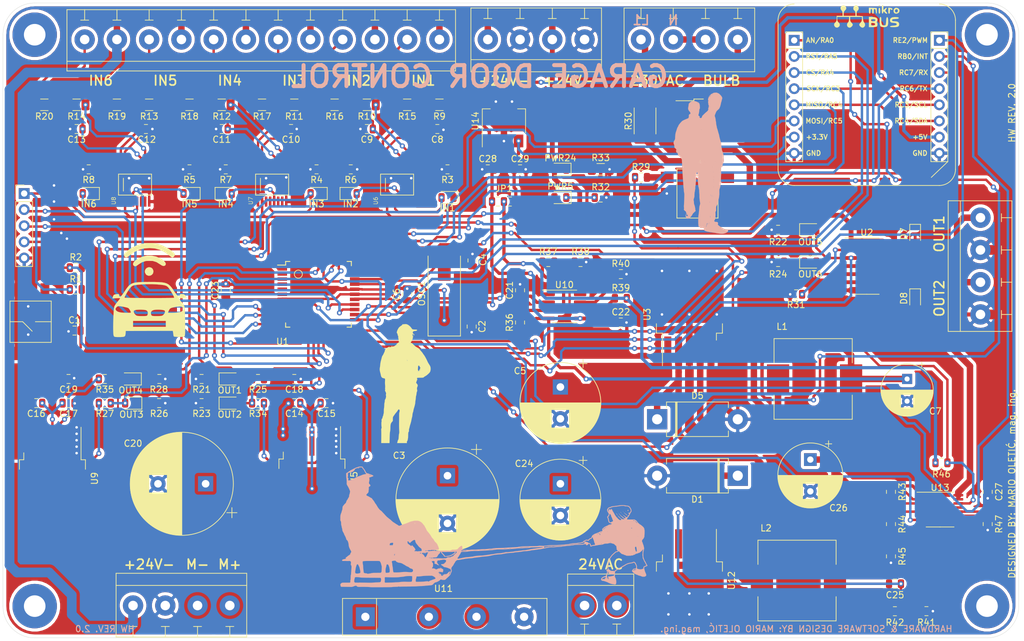
<source format=kicad_pcb>
(kicad_pcb (version 20171130) (host pcbnew "(5.1.5)-3")
  (layers (0 F.Cu signal) (31 B.Cu signal) (34 B.Paste user) (35 F.Paste user) (36 B.SilkS user) (37 F.SilkS user) (38 B.Mask user) (39 F.Mask user) (44 Edge.Cuts user))
  (net 0 "")
  (net 1 "Net-(C1-Pad1)")
  (net 2 GND)
  (net 3 +24V)
  (net 4 +5V)
  (net 5 "Net-(C8-Pad1)")
  (net 6 "Net-(C9-Pad1)")
  (net 7 "Net-(C10-Pad1)")
  (net 8 "Net-(C11-Pad1)")
  (net 9 "Net-(C12-Pad1)")
  (net 10 "Net-(C13-Pad1)")
  (net 11 "Net-(D5-Pad1)")
  (net 12 "Net-(D6-Pad3)")
  (net 13 "Net-(IN1-Pad1)")
  (net 14 "Net-(IN2-Pad1)")
  (net 15 "Net-(IN3-Pad1)")
  (net 16 "Net-(IN4-Pad1)")
  (net 17 "Net-(IN5-Pad1)")
  (net 18 "Net-(IN6-Pad1)")
  (net 19 "Net-(OUT1-Pad1)")
  (net 20 "Net-(OUT2-Pad1)")
  (net 21 "Net-(OUT3-Pad1)")
  (net 22 "Net-(OUT4-Pad1)")
  (net 23 "Net-(OUT5-Pad1)")
  (net 24 "Net-(OUT6-Pad1)")
  (net 25 "Net-(PWR5-Pad1)")
  (net 26 "Net-(PWR24-Pad1)")
  (net 27 "Net-(R9-Pad1)")
  (net 28 "Net-(R10-Pad1)")
  (net 29 "Net-(R11-Pad1)")
  (net 30 "Net-(R12-Pad1)")
  (net 31 "Net-(R13-Pad1)")
  (net 32 "Net-(R14-Pad1)")
  (net 33 "Net-(R29-Pad2)")
  (net 34 "Net-(R30-Pad1)")
  (net 35 "Net-(U2-Pad4)")
  (net 36 "Net-(U2-Pad6)")
  (net 37 "Net-(U2-Pad11)")
  (net 38 "Net-(U4-Pad5)")
  (net 39 "Net-(U4-Pad3)")
  (net 40 "Net-(U6-Pad7)")
  (net 41 "Net-(U6-Pad6)")
  (net 42 "Net-(U6-Pad12)")
  (net 43 "Net-(U6-Pad13)")
  (net 44 "Net-(U7-Pad13)")
  (net 45 "Net-(U7-Pad12)")
  (net 46 "Net-(U7-Pad6)")
  (net 47 "Net-(U7-Pad7)")
  (net 48 "Net-(U8-Pad7)")
  (net 49 "Net-(U8-Pad6)")
  (net 50 "Net-(U8-Pad12)")
  (net 51 "Net-(U8-Pad13)")
  (net 52 "Net-(R25-Pad2)")
  (net 53 "Net-(R27-Pad2)")
  (net 54 "Net-(R34-Pad2)")
  (net 55 "Net-(R35-Pad2)")
  (net 56 "Net-(U5-Pad6)")
  (net 57 "Net-(U5-Pad5)")
  (net 58 "Net-(U9-Pad5)")
  (net 59 "Net-(U9-Pad6)")
  (net 60 VCC)
  (net 61 "Net-(C21-Pad1)")
  (net 62 "Net-(R36-Pad2)")
  (net 63 "Net-(R37-Pad2)")
  (net 64 "Net-(R40-Pad1)")
  (net 65 "Net-(H1-Pad1)")
  (net 66 "Net-(H2-Pad1)")
  (net 67 "Net-(H3-Pad1)")
  (net 68 "Net-(H4-Pad1)")
  (net 69 "Net-(U1-Pad3)")
  (net 70 "Net-(U1-Pad12)")
  (net 71 "Net-(U1-Pad13)")
  (net 72 "Net-(U1-Pad33)")
  (net 73 "Net-(U1-Pad34)")
  (net 74 "Net-(C25-Pad1)")
  (net 75 "Net-(D1-Pad1)")
  (net 76 OSC1)
  (net 77 +BATT)
  (net 78 OSC2)
  (net 79 M+)
  (net 80 M-)
  (net 81 VPP)
  (net 82 "Net-(C27-Pad1)")
  (net 83 SCK)
  (net 84 RST1)
  (net 85 MISO)
  (net 86 MOSI)
  (net 87 AN1)
  (net 88 CS1)
  (net 89 TX1)
  (net 90 INT1)
  (net 91 PWM1)
  (net 92 RX1)
  (net 93 TX2)
  (net 94 RX2)
  (net 95 BLB)
  (net 96 L1)
  (net 97 LT1)
  (net 98 LT2)
  (net 99 IN1)
  (net 100 IN2)
  (net 101 IN3)
  (net 102 IN4)
  (net 103 IN5)
  (net 104 IN6)
  (net 105 PGC)
  (net 106 PGD)
  (net 107 MCLR)
  (net 108 I4)
  (net 109 I3)
  (net 110 I1)
  (net 111 I2)
  (net 112 I5)
  (net 113 I6)
  (net 114 24A2)
  (net 115 24A1)
  (net 116 "Net-(J6-Pad2)")
  (net 117 OUT1)
  (net 118 OUT2)
  (net 119 OUT3)
  (net 120 OUT4)
  (net 121 OUT5)
  (net 122 OUT6)
  (net 123 BULB)
  (net 124 G)
  (net 125 FLT2)
  (net 126 "Net-(R43-Pad2)")
  (net 127 "Net-(R44-Pad2)")
  (net 128 FLT1)
  (net 129 "Net-(R47-Pad1)")
  (net 130 "Net-(U1-Pad2)")
  (net 131 "Net-(U1-Pad40)")
  (net 132 "Net-(U1-Pad41)")
  (net 133 "Net-(U13-Pad17)")
  (net 134 SHDN)
  (net 135 "Net-(U13-Pad10)")
  (net 136 VDD)
  (net 137 +3V3)
  (module GarageDoor:dam5 (layer B.Cu) (at 167.005 132.08 180)
    (fp_text reference G*** hide)
    (fp_text value LOGO hide)
  )
  (module GarageDoor:me_logo (layer F.Cu) (at 153.035 109.855)
    (fp_text reference G*** hide)
    (fp_text value LOGO hide)
  )
  (module GarageDoor:m&d_logo (layer B.Cu) (at 200.66 74.93 180)
    (fp_text reference G*** hide)
    (fp_text value LOGO hide)
  )
  (module Crystal:Crystal_SMD_HC49-SD (layer F.Cu) (at 159.512 95.758 90)
    (fp_text reference OSC1 (at 0 -3.55 90) (layer F.SilkS))
    (fp_text value 8MHz hide)
    (pad 1 smd rect (at -4.25 0 90) (size 4.5 2) (layers F.Cu F.Paste F.Mask) (net 76 OSC1))
    (pad 2 smd rect (at 4.25 0 90) (size 4.5 2) (layers F.Cu F.Paste F.Mask) (net 78 OSC2))
  )
  (module Package_SO:HTSSOP-16-1EP_4.4x5mm_P0.65mm_EP3x3mm (layer F.Cu) (at 237.605001 129.795001)
    (fp_text reference U13 (at 0 -3.45) (layer F.SilkS))
    (fp_text value TPS26600 hide)
    (pad 17 smd roundrect (at 0 0) (size 3 3) (layers F.Cu F.Mask) (roundrect_rratio 0.083333) (net 133 "Net-(U13-Pad17)"))
    (pad 1 smd roundrect (at -2.875 -2.275) (size 1.55 0.4) (layers F.Cu F.Paste F.Mask) (net 81 VPP))
    (pad 2 smd roundrect (at -2.875 -1.625) (size 1.55 0.4) (layers F.Cu F.Paste F.Mask) (net 81 VPP))
    (pad 3 smd roundrect (at -2.875 -0.975) (size 1.55 0.4) (layers F.Cu F.Paste F.Mask) (net 126 "Net-(R43-Pad2)"))
    (pad 4 smd roundrect (at -2.875 -0.325) (size 1.55 0.4) (layers F.Cu F.Paste F.Mask))
    (pad 5 smd roundrect (at -2.875 0.325) (size 1.55 0.4) (layers F.Cu F.Paste F.Mask) (net 127 "Net-(R44-Pad2)"))
    (pad 6 smd roundrect (at -2.875 0.975) (size 1.55 0.4) (layers F.Cu F.Paste F.Mask) (net 133 "Net-(U13-Pad17)"))
    (pad 7 smd roundrect (at -2.875 1.625) (size 1.55 0.4) (layers F.Cu F.Paste F.Mask) (net 134 SHDN))
    (pad 8 smd roundrect (at -2.875 2.275) (size 1.55 0.4) (layers F.Cu F.Paste F.Mask) (net 133 "Net-(U13-Pad17)"))
    (pad 9 smd roundrect (at 2.875 2.275) (size 1.55 0.4) (layers F.Cu F.Paste F.Mask) (net 2 GND))
    (pad 10 smd roundrect (at 2.875 1.625) (size 1.55 0.4) (layers F.Cu F.Paste F.Mask) (net 135 "Net-(U13-Pad10)"))
    (pad 11 smd roundrect (at 2.875 0.975) (size 1.55 0.4) (layers F.Cu F.Paste F.Mask) (net 129 "Net-(R47-Pad1)"))
    (pad 12 smd roundrect (at 2.875 0.325) (size 1.55 0.4) (layers F.Cu F.Paste F.Mask) (net 82 "Net-(C27-Pad1)"))
    (pad 13 smd roundrect (at 2.875 -0.325) (size 1.55 0.4) (layers F.Cu F.Paste F.Mask))
    (pad 14 smd roundrect (at 2.875 -0.975) (size 1.55 0.4) (layers F.Cu F.Paste F.Mask) (net 128 FLT1))
    (pad 15 smd roundrect (at 2.875 -1.625) (size 1.55 0.4) (layers F.Cu F.Paste F.Mask) (net 3 +24V))
    (pad 16 smd roundrect (at 2.875 -2.275) (size 1.55 0.4) (layers F.Cu F.Paste F.Mask) (net 3 +24V))
  )
  (module GarageDoor:car_logo (layer F.Cu) (at 113.03 95.25)
    (fp_text reference G*** hide)
    (fp_text value LOGO hide)
  )
  (module Capacitor_SMD:C_0805_2012Metric (layer F.Cu) (at 101.2675 101.6 180)
    (fp_text reference C1 (at 0 1.651) (layer F.SilkS))
    (fp_text value 100nF hide)
    (pad 1 smd roundrect (at -0.9375 0 180) (size 0.975 1.4) (layers F.Cu F.Paste F.Mask) (net 1 "Net-(C1-Pad1)"))
    (pad 2 smd roundrect (at 0.9375 0 180) (size 0.975 1.4) (layers F.Cu F.Paste F.Mask) (net 2 GND))
  )
  (module Capacitor_SMD:C_0805_2012Metric (layer F.Cu) (at 163.83 100.965 270)
    (fp_text reference C2 (at 0 -1.65 90) (layer F.SilkS))
    (fp_text value 22pF hide)
    (pad 1 smd roundrect (at -0.9375 0 270) (size 0.975 1.4) (layers F.Cu F.Paste F.Mask) (net 76 OSC1))
    (pad 2 smd roundrect (at 0.9375 0 270) (size 0.975 1.4) (layers F.Cu F.Paste F.Mask) (net 2 GND))
  )
  (module Capacitor_THT:CP_Radial_D16.0mm_P7.50mm (layer F.Cu) (at 160.02 124.46 270)
    (fp_text reference C3 (at -3.175 7.62 180) (layer F.SilkS))
    (fp_text value 2200uF hide)
    (pad 1 thru_hole rect (at 0 0 270) (size 2.4 2.4) (drill 1.2) (layers *.Cu *.Mask) (net 77 +BATT))
    (pad 2 thru_hole circle (at 7.5 0 270) (size 2.4 2.4) (drill 1.2) (layers *.Cu *.Mask) (net 2 GND))
  )
  (module Capacitor_SMD:C_0805_2012Metric (layer F.Cu) (at 163.957 90.551 90)
    (fp_text reference C4 (at 0.127 1.651 90) (layer F.SilkS))
    (fp_text value 22pF hide)
    (pad 2 smd roundrect (at 0.9375 0 90) (size 0.975 1.4) (layers F.Cu F.Paste F.Mask) (net 2 GND))
    (pad 1 smd roundrect (at -0.9375 0 90) (size 0.975 1.4) (layers F.Cu F.Paste F.Mask) (net 78 OSC2))
  )
  (module Capacitor_SMD:C_0805_2012Metric (layer F.Cu) (at 153.67 95.885 90)
    (fp_text reference C6 (at 0 -1.65 90) (layer F.SilkS))
    (fp_text value 100nF hide)
    (pad 1 smd roundrect (at -0.9375 0 90) (size 0.975 1.4) (layers F.Cu F.Paste F.Mask) (net 60 VCC))
    (pad 2 smd roundrect (at 0.9375 0 90) (size 0.975 1.4) (layers F.Cu F.Paste F.Mask) (net 2 GND))
  )
  (module Capacitor_THT:CP_Radial_D8.0mm_P3.50mm (layer F.Cu) (at 232.41 109.22 270)
    (fp_text reference C7 (at 5.08 -4.445 180) (layer F.SilkS))
    (fp_text value 180uF hide)
    (pad 1 thru_hole rect (at 0 0 270) (size 1.6 1.6) (drill 0.8) (layers *.Cu *.Mask) (net 136 VDD))
    (pad 2 thru_hole circle (at 3.5 0 270) (size 1.6 1.6) (drill 0.8) (layers *.Cu *.Mask) (net 2 GND))
  )
  (module Capacitor_SMD:C_0805_2012Metric (layer F.Cu) (at 158.4175 69.85)
    (fp_text reference C8 (at 0 1.651) (layer F.SilkS))
    (fp_text value 10nF hide)
    (pad 2 smd roundrect (at 0.9375 0) (size 0.975 1.4) (layers F.Cu F.Paste F.Mask) (net 2 GND))
    (pad 1 smd roundrect (at -0.9375 0) (size 0.975 1.4) (layers F.Cu F.Paste F.Mask) (net 5 "Net-(C8-Pad1)"))
  )
  (module Capacitor_SMD:C_0805_2012Metric (layer F.Cu) (at 147.32 69.85 180)
    (fp_text reference C9 (at 0 -1.65) (layer F.SilkS))
    (fp_text value 10nF hide)
    (pad 1 smd roundrect (at -0.9375 0 180) (size 0.975 1.4) (layers F.Cu F.Paste F.Mask) (net 6 "Net-(C9-Pad1)"))
    (pad 2 smd roundrect (at 0.9375 0 180) (size 0.975 1.4) (layers F.Cu F.Paste F.Mask) (net 2 GND))
  )
  (module Capacitor_SMD:C_0805_2012Metric (layer F.Cu) (at 135.382 69.85)
    (fp_text reference C10 (at 0 1.651) (layer F.SilkS))
    (fp_text value 10nF hide)
    (pad 2 smd roundrect (at 0.9375 0) (size 0.975 1.4) (layers F.Cu F.Paste F.Mask) (net 2 GND))
    (pad 1 smd roundrect (at -0.9375 0) (size 0.975 1.4) (layers F.Cu F.Paste F.Mask) (net 7 "Net-(C10-Pad1)"))
  )
  (module Capacitor_SMD:C_0805_2012Metric (layer F.Cu) (at 124.46 69.85 180)
    (fp_text reference C11 (at 0 -1.65) (layer F.SilkS))
    (fp_text value 10nF hide)
    (pad 1 smd roundrect (at -0.9375 0 180) (size 0.975 1.4) (layers F.Cu F.Paste F.Mask) (net 8 "Net-(C11-Pad1)"))
    (pad 2 smd roundrect (at 0.9375 0 180) (size 0.975 1.4) (layers F.Cu F.Paste F.Mask) (net 2 GND))
  )
  (module Capacitor_SMD:C_0805_2012Metric (layer F.Cu) (at 112.522 69.85)
    (fp_text reference C12 (at 0.127 1.651) (layer F.SilkS))
    (fp_text value 10nF hide)
    (pad 2 smd roundrect (at 0.9375 0) (size 0.975 1.4) (layers F.Cu F.Paste F.Mask) (net 2 GND))
    (pad 1 smd roundrect (at -0.9375 0) (size 0.975 1.4) (layers F.Cu F.Paste F.Mask) (net 9 "Net-(C12-Pad1)"))
  )
  (module Capacitor_SMD:C_0805_2012Metric (layer F.Cu) (at 101.6 69.85 180)
    (fp_text reference C13 (at 0 -1.65) (layer F.SilkS))
    (fp_text value 10nF hide)
    (pad 2 smd roundrect (at 0.9375 0 180) (size 0.975 1.4) (layers F.Cu F.Paste F.Mask) (net 2 GND))
    (pad 1 smd roundrect (at -0.9375 0 180) (size 0.975 1.4) (layers F.Cu F.Paste F.Mask) (net 10 "Net-(C13-Pad1)"))
  )
  (module GarageDoor:mikroBUS_socket (layer F.Cu) (at 226.06 78.74)
    (fp_text reference CN1 hide)
    (fp_text value mikroBUS_socket hide)
    (fp_text user AN/RA0 (at -7.366 -22.86) (layer F.SilkS) (effects (font (size 0.762 0.762))))
    (fp_text user RST/RA5 (at -7.112 -20.32) (layer F.SilkS) (effects (font (size 0.762 0.762))))
    (fp_text user CS/RA4 (at -7.366 -17.78) (layer F.SilkS) (effects (font (size 0.762 0.762))))
    (fp_text user SCK/RC3 (at -6.858 -15.24) (layer F.SilkS) (effects (font (size 0.762 0.762))))
    (fp_text user MISO/RC4 (at -6.731 -12.7) (layer F.SilkS) (effects (font (size 0.762 0.762))))
    (fp_text user MOSI/RC5 (at -6.731 -10.16) (layer F.SilkS) (effects (font (size 0.762 0.762))))
    (fp_text user +3.3V (at -7.874 -7.62) (layer F.SilkS) (effects (font (size 0.762 0.762))))
    (fp_text user GND (at -8.382 -5.08) (layer F.SilkS) (effects (font (size 0.762 0.762))))
    (fp_text user GND (at 8.382 -5.08) (layer F.SilkS) (effects (font (size 0.762 0.762))))
    (fp_text user +5V (at 8.382 -7.62) (layer F.SilkS) (effects (font (size 0.762 0.762))))
    (fp_text user RC4/SDA (at 6.985 -10.16) (layer F.SilkS) (effects (font (size 0.762 0.762))))
    (fp_text user RC3/SCL (at 6.985 -12.7) (layer F.SilkS) (effects (font (size 0.762 0.762))))
    (fp_text user RC6/TX (at 7.366 -15.24) (layer F.SilkS) (effects (font (size 0.762 0.762))))
    (fp_text user RC7/RX (at 7.366 -17.78) (layer F.SilkS) (effects (font (size 0.762 0.762))))
    (fp_text user RB0/INT (at 7.239 -20.32) (layer F.SilkS) (effects (font (size 0.762 0.762))))
    (fp_text user RE2/PWM (at 6.858 -22.86 180) (layer F.SilkS) (effects (font (size 0.762 0.762))))
    (pad 4 thru_hole oval (at -11.43 -15.24) (size 1.7 1.7) (drill 1) (layers *.Cu *.Mask) (net 83 SCK))
    (pad 2 thru_hole oval (at -11.43 -20.32) (size 1.7 1.7) (drill 1) (layers *.Cu *.Mask) (net 84 RST1))
    (pad 5 thru_hole oval (at -11.43 -12.7) (size 1.7 1.7) (drill 1) (layers *.Cu *.Mask) (net 85 MISO))
    (pad 6 thru_hole oval (at -11.43 -10.16) (size 1.7 1.7) (drill 1) (layers *.Cu *.Mask) (net 86 MOSI))
    (pad 7 thru_hole oval (at -11.43 -7.62) (size 1.7 1.7) (drill 1) (layers *.Cu *.Mask) (net 137 +3V3))
    (pad 1 thru_hole rect (at -11.43 -22.86) (size 1.7 1.7) (drill 1) (layers *.Cu *.Mask) (net 87 AN1))
    (pad 8 thru_hole oval (at -11.43 -5.08) (size 1.7 1.7) (drill 1) (layers *.Cu *.Mask) (net 2 GND))
    (pad 3 thru_hole oval (at -11.43 -17.78) (size 1.7 1.7) (drill 1) (layers *.Cu *.Mask) (net 88 CS1))
    (pad 13 thru_hole oval (at 11.43 -15.24) (size 1.7 1.7) (drill 1) (layers *.Cu *.Mask) (net 89 TX1))
    (pad 15 thru_hole oval (at 11.43 -20.32) (size 1.7 1.7) (drill 1) (layers *.Cu *.Mask) (net 90 INT1))
    (pad 12 thru_hole oval (at 11.43 -12.7) (size 1.7 1.7) (drill 1) (layers *.Cu *.Mask) (net 83 SCK))
    (pad 11 thru_hole oval (at 11.43 -10.16) (size 1.7 1.7) (drill 1) (layers *.Cu *.Mask) (net 85 MISO))
    (pad 10 thru_hole oval (at 11.43 -7.62) (size 1.7 1.7) (drill 1) (layers *.Cu *.Mask) (net 4 +5V))
    (pad 16 thru_hole rect (at 11.43 -22.86) (size 1.7 1.7) (drill 1) (layers *.Cu *.Mask) (net 91 PWM1))
    (pad 9 thru_hole oval (at 11.43 -5.08) (size 1.7 1.7) (drill 1) (layers *.Cu *.Mask) (net 2 GND))
    (pad 14 thru_hole oval (at 11.43 -17.78) (size 1.7 1.7) (drill 1) (layers *.Cu *.Mask) (net 92 RX1))
  )
  (module Diode_THT:D_DO-201AD_P12.70mm_Horizontal (layer F.Cu) (at 193.04 115.57)
    (fp_text reference D5 (at 6.35 -3.72) (layer F.SilkS))
    (fp_text value D_Schottky hide)
    (pad 1 thru_hole rect (at 0 0) (size 3.2 3.2) (drill 1.6) (layers *.Cu *.Mask) (net 11 "Net-(D5-Pad1)"))
    (pad 2 thru_hole oval (at 12.7 0) (size 3.2 3.2) (drill 1.6) (layers *.Cu *.Mask) (net 2 GND))
  )
  (module Package_TO_SOT_SMD:TO-252-2 (layer F.Cu) (at 201.295 68.58)
    (fp_text reference D6 (at 0.635 4.445) (layer F.SilkS))
    (fp_text value Q_TRIAC_A1A2G hide)
    (pad 1 smd rect (at -4.2 -2.28) (size 2.2 1.2) (layers F.Cu F.Paste F.Mask) (net 95 BLB))
    (pad 3 smd rect (at -4.2 2.28) (size 2.2 1.2) (layers F.Cu F.Paste F.Mask) (net 12 "Net-(D6-Pad3)"))
    (pad 2 smd rect (at 2.1 0) (size 6.4 5.8) (layers F.Cu F.Mask) (net 96 L1))
  )
  (module LED_SMD:LED_0805_2012Metric (layer F.Cu) (at 160.02 80.645 180)
    (fp_text reference IN1 (at 0 -1.65) (layer F.SilkS))
    (fp_text value LED hide)
    (pad 2 smd roundrect (at 0.9375 0 180) (size 0.975 1.4) (layers F.Cu F.Paste F.Mask) (net 99 IN1))
    (pad 1 smd roundrect (at -0.9375 0 180) (size 0.975 1.4) (layers F.Cu F.Paste F.Mask) (net 13 "Net-(IN1-Pad1)"))
  )
  (module LED_SMD:LED_0805_2012Metric (layer F.Cu) (at 144.78 80.01)
    (fp_text reference IN2 (at 0 1.651) (layer F.SilkS))
    (fp_text value LED hide)
    (pad 2 smd roundrect (at 0.9375 0) (size 0.975 1.4) (layers F.Cu F.Paste F.Mask) (net 100 IN2))
    (pad 1 smd roundrect (at -0.9375 0) (size 0.975 1.4) (layers F.Cu F.Paste F.Mask) (net 14 "Net-(IN2-Pad1)"))
  )
  (module LED_SMD:LED_0805_2012Metric (layer F.Cu) (at 139.3975 80.01 180)
    (fp_text reference IN3 (at 0 -1.65) (layer F.SilkS))
    (fp_text value LED hide)
    (pad 2 smd roundrect (at 0.9375 0 180) (size 0.975 1.4) (layers F.Cu F.Paste F.Mask) (net 101 IN3))
    (pad 1 smd roundrect (at -0.9375 0 180) (size 0.975 1.4) (layers F.Cu F.Paste F.Mask) (net 15 "Net-(IN3-Pad1)"))
  )
  (module LED_SMD:LED_0805_2012Metric (layer F.Cu) (at 125.095 80.01)
    (fp_text reference IN4 (at 0 1.651) (layer F.SilkS))
    (fp_text value LED hide)
    (pad 1 smd roundrect (at -0.9375 0) (size 0.975 1.4) (layers F.Cu F.Paste F.Mask) (net 16 "Net-(IN4-Pad1)"))
    (pad 2 smd roundrect (at 0.9375 0) (size 0.975 1.4) (layers F.Cu F.Paste F.Mask) (net 102 IN4))
  )
  (module LED_SMD:LED_0805_2012Metric (layer F.Cu) (at 119.38 80.01 180)
    (fp_text reference IN5 (at 0 -1.65) (layer F.SilkS))
    (fp_text value LED hide)
    (pad 1 smd roundrect (at -0.9375 0 180) (size 0.975 1.4) (layers F.Cu F.Paste F.Mask) (net 17 "Net-(IN5-Pad1)"))
    (pad 2 smd roundrect (at 0.9375 0 180) (size 0.975 1.4) (layers F.Cu F.Paste F.Mask) (net 103 IN5))
  )
  (module LED_SMD:LED_0805_2012Metric (layer F.Cu) (at 103.505 80.01 180)
    (fp_text reference IN6 (at 0 -1.65) (layer F.SilkS))
    (fp_text value LED hide)
    (pad 1 smd roundrect (at -0.9375 0 180) (size 0.975 1.4) (layers F.Cu F.Paste F.Mask) (net 18 "Net-(IN6-Pad1)"))
    (pad 2 smd roundrect (at 0.9375 0 180) (size 0.975 1.4) (layers F.Cu F.Paste F.Mask) (net 104 IN6))
  )
  (module Connector_PinHeader_2.54mm:PinHeader_1x05_P2.54mm_Vertical (layer F.Cu) (at 93.345 80.01)
    (fp_text reference J1 hide)
    (fp_text value Conn_01x05 hide)
    (pad 1 thru_hole rect (at 0 0) (size 1.7 1.7) (drill 1) (layers *.Cu *.Mask) (net 60 VCC))
    (pad 2 thru_hole oval (at 0 2.54) (size 1.7 1.7) (drill 1) (layers *.Cu *.Mask) (net 105 PGC))
    (pad 3 thru_hole oval (at 0 5.08) (size 1.7 1.7) (drill 1) (layers *.Cu *.Mask) (net 106 PGD))
    (pad 4 thru_hole oval (at 0 7.62) (size 1.7 1.7) (drill 1) (layers *.Cu *.Mask) (net 107 MCLR))
    (pad 5 thru_hole oval (at 0 10.16) (size 1.7 1.7) (drill 1) (layers *.Cu *.Mask) (net 2 GND))
  )
  (module GarageDoor:PCB_Screw_Terminal_5.08_12ways (layer F.Cu) (at 158.75 55.88 180)
    (fp_text reference J2 hide)
    (fp_text value Screw_Terminal_01x12 hide)
    (pad 5 thru_hole circle (at 20.32 0.127 180) (size 3.2 3.2) (drill 1.5) (layers *.Cu *.Mask) (net 3 +24V))
    (pad 1 thru_hole circle (at 0 0.127 180) (size 3.2 3.2) (drill 1.5) (layers *.Cu *.Mask) (net 3 +24V))
    (pad 8 thru_hole circle (at 35.56 0.127 180) (size 3.2 3.2) (drill 1.5) (layers *.Cu *.Mask) (net 108 I4))
    (pad 6 thru_hole circle (at 25.4 0.127 180) (size 3.2 3.2) (drill 1.5) (layers *.Cu *.Mask) (net 109 I3))
    (pad 2 thru_hole circle (at 5.08 0.127 180) (size 3.2 3.2) (drill 1.5) (layers *.Cu *.Mask) (net 110 I1))
    (pad 3 thru_hole circle (at 10.16 0.127 180) (size 3.2 3.2) (drill 1.5) (layers *.Cu *.Mask) (net 3 +24V))
    (pad 7 thru_hole circle (at 30.48 0.127 180) (size 3.2 3.2) (drill 1.5) (layers *.Cu *.Mask) (net 3 +24V))
    (pad 4 thru_hole circle (at 15.24 0.127 180) (size 3.2 3.2) (drill 1.5) (layers *.Cu *.Mask) (net 111 I2))
    (pad 9 thru_hole circle (at 40.64 0.127 180) (size 3.200001 3.200001) (drill 1.5) (layers *.Cu *.Mask) (net 3 +24V))
    (pad 10 thru_hole circle (at 45.72 0.127 180) (size 3.200001 3.200001) (drill 1.5) (layers *.Cu *.Mask) (net 112 I5))
    (pad 11 thru_hole circle (at 50.8 0.127 180) (size 3.200001 3.200001) (drill 1.5) (layers *.Cu *.Mask) (net 3 +24V))
    (pad 12 thru_hole circle (at 55.88 0.127 180) (size 3.200001 3.200001) (drill 1.5) (layers *.Cu *.Mask) (net 113 I6))
  )
  (module GarageDoor:HPI1206 (layer F.Cu) (at 212.09 109.22)
    (fp_text reference L1 (at 0.635 -8.255) (layer F.SilkS))
    (fp_text value 68uH hide)
    (pad 2 smd rect (at 11.5 0) (size 3.5 4.6) (layers F.Cu F.Paste F.Mask) (net 136 VDD))
    (pad 1 smd rect (at 0 0) (size 3.5 4.6) (layers F.Cu F.Paste F.Mask) (net 11 "Net-(D5-Pad1)"))
  )
  (module LED_SMD:LED_0805_2012Metric (layer F.Cu) (at 125.73 109.22)
    (fp_text reference OUT1 (at 0 1.778) (layer F.SilkS))
    (fp_text value LED hide)
    (pad 2 smd roundrect (at 0.9375 0) (size 0.975 1.4) (layers F.Cu F.Paste F.Mask) (net 117 OUT1))
    (pad 1 smd roundrect (at -0.9375 0) (size 0.975 1.4) (layers F.Cu F.Paste F.Mask) (net 19 "Net-(OUT1-Pad1)"))
  )
  (module LED_SMD:LED_0805_2012Metric (layer F.Cu) (at 125.73 113.03)
    (fp_text reference OUT2 (at 0 1.778) (layer F.SilkS))
    (fp_text value LED hide)
    (pad 2 smd roundrect (at 0.9375 0) (size 0.975 1.4) (layers F.Cu F.Paste F.Mask) (net 118 OUT2))
    (pad 1 smd roundrect (at -0.9375 0) (size 0.975 1.4) (layers F.Cu F.Paste F.Mask) (net 20 "Net-(OUT2-Pad1)"))
  )
  (module LED_SMD:LED_0805_2012Metric (layer F.Cu) (at 110.1875 113.03 180)
    (fp_text reference OUT3 (at -0.0485 -1.778) (layer F.SilkS))
    (fp_text value LED hide)
    (pad 1 smd roundrect (at -0.9375 0 180) (size 0.975 1.4) (layers F.Cu F.Paste F.Mask) (net 21 "Net-(OUT3-Pad1)"))
    (pad 2 smd roundrect (at 0.9375 0 180) (size 0.975 1.4) (layers F.Cu F.Paste F.Mask) (net 119 OUT3))
  )
  (module LED_SMD:LED_0805_2012Metric (layer F.Cu) (at 110.109 109.22 180)
    (fp_text reference OUT4 (at 0 -1.778) (layer F.SilkS))
    (fp_text value LED hide)
    (pad 1 smd roundrect (at -0.9375 0 180) (size 0.975 1.4) (layers F.Cu F.Paste F.Mask) (net 22 "Net-(OUT4-Pad1)"))
    (pad 2 smd roundrect (at 0.9375 0 180) (size 0.975 1.4) (layers F.Cu F.Paste F.Mask) (net 120 OUT4))
  )
  (module LED_SMD:LED_0805_2012Metric (layer F.Cu) (at 217.17 85.725)
    (fp_text reference OUT5 (at 0 1.905) (layer F.SilkS))
    (fp_text value LED hide)
    (pad 1 smd roundrect (at -0.9375 0) (size 0.975 1.4) (layers F.Cu F.Paste F.Mask) (net 23 "Net-(OUT5-Pad1)"))
    (pad 2 smd roundrect (at 0.9375 0) (size 0.975 1.4) (layers F.Cu F.Paste F.Mask) (net 121 OUT5))
  )
  (module LED_SMD:LED_0805_2012Metric (layer F.Cu) (at 217.17 90.805)
    (fp_text reference OUT6 (at 0 1.905) (layer F.SilkS))
    (fp_text value LED hide)
    (pad 2 smd roundrect (at 0.9375 0) (size 0.975 1.4) (layers F.Cu F.Paste F.Mask) (net 122 OUT6))
    (pad 1 smd roundrect (at -0.9375 0) (size 0.975 1.4) (layers F.Cu F.Paste F.Mask) (net 24 "Net-(OUT6-Pad1)"))
  )
  (module LED_SMD:LED_0805_2012Metric (layer F.Cu) (at 177.8 80.645 180)
    (fp_text reference PWR5 (at 0 1.778) (layer F.SilkS))
    (fp_text value LED hide)
    (pad 1 smd roundrect (at -0.9375 0 180) (size 0.975 1.4) (layers F.Cu F.Paste F.Mask) (net 25 "Net-(PWR5-Pad1)"))
    (pad 2 smd roundrect (at 0.9375 0 180) (size 0.975 1.4) (layers F.Cu F.Paste F.Mask) (net 60 VCC))
  )
  (module LED_SMD:LED_0805_2012Metric (layer F.Cu) (at 177.8 76.2 180)
    (fp_text reference PWR24 (at 0 1.778) (layer F.SilkS))
    (fp_text value LED hide)
    (pad 2 smd roundrect (at 0.9375 0 180) (size 0.975 1.4) (layers F.Cu F.Paste F.Mask) (net 3 +24V))
    (pad 1 smd roundrect (at -0.9375 0 180) (size 0.975 1.4) (layers F.Cu F.Paste F.Mask) (net 26 "Net-(PWR24-Pad1)"))
  )
  (module Resistor_SMD:R_0805_2012Metric (layer F.Cu) (at 101.473 95.123)
    (fp_text reference R1 (at 0 -1.65) (layer F.SilkS))
    (fp_text value 10k hide)
    (pad 1 smd roundrect (at -0.9375 0) (size 0.975 1.4) (layers F.Cu F.Paste F.Mask) (net 60 VCC))
    (pad 2 smd roundrect (at 0.9375 0) (size 0.975 1.4) (layers F.Cu F.Paste F.Mask) (net 1 "Net-(C1-Pad1)"))
  )
  (module Resistor_SMD:R_0805_2012Metric (layer F.Cu) (at 101.473 91.694 180)
    (fp_text reference R2 (at 0 1.651) (layer F.SilkS))
    (fp_text value 2k2 hide)
    (pad 2 smd roundrect (at 0.9375 0 180) (size 0.975 1.4) (layers F.Cu F.Paste F.Mask) (net 107 MCLR))
    (pad 1 smd roundrect (at -0.9375 0 180) (size 0.975 1.4) (layers F.Cu F.Paste F.Mask) (net 1 "Net-(C1-Pad1)"))
  )
  (module Resistor_SMD:R_0805_2012Metric (layer F.Cu) (at 160.02 76.2 180)
    (fp_text reference R3 (at 0 -1.65) (layer F.SilkS))
    (fp_text value 4k7 hide)
    (pad 2 smd roundrect (at 0.9375 0 180) (size 0.975 1.4) (layers F.Cu F.Paste F.Mask) (net 2 GND))
    (pad 1 smd roundrect (at -0.9375 0 180) (size 0.975 1.4) (layers F.Cu F.Paste F.Mask) (net 13 "Net-(IN1-Pad1)"))
  )
  (module Resistor_SMD:R_0805_2012Metric (layer F.Cu) (at 139.3975 76.2 180)
    (fp_text reference R4 (at 0 -1.65) (layer F.SilkS))
    (fp_text value 4k7 hide)
    (pad 1 smd roundrect (at -0.9375 0 180) (size 0.975 1.4) (layers F.Cu F.Paste F.Mask) (net 15 "Net-(IN3-Pad1)"))
    (pad 2 smd roundrect (at 0.9375 0 180) (size 0.975 1.4) (layers F.Cu F.Paste F.Mask) (net 2 GND))
  )
  (module Resistor_SMD:R_0805_2012Metric (layer F.Cu) (at 119.38 76.2 180)
    (fp_text reference R5 (at 0 -1.65) (layer F.SilkS))
    (fp_text value 4k7 hide)
    (pad 2 smd roundrect (at 0.9375 0 180) (size 0.975 1.4) (layers F.Cu F.Paste F.Mask) (net 2 GND))
    (pad 1 smd roundrect (at -0.9375 0 180) (size 0.975 1.4) (layers F.Cu F.Paste F.Mask) (net 17 "Net-(IN5-Pad1)"))
  )
  (module Resistor_SMD:R_0805_2012Metric (layer F.Cu) (at 144.78 76.2)
    (fp_text reference R6 (at 0 1.651) (layer F.SilkS))
    (fp_text value 4k7 hide)
    (pad 1 smd roundrect (at -0.9375 0) (size 0.975 1.4) (layers F.Cu F.Paste F.Mask) (net 14 "Net-(IN2-Pad1)"))
    (pad 2 smd roundrect (at 0.9375 0) (size 0.975 1.4) (layers F.Cu F.Paste F.Mask) (net 2 GND))
  )
  (module Resistor_SMD:R_0805_2012Metric (layer F.Cu) (at 125.095 76.2 180)
    (fp_text reference R7 (at 0 -1.65) (layer F.SilkS))
    (fp_text value 4k7 hide)
    (pad 2 smd roundrect (at 0.9375 0 180) (size 0.975 1.4) (layers F.Cu F.Paste F.Mask) (net 2 GND))
    (pad 1 smd roundrect (at -0.9375 0 180) (size 0.975 1.4) (layers F.Cu F.Paste F.Mask) (net 16 "Net-(IN4-Pad1)"))
  )
  (module Resistor_SMD:R_0805_2012Metric (layer F.Cu) (at 103.505 76.2 180)
    (fp_text reference R8 (at 0 -1.65) (layer F.SilkS))
    (fp_text value 4k7 hide)
    (pad 2 smd roundrect (at 0.9375 0 180) (size 0.975 1.4) (layers F.Cu F.Paste F.Mask) (net 2 GND))
    (pad 1 smd roundrect (at -0.9375 0 180) (size 0.975 1.4) (layers F.Cu F.Paste F.Mask) (net 18 "Net-(IN6-Pad1)"))
  )
  (module Resistor_SMD:R_1206_3216Metric (layer F.Cu) (at 158.75 66.04 180)
    (fp_text reference R9 (at 0 -1.82) (layer F.SilkS))
    (fp_text value 330 hide)
    (pad 1 smd roundrect (at -1.4 0 180) (size 1.25 1.75) (layers F.Cu F.Paste F.Mask) (roundrect_rratio 0.2) (net 27 "Net-(R9-Pad1)"))
    (pad 2 smd roundrect (at 1.4 0 180) (size 1.25 1.75) (layers F.Cu F.Paste F.Mask) (roundrect_rratio 0.2) (net 5 "Net-(C8-Pad1)"))
  )
  (module Resistor_SMD:R_1206_3216Metric (layer F.Cu) (at 147.32 66.04 180)
    (fp_text reference R10 (at 0 -1.82) (layer F.SilkS))
    (fp_text value 330 hide)
    (pad 2 smd roundrect (at 1.4 0 180) (size 1.25 1.75) (layers F.Cu F.Paste F.Mask) (roundrect_rratio 0.2) (net 6 "Net-(C9-Pad1)"))
    (pad 1 smd roundrect (at -1.4 0 180) (size 1.25 1.75) (layers F.Cu F.Paste F.Mask) (roundrect_rratio 0.2) (net 28 "Net-(R10-Pad1)"))
  )
  (module Resistor_SMD:R_1206_3216Metric (layer F.Cu) (at 135.89 66.04 180)
    (fp_text reference R11 (at 0 -1.82) (layer F.SilkS))
    (fp_text value 330 hide)
    (pad 2 smd roundrect (at 1.4 0 180) (size 1.25 1.75) (layers F.Cu F.Paste F.Mask) (roundrect_rratio 0.2) (net 7 "Net-(C10-Pad1)"))
    (pad 1 smd roundrect (at -1.4 0 180) (size 1.25 1.75) (layers F.Cu F.Paste F.Mask) (roundrect_rratio 0.2) (net 29 "Net-(R11-Pad1)"))
  )
  (module Resistor_SMD:R_1206_3216Metric (layer F.Cu) (at 124.46 66.04 180)
    (fp_text reference R12 (at 0 -1.82) (layer F.SilkS))
    (fp_text value 330 hide)
    (pad 1 smd roundrect (at -1.4 0 180) (size 1.25 1.75) (layers F.Cu F.Paste F.Mask) (roundrect_rratio 0.2) (net 30 "Net-(R12-Pad1)"))
    (pad 2 smd roundrect (at 1.4 0 180) (size 1.25 1.75) (layers F.Cu F.Paste F.Mask) (roundrect_rratio 0.2) (net 8 "Net-(C11-Pad1)"))
  )
  (module Resistor_SMD:R_1206_3216Metric (layer F.Cu) (at 113.03 66.04 180)
    (fp_text reference R13 (at 0 -1.82) (layer F.SilkS))
    (fp_text value 330 hide)
    (pad 1 smd roundrect (at -1.4 0 180) (size 1.25 1.75) (layers F.Cu F.Paste F.Mask) (roundrect_rratio 0.2) (net 31 "Net-(R13-Pad1)"))
    (pad 2 smd roundrect (at 1.4 0 180) (size 1.25 1.75) (layers F.Cu F.Paste F.Mask) (roundrect_rratio 0.2) (net 9 "Net-(C12-Pad1)"))
  )
  (module Resistor_SMD:R_1206_3216Metric (layer F.Cu) (at 101.6 66.04 180)
    (fp_text reference R14 (at 0 -1.82) (layer F.SilkS))
    (fp_text value 330 hide)
    (pad 1 smd roundrect (at -1.4 0 180) (size 1.25 1.75) (layers F.Cu F.Paste F.Mask) (roundrect_rratio 0.2) (net 32 "Net-(R14-Pad1)"))
    (pad 2 smd roundrect (at 1.4 0 180) (size 1.25 1.75) (layers F.Cu F.Paste F.Mask) (roundrect_rratio 0.2) (net 10 "Net-(C13-Pad1)"))
  )
  (module Resistor_SMD:R_1206_3216Metric (layer F.Cu) (at 153.67 66.04 180)
    (fp_text reference R15 (at 0 -1.82) (layer F.SilkS))
    (fp_text value 330 hide)
    (pad 2 smd roundrect (at 1.4 0 180) (size 1.25 1.75) (layers F.Cu F.Paste F.Mask) (roundrect_rratio 0.2) (net 110 I1))
    (pad 1 smd roundrect (at -1.4 0 180) (size 1.25 1.75) (layers F.Cu F.Paste F.Mask) (roundrect_rratio 0.2) (net 5 "Net-(C8-Pad1)"))
  )
  (module Resistor_SMD:R_1206_3216Metric (layer F.Cu) (at 142.24 66.04 180)
    (fp_text reference R16 (at 0 -1.82) (layer F.SilkS))
    (fp_text value 330 hide)
    (pad 1 smd roundrect (at -1.4 0 180) (size 1.25 1.75) (layers F.Cu F.Paste F.Mask) (roundrect_rratio 0.2) (net 6 "Net-(C9-Pad1)"))
    (pad 2 smd roundrect (at 1.4 0 180) (size 1.25 1.75) (layers F.Cu F.Paste F.Mask) (roundrect_rratio 0.2) (net 111 I2))
  )
  (module Resistor_SMD:R_1206_3216Metric (layer F.Cu) (at 130.81 66.04 180)
    (fp_text reference R17 (at 0 -1.82) (layer F.SilkS))
    (fp_text value 330 hide)
    (pad 1 smd roundrect (at -1.4 0 180) (size 1.25 1.75) (layers F.Cu F.Paste F.Mask) (roundrect_rratio 0.2) (net 7 "Net-(C10-Pad1)"))
    (pad 2 smd roundrect (at 1.4 0 180) (size 1.25 1.75) (layers F.Cu F.Paste F.Mask) (roundrect_rratio 0.2) (net 109 I3))
  )
  (module Resistor_SMD:R_1206_3216Metric (layer F.Cu) (at 119.38 66.04 180)
    (fp_text reference R18 (at 0 -1.82) (layer F.SilkS))
    (fp_text value 330 hide)
    (pad 2 smd roundrect (at 1.4 0 180) (size 1.25 1.75) (layers F.Cu F.Paste F.Mask) (roundrect_rratio 0.2) (net 108 I4))
    (pad 1 smd roundrect (at -1.4 0 180) (size 1.25 1.75) (layers F.Cu F.Paste F.Mask) (roundrect_rratio 0.2) (net 8 "Net-(C11-Pad1)"))
  )
  (module Resistor_SMD:R_1206_3216Metric (layer F.Cu) (at 107.95 66.04 180)
    (fp_text reference R19 (at 0 -1.82) (layer F.SilkS))
    (fp_text value 330 hide)
    (pad 2 smd roundrect (at 1.4 0 180) (size 1.25 1.75) (layers F.Cu F.Paste F.Mask) (roundrect_rratio 0.2) (net 112 I5))
    (pad 1 smd roundrect (at -1.4 0 180) (size 1.25 1.75) (layers F.Cu F.Paste F.Mask) (roundrect_rratio 0.2) (net 9 "Net-(C12-Pad1)"))
  )
  (module Resistor_SMD:R_1206_3216Metric (layer F.Cu) (at 96.52 66.04 180)
    (fp_text reference R20 (at 0 -1.82) (layer F.SilkS))
    (fp_text value 330 hide)
    (pad 1 smd roundrect (at -1.4 0 180) (size 1.25 1.75) (layers F.Cu F.Paste F.Mask) (roundrect_rratio 0.2) (net 10 "Net-(C13-Pad1)"))
    (pad 2 smd roundrect (at 1.4 0 180) (size 1.25 1.75) (layers F.Cu F.Paste F.Mask) (roundrect_rratio 0.2) (net 113 I6))
  )
  (module Resistor_SMD:R_0805_2012Metric (layer F.Cu) (at 121.285 109.22 180)
    (fp_text reference R21 (at 0 -1.651) (layer F.SilkS))
    (fp_text value 4k7 hide)
    (pad 2 smd roundrect (at 0.9375 0 180) (size 0.975 1.4) (layers F.Cu F.Paste F.Mask) (net 2 GND))
    (pad 1 smd roundrect (at -0.9375 0 180) (size 0.975 1.4) (layers F.Cu F.Paste F.Mask) (net 19 "Net-(OUT1-Pad1)"))
  )
  (module Resistor_SMD:R_0805_2012Metric (layer F.Cu) (at 212.09 85.725 180)
    (fp_text reference R22 (at 0 -1.905) (layer F.SilkS))
    (fp_text value 4k7 hide)
    (pad 1 smd roundrect (at -0.9375 0 180) (size 0.975 1.4) (layers F.Cu F.Paste F.Mask) (net 23 "Net-(OUT5-Pad1)"))
    (pad 2 smd roundrect (at 0.9375 0 180) (size 0.975 1.4) (layers F.Cu F.Paste F.Mask) (net 2 GND))
  )
  (module Resistor_SMD:R_0805_2012Metric (layer F.Cu) (at 121.285 113.03 180)
    (fp_text reference R23 (at 0 -1.651) (layer F.SilkS))
    (fp_text value 4k7 hide)
    (pad 1 smd roundrect (at -0.9375 0 180) (size 0.975 1.4) (layers F.Cu F.Paste F.Mask) (net 20 "Net-(OUT2-Pad1)"))
    (pad 2 smd roundrect (at 0.9375 0 180) (size 0.975 1.4) (layers F.Cu F.Paste F.Mask) (net 2 GND))
  )
  (module Resistor_SMD:R_0805_2012Metric (layer F.Cu) (at 212.09 90.805 180)
    (fp_text reference R24 (at 0 -1.905) (layer F.SilkS))
    (fp_text value 4k7 hide)
    (pad 1 smd roundrect (at -0.9375 0 180) (size 0.975 1.4) (layers F.Cu F.Paste F.Mask) (net 24 "Net-(OUT6-Pad1)"))
    (pad 2 smd roundrect (at 0.9375 0 180) (size 0.975 1.4) (layers F.Cu F.Paste F.Mask) (net 2 GND))
  )
  (module Resistor_SMD:R_0805_2012Metric (layer F.Cu) (at 114.6025 113.03)
    (fp_text reference R26 (at 0 1.651) (layer F.SilkS))
    (fp_text value 4k7 hide)
    (pad 1 smd roundrect (at -0.9375 0) (size 0.975 1.4) (layers F.Cu F.Paste F.Mask) (net 21 "Net-(OUT3-Pad1)"))
    (pad 2 smd roundrect (at 0.9375 0) (size 0.975 1.4) (layers F.Cu F.Paste F.Mask) (net 2 GND))
  )
  (module Resistor_SMD:R_0805_2012Metric (layer F.Cu) (at 114.6325 109.22)
    (fp_text reference R28 (at -0.0785 1.651) (layer F.SilkS))
    (fp_text value 4k7 hide)
    (pad 2 smd roundrect (at 0.9375 0) (size 0.975 1.4) (layers F.Cu F.Paste F.Mask) (net 2 GND))
    (pad 1 smd roundrect (at -0.9375 0) (size 0.975 1.4) (layers F.Cu F.Paste F.Mask) (net 22 "Net-(OUT4-Pad1)"))
  )
  (module Resistor_SMD:R_0805_2012Metric (layer F.Cu) (at 190.5 77.47)
    (fp_text reference R29 (at 0 -1.65) (layer F.SilkS))
    (fp_text value 330 hide)
    (pad 1 smd roundrect (at -0.9375 0) (size 0.975 1.4) (layers F.Cu F.Paste F.Mask) (net 123 BULB))
    (pad 2 smd roundrect (at 0.9375 0) (size 0.975 1.4) (layers F.Cu F.Paste F.Mask) (net 33 "Net-(R29-Pad2)"))
  )
  (module Resistor_SMD:R_2512_6332Metric (layer F.Cu) (at 191.135 68.58 90)
    (fp_text reference R30 (at 0 -2.62 90) (layer F.SilkS))
    (fp_text value 200 hide)
    (pad 1 smd roundrect (at -2.9 0 90) (size 1.35 3.35) (layers F.Cu F.Paste F.Mask) (roundrect_rratio 0.185185) (net 34 "Net-(R30-Pad1)"))
    (pad 2 smd roundrect (at 2.9 0 90) (size 1.35 3.35) (layers F.Cu F.Paste F.Mask) (roundrect_rratio 0.185185) (net 96 L1))
  )
  (module Resistor_SMD:R_0805_2012Metric (layer F.Cu) (at 214.9325 95.885 180)
    (fp_text reference R31 (at 0 -1.65) (layer F.SilkS))
    (fp_text value 150 hide)
    (pad 2 smd roundrect (at 0.9375 0 180) (size 0.975 1.4) (layers F.Cu F.Paste F.Mask) (net 2 GND))
    (pad 1 smd roundrect (at -0.9375 0 180) (size 0.975 1.4) (layers F.Cu F.Paste F.Mask) (net 124 G))
  )
  (module Resistor_SMD:R_0805_2012Metric (layer F.Cu) (at 184.15 80.645)
    (fp_text reference R32 (at 0 -1.65) (layer F.SilkS))
    (fp_text value 4k7 hide)
    (pad 2 smd roundrect (at 0.9375 0) (size 0.975 1.4) (layers F.Cu F.Paste F.Mask) (net 2 GND))
    (pad 1 smd roundrect (at -0.9375 0) (size 0.975 1.4) (layers F.Cu F.Paste F.Mask) (net 25 "Net-(PWR5-Pad1)"))
  )
  (module Resistor_SMD:R_1206_3216Metric (layer F.Cu) (at 184.15 76.2)
    (fp_text reference R33 (at 0 -1.82) (layer F.SilkS))
    (fp_text value 10k hide)
    (pad 2 smd roundrect (at 1.4 0) (size 1.25 1.75) (layers F.Cu F.Paste F.Mask) (roundrect_rratio 0.2) (net 2 GND))
    (pad 1 smd roundrect (at -1.4 0) (size 1.25 1.75) (layers F.Cu F.Paste F.Mask) (roundrect_rratio 0.2) (net 26 "Net-(PWR24-Pad1)"))
  )
  (module GarageDoor:TACTSWITCH6x6 (layer F.Cu) (at 94.107 100.203 270)
    (fp_text reference RS1 hide)
    (fp_text value SW_Push hide)
    (pad 2 smd rect (at -5 -2.5 270) (size 2.1 1.4) (layers F.Cu F.Paste F.Mask) (net 1 "Net-(C1-Pad1)"))
    (pad 2 smd rect (at 5 -2.5 270) (size 2.1 1.4) (layers F.Cu F.Paste F.Mask) (net 1 "Net-(C1-Pad1)"))
    (pad 1 smd rect (at 5 2 270) (size 2.1 1.4) (layers F.Cu F.Paste F.Mask) (net 2 GND))
    (pad 1 smd rect (at -5 2 270) (size 2.1 1.4) (layers F.Cu F.Paste F.Mask) (net 2 GND))
  )
  (module Package_SO:SOIC-14_3.9x8.7mm_P1.27mm (layer F.Cu) (at 226.06 91.44)
    (fp_text reference U2 (at 0 -5.28) (layer F.SilkS))
    (fp_text value BTS5120G hide)
    (pad 1 smd roundrect (at -2.475 -3.81) (size 1.95 0.6) (layers F.Cu F.Paste F.Mask) (net 3 +24V))
    (pad 2 smd roundrect (at -2.475 -2.54) (size 1.95 0.6) (layers F.Cu F.Paste F.Mask) (net 124 G))
    (pad 3 smd roundrect (at -2.475 -1.27) (size 1.95 0.6) (layers F.Cu F.Paste F.Mask) (net 121 OUT5))
    (pad 4 smd roundrect (at -2.475 0) (size 1.95 0.6) (layers F.Cu F.Paste F.Mask) (net 35 "Net-(U2-Pad4)"))
    (pad 5 smd roundrect (at -2.475 1.27) (size 1.95 0.6) (layers F.Cu F.Paste F.Mask) (net 122 OUT6))
    (pad 6 smd roundrect (at -2.475 2.54) (size 1.95 0.6) (layers F.Cu F.Paste F.Mask) (net 36 "Net-(U2-Pad6)"))
    (pad 7 smd roundrect (at -2.475 3.81) (size 1.95 0.6) (layers F.Cu F.Paste F.Mask) (net 3 +24V))
    (pad 8 smd roundrect (at 2.475 3.81) (size 1.95 0.6) (layers F.Cu F.Paste F.Mask) (net 3 +24V))
    (pad 9 smd roundrect (at 2.475 2.54) (size 1.95 0.6) (layers F.Cu F.Paste F.Mask) (net 98 LT2))
    (pad 10 smd roundrect (at 2.475 1.27) (size 1.95 0.6) (layers F.Cu F.Paste F.Mask) (net 98 LT2))
    (pad 11 smd roundrect (at 2.475 0) (size 1.95 0.6) (layers F.Cu F.Paste F.Mask) (net 37 "Net-(U2-Pad11)"))
    (pad 12 smd roundrect (at 2.475 -1.27) (size 1.95 0.6) (layers F.Cu F.Paste F.Mask) (net 97 LT1))
    (pad 13 smd roundrect (at 2.475 -2.54) (size 1.95 0.6) (layers F.Cu F.Paste F.Mask) (net 97 LT1))
    (pad 14 smd roundrect (at 2.475 -3.81) (size 1.95 0.6) (layers F.Cu F.Paste F.Mask) (net 3 +24V))
  )
  (module Package_TO_SOT_SMD:TO-263-5_TabPin3 (layer F.Cu) (at 198.12 99.06 90)
    (fp_text reference U3 (at 0 -6.65 90) (layer F.SilkS))
    (fp_text value LM2596S-5 hide)
    (pad 1 smd rect (at -5.775 -3.4 90) (size 4.6 1.1) (layers F.Cu F.Paste F.Mask) (net 77 +BATT))
    (pad 2 smd rect (at -5.775 -1.7 90) (size 4.6 1.1) (layers F.Cu F.Paste F.Mask) (net 11 "Net-(D5-Pad1)"))
    (pad 3 smd rect (at -5.775 0 90) (size 4.6 1.1) (layers F.Cu F.Paste F.Mask) (net 2 GND))
    (pad 4 smd rect (at -5.775 1.7 90) (size 4.6 1.1) (layers F.Cu F.Paste F.Mask) (net 136 VDD))
    (pad 5 smd rect (at -5.775 3.4 90) (size 4.6 1.1) (layers F.Cu F.Paste F.Mask) (net 2 GND))
    (pad 3 smd rect (at 3.375 0 90) (size 9.4 10.8) (layers F.Cu F.Mask) (net 2 GND))
  )
  (module Package_DIP:SMDIP-6_W9.53mm (layer F.Cu) (at 199.39 80.01)
    (fp_text reference U4 (at 0 -4.87) (layer F.SilkS))
    (fp_text value VO3062 hide)
    (pad 1 smd rect (at -4.765 -2.54) (size 2 1.78) (layers F.Cu F.Paste F.Mask) (net 33 "Net-(R29-Pad2)"))
    (pad 4 smd rect (at 4.765 2.54) (size 2 1.78) (layers F.Cu F.Paste F.Mask) (net 12 "Net-(D6-Pad3)"))
    (pad 2 smd rect (at -4.765 0) (size 2 1.78) (layers F.Cu F.Paste F.Mask) (net 2 GND))
    (pad 5 smd rect (at 4.765 0) (size 2 1.78) (layers F.Cu F.Paste F.Mask) (net 38 "Net-(U4-Pad5)"))
    (pad 3 smd rect (at -4.765 2.54) (size 2 1.78) (layers F.Cu F.Paste F.Mask) (net 39 "Net-(U4-Pad3)"))
    (pad 6 smd rect (at 4.765 -2.54) (size 2 1.78) (layers F.Cu F.Paste F.Mask) (net 34 "Net-(R30-Pad1)"))
  )
  (module GarageDoor:ISO1212 (layer F.Cu) (at 154.305 81.28 90)
    (fp_text reference U6 (at 0.127 -5.588 90) (layer F.SilkS) (effects (font (size 0.635 0.635) (thickness 0.0762))))
    (fp_text value ISO1212 hide)
    (pad 8 smd rect (at 0 0 90) (size 1.6002 0.4064) (layers F.Cu F.Paste F.Mask) (net 2 GND))
    (pad 7 smd rect (at 0 -0.635 90) (size 1.6002 0.4064) (layers F.Cu F.Paste F.Mask) (net 40 "Net-(U6-Pad7)"))
    (pad 6 smd rect (at 0 -1.27 90) (size 1.6002 0.4064) (layers F.Cu F.Paste F.Mask) (net 41 "Net-(U6-Pad6)"))
    (pad 5 smd rect (at 0 -1.905 90) (size 1.6002 0.4064) (layers F.Cu F.Paste F.Mask) (net 100 IN2))
    (pad 4 smd rect (at 0 -2.54 90) (size 1.6002 0.4064) (layers F.Cu F.Paste F.Mask) (net 99 IN1))
    (pad 3 smd rect (at 0 -3.175 90) (size 1.6002 0.4064) (layers F.Cu F.Paste F.Mask) (net 60 VCC))
    (pad 2 smd rect (at 0 -3.81 90) (size 1.6002 0.4064) (layers F.Cu F.Paste F.Mask) (net 60 VCC))
    (pad 1 smd rect (at 0 -4.445 90) (size 1.6002 0.4064) (layers F.Cu F.Paste F.Mask) (net 2 GND))
    (pad 9 smd rect (at 5.4102 0 90) (size 1.6002 0.4064) (layers F.Cu F.Paste F.Mask) (net 2 GND))
    (pad 10 smd rect (at 5.4102 -0.635 90) (size 1.6002 0.4064) (layers F.Cu F.Paste F.Mask) (net 28 "Net-(R10-Pad1)"))
    (pad 11 smd rect (at 5.4102 -1.27 90) (size 1.6002 0.4064) (layers F.Cu F.Paste F.Mask) (net 6 "Net-(C9-Pad1)"))
    (pad 12 smd rect (at 5.4102 -1.905 90) (size 1.6002 0.4064) (layers F.Cu F.Paste F.Mask) (net 42 "Net-(U6-Pad12)"))
    (pad 13 smd rect (at 5.4102 -2.54 90) (size 1.6002 0.4064) (layers F.Cu F.Paste F.Mask) (net 43 "Net-(U6-Pad13)"))
    (pad 14 smd rect (at 5.4102 -3.175 90) (size 1.6002 0.4064) (layers F.Cu F.Paste F.Mask) (net 2 GND))
    (pad 15 smd rect (at 5.4102 -3.81 90) (size 1.6002 0.4064) (layers F.Cu F.Paste F.Mask) (net 27 "Net-(R9-Pad1)"))
    (pad 16 smd rect (at 5.4102 -4.445 90) (size 1.6002 0.4064) (layers F.Cu F.Paste F.Mask) (net 5 "Net-(C8-Pad1)"))
  )
  (module GarageDoor:ISO1212 (layer F.Cu) (at 134.62 81.28 90)
    (fp_text reference U7 (at 0.127 -5.588 90) (layer F.SilkS) (effects (font (size 0.635 0.635) (thickness 0.0762))))
    (fp_text value ISO1212 hide)
    (pad 16 smd rect (at 5.4102 -4.445 90) (size 1.6002 0.4064) (layers F.Cu F.Paste F.Mask) (net 7 "Net-(C10-Pad1)"))
    (pad 15 smd rect (at 5.4102 -3.81 90) (size 1.6002 0.4064) (layers F.Cu F.Paste F.Mask) (net 29 "Net-(R11-Pad1)"))
    (pad 14 smd rect (at 5.4102 -3.175 90) (size 1.6002 0.4064) (layers F.Cu F.Paste F.Mask) (net 2 GND))
    (pad 13 smd rect (at 5.4102 -2.54 90) (size 1.6002 0.4064) (layers F.Cu F.Paste F.Mask) (net 44 "Net-(U7-Pad13)"))
    (pad 12 smd rect (at 5.4102 -1.905 90) (size 1.6002 0.4064) (layers F.Cu F.Paste F.Mask) (net 45 "Net-(U7-Pad12)"))
    (pad 11 smd rect (at 5.4102 -1.27 90) (size 1.6002 0.4064) (layers F.Cu F.Paste F.Mask) (net 8 "Net-(C11-Pad1)"))
    (pad 10 smd rect (at 5.4102 -0.635 90) (size 1.6002 0.4064) (layers F.Cu F.Paste F.Mask) (net 30 "Net-(R12-Pad1)"))
    (pad 9 smd rect (at 5.4102 0 90) (size 1.6002 0.4064) (layers F.Cu F.Paste F.Mask) (net 2 GND))
    (pad 1 smd rect (at 0 -4.445 90) (size 1.6002 0.4064) (layers F.Cu F.Paste F.Mask) (net 2 GND))
    (pad 2 smd rect (at 0 -3.81 90) (size 1.6002 0.4064) (layers F.Cu F.Paste F.Mask) (net 60 VCC))
    (pad 3 smd rect (at 0 -3.175 90) (size 1.6002 0.4064) (layers F.Cu F.Paste F.Mask) (net 60 VCC))
    (pad 4 smd rect (at 0 -2.54 90) (size 1.6002 0.4064) (layers F.Cu F.Paste F.Mask) (net 101 IN3))
    (pad 5 smd rect (at 0 -1.905 90) (size 1.6002 0.4064) (layers F.Cu F.Paste F.Mask) (net 102 IN4))
    (pad 6 smd rect (at 0 -1.27 90) (size 1.6002 0.4064) (layers F.Cu F.Paste F.Mask) (net 46 "Net-(U7-Pad6)"))
    (pad 7 smd rect (at 0 -0.635 90) (size 1.6002 0.4064) (layers F.Cu F.Paste F.Mask) (net 47 "Net-(U7-Pad7)"))
    (pad 8 smd rect (at 0 0 90) (size 1.6002 0.4064) (layers F.Cu F.Paste F.Mask) (net 2 GND))
  )
  (module GarageDoor:ISO1212 (layer F.Cu) (at 113.03 81.28 90)
    (fp_text reference U8 (at 0.127 -5.588 90) (layer F.SilkS) (effects (font (size 0.635 0.635) (thickness 0.0762))))
    (fp_text value ISO1212 hide)
    (pad 8 smd rect (at 0 0 90) (size 1.6002 0.4064) (layers F.Cu F.Paste F.Mask) (net 2 GND))
    (pad 7 smd rect (at 0 -0.635 90) (size 1.6002 0.4064) (layers F.Cu F.Paste F.Mask) (net 48 "Net-(U8-Pad7)"))
    (pad 6 smd rect (at 0 -1.27 90) (size 1.6002 0.4064) (layers F.Cu F.Paste F.Mask) (net 49 "Net-(U8-Pad6)"))
    (pad 5 smd rect (at 0 -1.905 90) (size 1.6002 0.4064) (layers F.Cu F.Paste F.Mask) (net 104 IN6))
    (pad 4 smd rect (at 0 -2.54 90) (size 1.6002 0.4064) (layers F.Cu F.Paste F.Mask) (net 103 IN5))
    (pad 3 smd rect (at 0 -3.175 90) (size 1.6002 0.4064) (layers F.Cu F.Paste F.Mask) (net 60 VCC))
    (pad 2 smd rect (at 0 -3.81 90) (size 1.6002 0.4064) (layers F.Cu F.Paste F.Mask) (net 60 VCC))
    (pad 1 smd rect (at 0 -4.445 90) (size 1.6002 0.4064) (layers F.Cu F.Paste F.Mask) (net 2 GND))
    (pad 9 smd rect (at 5.4102 0 90) (size 1.6002 0.4064) (layers F.Cu F.Paste F.Mask) (net 2 GND))
    (pad 10 smd rect (at 5.4102 -0.635 90) (size 1.6002 0.4064) (layers F.Cu F.Paste F.Mask) (net 32 "Net-(R14-Pad1)"))
    (pad 11 smd rect (at 5.4102 -1.27 90) (size 1.6002 0.4064) (layers F.Cu F.Paste F.Mask) (net 10 "Net-(C13-Pad1)"))
    (pad 12 smd rect (at 5.4102 -1.905 90) (size 1.6002 0.4064) (layers F.Cu F.Paste F.Mask) (net 50 "Net-(U8-Pad12)"))
    (pad 13 smd rect (at 5.4102 -2.54 90) (size 1.6002 0.4064) (layers F.Cu F.Paste F.Mask) (net 51 "Net-(U8-Pad13)"))
    (pad 14 smd rect (at 5.4102 -3.175 90) (size 1.6002 0.4064) (layers F.Cu F.Paste F.Mask) (net 2 GND))
    (pad 15 smd rect (at 5.4102 -3.81 90) (size 1.6002 0.4064) (layers F.Cu F.Paste F.Mask) (net 31 "Net-(R13-Pad1)"))
    (pad 16 smd rect (at 5.4102 -4.445 90) (size 1.6002 0.4064) (layers F.Cu F.Paste F.Mask) (net 9 "Net-(C12-Pad1)"))
  )
  (module Diode_SMD:D_SOD-323 (layer F.Cu) (at 233.68 86.36 270)
    (fp_text reference D7 (at 0 1.778 90) (layer F.SilkS))
    (fp_text value D hide)
    (pad 2 smd rect (at 1.05 0 270) (size 0.6 0.45) (layers F.Cu F.Paste F.Mask) (net 2 GND))
    (pad 1 smd rect (at -1.05 0 270) (size 0.6 0.45) (layers F.Cu F.Paste F.Mask) (net 97 LT1))
  )
  (module Diode_SMD:D_SOD-323 (layer F.Cu) (at 233.68 96.52 270)
    (fp_text reference D8 (at 0 1.778 90) (layer F.SilkS))
    (fp_text value D hide)
    (pad 1 smd rect (at -1.05 0 270) (size 0.6 0.45) (layers F.Cu F.Paste F.Mask) (net 98 LT2))
    (pad 2 smd rect (at 1.05 0 270) (size 0.6 0.45) (layers F.Cu F.Paste F.Mask) (net 2 GND))
  )
  (module Capacitor_SMD:C_0805_2012Metric (layer F.Cu) (at 135.89 113.03)
    (fp_text reference C14 (at 0 1.651) (layer F.SilkS))
    (fp_text value 0.22uF hide)
    (pad 2 smd roundrect (at 0.9375 0) (size 0.975 1.4) (layers F.Cu F.Paste F.Mask) (net 79 M+))
    (pad 1 smd roundrect (at -0.9375 0) (size 0.975 1.4) (layers F.Cu F.Paste F.Mask) (net 77 +BATT))
  )
  (module Capacitor_SMD:C_0805_2012Metric (layer F.Cu) (at 140.97 113.03)
    (fp_text reference C15 (at 0 1.651) (layer F.SilkS))
    (fp_text value 0.22uF hide)
    (pad 1 smd roundrect (at -0.9375 0) (size 0.975 1.4) (layers F.Cu F.Paste F.Mask) (net 79 M+))
    (pad 2 smd roundrect (at 0.9375 0) (size 0.975 1.4) (layers F.Cu F.Paste F.Mask) (net 2 GND))
  )
  (module Capacitor_SMD:C_0805_2012Metric (layer F.Cu) (at 95.25 113.03)
    (fp_text reference C16 (at 0 1.651) (layer F.SilkS))
    (fp_text value 0.22uF hide)
    (pad 2 smd roundrect (at 0.9375 0) (size 0.975 1.4) (layers F.Cu F.Paste F.Mask) (net 80 M-))
    (pad 1 smd roundrect (at -0.9375 0) (size 0.975 1.4) (layers F.Cu F.Paste F.Mask) (net 77 +BATT))
  )
  (module Capacitor_SMD:C_0805_2012Metric (layer F.Cu) (at 100.33 113.03)
    (fp_text reference C17 (at 0 1.651) (layer F.SilkS))
    (fp_text value 0.22uF hide)
    (pad 1 smd roundrect (at -0.9375 0) (size 0.975 1.4) (layers F.Cu F.Paste F.Mask) (net 80 M-))
    (pad 2 smd roundrect (at 0.9375 0) (size 0.975 1.4) (layers F.Cu F.Paste F.Mask) (net 2 GND))
  )
  (module Capacitor_SMD:C_0805_2012Metric (layer F.Cu) (at 135.89 109.22)
    (fp_text reference C18 (at 0 1.651) (layer F.SilkS))
    (fp_text value 0.1uF hide)
    (pad 2 smd roundrect (at 0.9375 0) (size 0.975 1.4) (layers F.Cu F.Paste F.Mask) (net 2 GND))
    (pad 1 smd roundrect (at -0.9375 0) (size 0.975 1.4) (layers F.Cu F.Paste F.Mask) (net 77 +BATT))
  )
  (module Capacitor_SMD:C_0805_2012Metric (layer F.Cu) (at 100.33 109.22)
    (fp_text reference C19 (at 0 1.651) (layer F.SilkS))
    (fp_text value 0.1uF hide)
    (pad 1 smd roundrect (at -0.9375 0) (size 0.975 1.4) (layers F.Cu F.Paste F.Mask) (net 77 +BATT))
    (pad 2 smd roundrect (at 0.9375 0) (size 0.975 1.4) (layers F.Cu F.Paste F.Mask) (net 2 GND))
  )
  (module Capacitor_THT:CP_Radial_D16.0mm_P7.50mm (layer F.Cu) (at 121.92 125.73 180)
    (fp_text reference C20 (at 11.43 6.35) (layer F.SilkS))
    (fp_text value 1000uF hide)
    (pad 1 thru_hole rect (at 0 0 180) (size 2.4 2.4) (drill 1.2) (layers *.Cu *.Mask) (net 77 +BATT))
    (pad 2 thru_hole circle (at 7.5 0 180) (size 2.4 2.4) (drill 1.2) (layers *.Cu *.Mask) (net 2 GND))
  )
  (module Resistor_SMD:R_0805_2012Metric (layer F.Cu) (at 130.175 109.22)
    (fp_text reference R25 (at 0 1.651) (layer F.SilkS))
    (fp_text value 10k hide)
    (pad 2 smd roundrect (at 0.9375 0) (size 0.975 1.4) (layers F.Cu F.Paste F.Mask) (net 52 "Net-(R25-Pad2)"))
    (pad 1 smd roundrect (at -0.9375 0) (size 0.975 1.4) (layers F.Cu F.Paste F.Mask) (net 117 OUT1))
  )
  (module Resistor_SMD:R_0805_2012Metric (layer F.Cu) (at 106.045 113.03 180)
    (fp_text reference R27 (at 0 -1.651) (layer F.SilkS))
    (fp_text value 10k hide)
    (pad 1 smd roundrect (at -0.9375 0 180) (size 0.975 1.4) (layers F.Cu F.Paste F.Mask) (net 119 OUT3))
    (pad 2 smd roundrect (at 0.9375 0 180) (size 0.975 1.4) (layers F.Cu F.Paste F.Mask) (net 53 "Net-(R27-Pad2)"))
  )
  (module Resistor_SMD:R_0805_2012Metric (layer F.Cu) (at 130.175 113.03)
    (fp_text reference R34 (at 0 1.651) (layer F.SilkS))
    (fp_text value 10k hide)
    (pad 1 smd roundrect (at -0.9375 0) (size 0.975 1.4) (layers F.Cu F.Paste F.Mask) (net 118 OUT2))
    (pad 2 smd roundrect (at 0.9375 0) (size 0.975 1.4) (layers F.Cu F.Paste F.Mask) (net 54 "Net-(R34-Pad2)"))
  )
  (module Resistor_SMD:R_0805_2012Metric (layer F.Cu) (at 106.045 109.22 180)
    (fp_text reference R35 (at 0 -1.651) (layer F.SilkS))
    (fp_text value 10k hide)
    (pad 2 smd roundrect (at 0.9375 0 180) (size 0.975 1.4) (layers F.Cu F.Paste F.Mask) (net 55 "Net-(R35-Pad2)"))
    (pad 1 smd roundrect (at -0.9375 0 180) (size 0.975 1.4) (layers F.Cu F.Paste F.Mask) (net 120 OUT4))
  )
  (module Package_TO_SOT_SMD:TO-263-7_TabPin4 (layer F.Cu) (at 138.665 124.78 270)
    (fp_text reference U5 (at 0 -6.65 90) (layer F.SilkS))
    (fp_text value BTN8982TA hide)
    (pad 4 smd rect (at 3.375 0 270) (size 9.4 10.8) (layers F.Cu F.Mask) (net 79 M+))
    (pad 7 smd rect (at -5.775 3.81 270) (size 4.6 0.8) (layers F.Cu F.Paste F.Mask) (net 77 +BATT))
    (pad 6 smd rect (at -5.775 2.54 270) (size 4.6 0.8) (layers F.Cu F.Paste F.Mask) (net 56 "Net-(U5-Pad6)"))
    (pad 5 smd rect (at -5.775 1.27 270) (size 4.6 0.8) (layers F.Cu F.Paste F.Mask) (net 57 "Net-(U5-Pad5)"))
    (pad 4 smd rect (at -5.775 0 270) (size 4.6 0.8) (layers F.Cu F.Paste F.Mask) (net 79 M+))
    (pad 3 smd rect (at -5.775 -1.27 270) (size 4.6 0.8) (layers F.Cu F.Paste F.Mask) (net 54 "Net-(R34-Pad2)"))
    (pad 2 smd rect (at -5.775 -2.54 270) (size 4.6 0.8) (layers F.Cu F.Paste F.Mask) (net 52 "Net-(R25-Pad2)"))
    (pad 1 smd rect (at -5.775 -3.81 270) (size 4.6 0.8) (layers F.Cu F.Paste F.Mask) (net 2 GND))
  )
  (module Package_TO_SOT_SMD:TO-263-7_TabPin4 (layer F.Cu) (at 97.79 124.895 270)
    (fp_text reference U9 (at 0 -6.65 90) (layer F.SilkS))
    (fp_text value BTN8982TA hide)
    (pad 1 smd rect (at -5.775 -3.81 270) (size 4.6 0.8) (layers F.Cu F.Paste F.Mask) (net 2 GND))
    (pad 2 smd rect (at -5.775 -2.54 270) (size 4.6 0.8) (layers F.Cu F.Paste F.Mask) (net 53 "Net-(R27-Pad2)"))
    (pad 3 smd rect (at -5.775 -1.27 270) (size 4.6 0.8) (layers F.Cu F.Paste F.Mask) (net 55 "Net-(R35-Pad2)"))
    (pad 4 smd rect (at -5.775 0 270) (size 4.6 0.8) (layers F.Cu F.Paste F.Mask) (net 80 M-))
    (pad 5 smd rect (at -5.775 1.27 270) (size 4.6 0.8) (layers F.Cu F.Paste F.Mask) (net 58 "Net-(U9-Pad5)"))
    (pad 6 smd rect (at -5.775 2.54 270) (size 4.6 0.8) (layers F.Cu F.Paste F.Mask) (net 59 "Net-(U9-Pad6)"))
    (pad 7 smd rect (at -5.775 3.81 270) (size 4.6 0.8) (layers F.Cu F.Paste F.Mask) (net 77 +BATT))
    (pad 4 smd rect (at 3.375 0 270) (size 9.4 10.8) (layers F.Cu F.Mask) (net 80 M-))
  )
  (module Capacitor_SMD:C_0805_2012Metric (layer F.Cu) (at 171.45 95.25 90)
    (fp_text reference C21 (at 0 -1.65 90) (layer F.SilkS))
    (fp_text value 0.1nF hide)
    (pad 2 smd roundrect (at 0.9375 0 90) (size 0.975 1.4) (layers F.Cu F.Paste F.Mask) (net 2 GND))
    (pad 1 smd roundrect (at -0.9375 0 90) (size 0.975 1.4) (layers F.Cu F.Paste F.Mask) (net 61 "Net-(C21-Pad1)"))
  )
  (module Capacitor_SMD:C_0805_2012Metric (layer F.Cu) (at 187.325 100.33)
    (fp_text reference C22 (at 0 -1.65) (layer F.SilkS))
    (fp_text value 100uF hide)
    (pad 1 smd roundrect (at -0.9375 0) (size 0.975 1.4) (layers F.Cu F.Paste F.Mask) (net 4 +5V))
    (pad 2 smd roundrect (at 0.9375 0) (size 0.975 1.4) (layers F.Cu F.Paste F.Mask) (net 2 GND))
  )
  (module Resistor_SMD:R_0805_2012Metric (layer F.Cu) (at 171.45 100.33 90)
    (fp_text reference R36 (at 0 -1.65 90) (layer F.SilkS))
    (fp_text value 100k hide)
    (pad 1 smd roundrect (at -0.9375 0 90) (size 0.975 1.4) (layers F.Cu F.Paste F.Mask) (net 136 VDD))
    (pad 2 smd roundrect (at 0.9375 0 90) (size 0.975 1.4) (layers F.Cu F.Paste F.Mask) (net 62 "Net-(R36-Pad2)"))
  )
  (module Resistor_SMD:R_0805_2012Metric (layer F.Cu) (at 175.895 90.805)
    (fp_text reference R37 (at 0 -1.65) (layer F.SilkS))
    (fp_text value 47k hide)
    (pad 1 smd roundrect (at -0.9375 0) (size 0.975 1.4) (layers F.Cu F.Paste F.Mask) (net 62 "Net-(R36-Pad2)"))
    (pad 2 smd roundrect (at 0.9375 0) (size 0.975 1.4) (layers F.Cu F.Paste F.Mask) (net 63 "Net-(R37-Pad2)"))
  )
  (module Resistor_SMD:R_0805_2012Metric (layer F.Cu) (at 180.975 90.805)
    (fp_text reference R38 (at 0 -1.65) (layer F.SilkS))
    (fp_text value 10k hide)
    (pad 2 smd roundrect (at 0.9375 0) (size 0.975 1.4) (layers F.Cu F.Paste F.Mask) (net 2 GND))
    (pad 1 smd roundrect (at -0.9375 0) (size 0.975 1.4) (layers F.Cu F.Paste F.Mask) (net 63 "Net-(R37-Pad2)"))
  )
  (module Resistor_SMD:R_0805_2012Metric (layer F.Cu) (at 187.325 96.511601 180)
    (fp_text reference R39 (at 0 1.642601) (layer F.SilkS))
    (fp_text value 10k hide)
    (pad 1 smd roundrect (at -0.9375 0 180) (size 0.975 1.4) (layers F.Cu F.Paste F.Mask) (net 60 VCC))
    (pad 2 smd roundrect (at 0.9375 0 180) (size 0.975 1.4) (layers F.Cu F.Paste F.Mask) (net 125 FLT2))
  )
  (module Resistor_SMD:R_0805_2012Metric (layer F.Cu) (at 187.325 92.71)
    (fp_text reference R40 (at 0 -1.65) (layer F.SilkS))
    (fp_text value 10k hide)
    (pad 2 smd roundrect (at 0.9375 0) (size 0.975 1.4) (layers F.Cu F.Paste F.Mask) (net 2 GND))
    (pad 1 smd roundrect (at -0.9375 0) (size 0.975 1.4) (layers F.Cu F.Paste F.Mask) (net 64 "Net-(R40-Pad1)"))
  )
  (module Package_SO:SOIC-8_3.9x4.9mm_P1.27mm (layer F.Cu) (at 178.435 97.79)
    (fp_text reference U10 (at 0 -3.4) (layer F.SilkS))
    (fp_text value TPS25921A hide)
    (pad 1 smd roundrect (at -2.475 -1.905) (size 1.95 0.6) (layers F.Cu F.Paste F.Mask) (net 2 GND))
    (pad 2 smd roundrect (at -2.475 -0.635) (size 1.95 0.6) (layers F.Cu F.Paste F.Mask) (net 61 "Net-(C21-Pad1)"))
    (pad 3 smd roundrect (at -2.475 0.635) (size 1.95 0.6) (layers F.Cu F.Paste F.Mask) (net 62 "Net-(R36-Pad2)"))
    (pad 4 smd roundrect (at -2.475 1.905) (size 1.95 0.6) (layers F.Cu F.Paste F.Mask) (net 136 VDD))
    (pad 5 smd roundrect (at 2.475 1.905) (size 1.95 0.6) (layers F.Cu F.Paste F.Mask) (net 4 +5V))
    (pad 6 smd roundrect (at 2.475 0.635) (size 1.95 0.6) (layers F.Cu F.Paste F.Mask) (net 125 FLT2))
    (pad 7 smd roundrect (at 2.475 -0.635) (size 1.95 0.6) (layers F.Cu F.Paste F.Mask) (net 64 "Net-(R40-Pad1)"))
    (pad 8 smd roundrect (at 2.475 -1.905) (size 1.95 0.6) (layers F.Cu F.Paste F.Mask) (net 63 "Net-(R37-Pad2)"))
  )
  (module GarageDoor:ScrewHoleM3 (layer F.Cu) (at 245 55)
    (fp_text reference H1 hide)
    (fp_text value ScrewHoleM3 hide)
    (pad 1 thru_hole circle (at 0 0) (size 7 7) (drill 3.4) (layers *.Cu *.Mask) (net 65 "Net-(H1-Pad1)"))
  )
  (module GarageDoor:ScrewHoleM3 (layer F.Cu) (at 95 55)
    (fp_text reference H2 hide)
    (fp_text value ScrewHoleM3 hide)
    (pad 1 thru_hole circle (at 0 0) (size 7 7) (drill 3.4) (layers *.Cu *.Mask) (net 66 "Net-(H2-Pad1)"))
  )
  (module GarageDoor:ScrewHoleM3 (layer F.Cu) (at 245 145)
    (fp_text reference H3 hide)
    (fp_text value ScrewHoleM3 hide)
    (pad 1 thru_hole circle (at 0 0) (size 7 7) (drill 3.4) (layers *.Cu *.Mask) (net 67 "Net-(H3-Pad1)"))
  )
  (module GarageDoor:ScrewHoleM3 (layer F.Cu) (at 95 145)
    (fp_text reference H4 hide)
    (fp_text value ScrewHoleM3 hide)
    (pad 1 thru_hole circle (at 0 0) (size 7 7) (drill 3.4) (layers *.Cu *.Mask) (net 68 "Net-(H4-Pad1)"))
  )
  (module GarageDoor:PCB_Screw_Terminal_5.08_4ways (layer F.Cu) (at 243.84 99.06 90)
    (fp_text reference J4 hide)
    (fp_text value Screw_Terminal_01x04 hide)
    (pad 4 thru_hole circle (at 15.24 0.127 90) (size 3.2 3.2) (drill 1.5) (layers *.Cu *.Mask) (net 97 LT1))
    (pad 3 thru_hole circle (at 10.16 0.127 90) (size 3.2 3.2) (drill 1.5) (layers *.Cu *.Mask) (net 2 GND))
    (pad 1 thru_hole circle (at 0 0.127 90) (size 3.2 3.2) (drill 1.5) (layers *.Cu *.Mask) (net 2 GND))
    (pad 2 thru_hole circle (at 5.08 0.127 90) (size 3.2 3.2) (drill 1.5) (layers *.Cu *.Mask) (net 98 LT2))
  )
  (module GarageDoor:PCB_Screw_Terminal_5.08_4ways (layer F.Cu) (at 110.49 144.78)
    (fp_text reference J5 hide)
    (fp_text value Screw_Terminal_01x04 hide)
    (pad 2 thru_hole circle (at 5.08 0.127) (size 3.2 3.2) (drill 1.5) (layers *.Cu *.Mask) (net 2 GND))
    (pad 1 thru_hole circle (at 0 0.127) (size 3.2 3.2) (drill 1.5) (layers *.Cu *.Mask) (net 3 +24V))
    (pad 3 thru_hole circle (at 10.16 0.127) (size 3.2 3.2) (drill 1.5) (layers *.Cu *.Mask) (net 80 M-))
    (pad 4 thru_hole circle (at 15.24 0.127) (size 3.2 3.2) (drill 1.5) (layers *.Cu *.Mask) (net 79 M+))
  )
  (module GarageDoor:PCB_Screw_Terminal_5.08_2ways (layer F.Cu) (at 184.15 144.78)
    (fp_text reference J3 hide)
    (fp_text value Screw_Terminal_01x02 hide)
    (pad 2 thru_hole circle (at 2.54 0.127) (size 3.2 3.2) (drill 1.5) (layers *.Cu *.Mask) (net 115 24A1))
    (pad 1 thru_hole circle (at -2.54 0.127) (size 3.2 3.2) (drill 1.5) (layers *.Cu *.Mask) (net 114 24A2))
  )
  (module GarageDoor:PCB_Screw_Terminal_5.08_4ways (layer F.Cu) (at 205.74 55.88 180)
    (fp_text reference J6 hide)
    (fp_text value Screw_Terminal_01x04 hide)
    (pad 2 thru_hole circle (at 5.08 0.127 180) (size 3.2 3.2) (drill 1.5) (layers *.Cu *.Mask) (net 116 "Net-(J6-Pad2)"))
    (pad 1 thru_hole circle (at 0 0.127 180) (size 3.2 3.2) (drill 1.5) (layers *.Cu *.Mask) (net 95 BLB))
    (pad 3 thru_hole circle (at 10.16 0.127 180) (size 3.2 3.2) (drill 1.5) (layers *.Cu *.Mask) (net 116 "Net-(J6-Pad2)"))
    (pad 4 thru_hole circle (at 15.24 0.127 180) (size 3.2 3.2) (drill 1.5) (layers *.Cu *.Mask) (net 96 L1))
  )
  (module Capacitor_SMD:C_0805_2012Metric (layer F.Cu) (at 125.095 95.25 90)
    (fp_text reference C23 (at 0 -1.65 90) (layer F.SilkS))
    (fp_text value 100nF hide)
    (pad 1 smd roundrect (at -0.9375 0 90) (size 0.975 1.4) (layers F.Cu F.Paste F.Mask) (net 60 VCC))
    (pad 2 smd roundrect (at 0.9375 0 90) (size 0.975 1.4) (layers F.Cu F.Paste F.Mask) (net 2 GND))
  )
  (module Package_QFP:TQFP-44_10x10mm_P0.8mm (layer F.Cu) (at 139.7 95.885)
    (fp_text reference U1 (at -5.657561 7.453613) (layer F.SilkS))
    (fp_text value PIC18F45K22 hide)
    (pad 1 smd rect (at -5.7 -4) (size 1.5 0.55) (layers F.Cu F.Paste F.Mask) (net 92 RX1))
    (pad 2 smd rect (at -5.7 -3.2) (size 1.5 0.55) (layers F.Cu F.Paste F.Mask) (net 130 "Net-(U1-Pad2)"))
    (pad 3 smd rect (at -5.7 -2.4) (size 1.5 0.55) (layers F.Cu F.Paste F.Mask) (net 69 "Net-(U1-Pad3)"))
    (pad 4 smd rect (at -5.7 -1.6) (size 1.5 0.55) (layers F.Cu F.Paste F.Mask) (net 93 TX2))
    (pad 5 smd rect (at -5.7 -0.8) (size 1.5 0.55) (layers F.Cu F.Paste F.Mask) (net 94 RX2))
    (pad 6 smd rect (at -5.7 0) (size 1.5 0.55) (layers F.Cu F.Paste F.Mask) (net 2 GND))
    (pad 7 smd rect (at -5.7 0.8) (size 1.5 0.55) (layers F.Cu F.Paste F.Mask) (net 60 VCC))
    (pad 8 smd rect (at -5.7 1.6) (size 1.5 0.55) (layers F.Cu F.Paste F.Mask) (net 90 INT1))
    (pad 9 smd rect (at -5.7 2.4) (size 1.5 0.55) (layers F.Cu F.Paste F.Mask) (net 99 IN1))
    (pad 10 smd rect (at -5.7 3.2) (size 1.5 0.55) (layers F.Cu F.Paste F.Mask) (net 100 IN2))
    (pad 11 smd rect (at -5.7 4) (size 1.5 0.55) (layers F.Cu F.Paste F.Mask) (net 101 IN3))
    (pad 12 smd rect (at -4 5.7 90) (size 1.5 0.55) (layers F.Cu F.Paste F.Mask) (net 70 "Net-(U1-Pad12)"))
    (pad 13 smd rect (at -3.2 5.7 90) (size 1.5 0.55) (layers F.Cu F.Paste F.Mask) (net 71 "Net-(U1-Pad13)"))
    (pad 14 smd rect (at -2.4 5.7 90) (size 1.5 0.55) (layers F.Cu F.Paste F.Mask) (net 102 IN4))
    (pad 15 smd rect (at -1.6 5.7 90) (size 1.5 0.55) (layers F.Cu F.Paste F.Mask) (net 118 OUT2))
    (pad 16 smd rect (at -0.8 5.7 90) (size 1.5 0.55) (layers F.Cu F.Paste F.Mask) (net 105 PGC))
    (pad 17 smd rect (at 0 5.7 90) (size 1.5 0.55) (layers F.Cu F.Paste F.Mask) (net 106 PGD))
    (pad 18 smd rect (at 0.8 5.7 90) (size 1.5 0.55) (layers F.Cu F.Paste F.Mask) (net 107 MCLR))
    (pad 19 smd rect (at 1.6 5.7 90) (size 1.5 0.55) (layers F.Cu F.Paste F.Mask) (net 87 AN1))
    (pad 20 smd rect (at 2.4 5.7 90) (size 1.5 0.55) (layers F.Cu F.Paste F.Mask) (net 121 OUT5))
    (pad 21 smd rect (at 3.2 5.7 90) (size 1.5 0.55) (layers F.Cu F.Paste F.Mask) (net 122 OUT6))
    (pad 22 smd rect (at 4 5.7 90) (size 1.5 0.55) (layers F.Cu F.Paste F.Mask) (net 123 BULB))
    (pad 23 smd rect (at 5.7 4) (size 1.5 0.55) (layers F.Cu F.Paste F.Mask) (net 88 CS1))
    (pad 24 smd rect (at 5.7 3.2) (size 1.5 0.55) (layers F.Cu F.Paste F.Mask) (net 84 RST1))
    (pad 25 smd rect (at 5.7 2.4) (size 1.5 0.55) (layers F.Cu F.Paste F.Mask) (net 103 IN5))
    (pad 26 smd rect (at 5.7 1.6) (size 1.5 0.55) (layers F.Cu F.Paste F.Mask) (net 104 IN6))
    (pad 27 smd rect (at 5.7 0.8) (size 1.5 0.55) (layers F.Cu F.Paste F.Mask) (net 91 PWM1))
    (pad 28 smd rect (at 5.7 0) (size 1.5 0.55) (layers F.Cu F.Paste F.Mask) (net 60 VCC))
    (pad 29 smd rect (at 5.7 -0.8) (size 1.5 0.55) (layers F.Cu F.Paste F.Mask) (net 2 GND))
    (pad 30 smd rect (at 5.7 -1.6) (size 1.5 0.55) (layers F.Cu F.Paste F.Mask) (net 76 OSC1))
    (pad 31 smd rect (at 5.7 -2.4) (size 1.5 0.55) (layers F.Cu F.Paste F.Mask) (net 78 OSC2))
    (pad 32 smd rect (at 5.7 -3.2) (size 1.5 0.55) (layers F.Cu F.Paste F.Mask) (net 128 FLT1))
    (pad 33 smd rect (at 5.7 -4) (size 1.5 0.55) (layers F.Cu F.Paste F.Mask) (net 72 "Net-(U1-Pad33)"))
    (pad 34 smd rect (at 4 -5.7 90) (size 1.5 0.55) (layers F.Cu F.Paste F.Mask) (net 73 "Net-(U1-Pad34)"))
    (pad 35 smd rect (at 3.2 -5.7 90) (size 1.5 0.55) (layers F.Cu F.Paste F.Mask) (net 119 OUT3))
    (pad 36 smd rect (at 2.4 -5.7 90) (size 1.5 0.55) (layers F.Cu F.Paste F.Mask) (net 117 OUT1))
    (pad 37 smd rect (at 1.6 -5.7 90) (size 1.5 0.55) (layers F.Cu F.Paste F.Mask) (net 83 SCK))
    (pad 38 smd rect (at 0.8 -5.7 90) (size 1.5 0.55) (layers F.Cu F.Paste F.Mask) (net 134 SHDN))
    (pad 39 smd rect (at 0 -5.7 90) (size 1.5 0.55) (layers F.Cu F.Paste F.Mask) (net 120 OUT4))
    (pad 40 smd rect (at -0.8 -5.7 90) (size 1.5 0.55) (layers F.Cu F.Paste F.Mask) (net 131 "Net-(U1-Pad40)"))
    (pad 41 smd rect (at -1.6 -5.7 90) (size 1.5 0.55) (layers F.Cu F.Paste F.Mask) (net 132 "Net-(U1-Pad41)"))
    (pad 42 smd rect (at -2.4 -5.7 90) (size 1.5 0.55) (layers F.Cu F.Paste F.Mask) (net 85 MISO))
    (pad 43 smd rect (at -3.2 -5.7 90) (size 1.5 0.55) (layers F.Cu F.Paste F.Mask) (net 86 MOSI))
    (pad 44 smd rect (at -4 -5.7 90) (size 1.5 0.55) (layers F.Cu F.Paste F.Mask) (net 89 TX1))
  )
  (module GarageDoor:DiodeBridge_GBI (layer F.Cu) (at 172.085 146.685)
    (fp_text reference U11 (at -12.7 -4.445) (layer F.SilkS))
    (fp_text value GBI25B hide)
    (pad 1 thru_hole rect (at -25 0 180) (size 3 3) (drill 1.3) (layers *.Cu *.Mask) (net 77 +BATT))
    (pad 2 thru_hole circle (at -15 0 180) (size 3 3) (drill 1.3) (layers *.Cu *.Mask) (net 115 24A1))
    (pad 3 thru_hole circle (at -7.5 0 180) (size 3 3) (drill 1.3) (layers *.Cu *.Mask) (net 114 24A2))
    (pad 4 thru_hole circle (at 0 0 180) (size 3 3) (drill 1.3) (layers *.Cu *.Mask) (net 2 GND))
  )
  (module Capacitor_THT:CP_Radial_D12.5mm_P5.00mm (layer F.Cu) (at 177.8 110.49 270)
    (fp_text reference C5 (at -2.54 6.35 180) (layer F.SilkS))
    (fp_text value 680uF hide)
    (pad 1 thru_hole rect (at 0 0 270) (size 2.4 2.4) (drill 1.2) (layers *.Cu *.Mask) (net 77 +BATT))
    (pad 2 thru_hole circle (at 5 0 270) (size 2.4 2.4) (drill 1.2) (layers *.Cu *.Mask) (net 2 GND))
  )
  (module Capacitor_THT:CP_Radial_D12.5mm_P5.00mm (layer F.Cu) (at 177.8 125.73 270)
    (fp_text reference C24 (at -3.175 5.715 180) (layer F.SilkS))
    (fp_text value 680uF hide)
    (pad 1 thru_hole rect (at 0 0 270) (size 2.4 2.4) (drill 1.2) (layers *.Cu *.Mask) (net 77 +BATT))
    (pad 2 thru_hole circle (at 5 0 270) (size 2.4 2.4) (drill 1.2) (layers *.Cu *.Mask) (net 2 GND))
  )
  (module Capacitor_SMD:C_0805_2012Metric (layer F.Cu) (at 230.505 141.478 180)
    (fp_text reference C25 (at 0 -1.778) (layer F.SilkS))
    (fp_text value 560pF hide)
    (pad 1 smd roundrect (at -0.9375 0 180) (size 0.975 1.4) (layers F.Cu F.Paste F.Mask) (net 74 "Net-(C25-Pad1)"))
    (pad 2 smd roundrect (at 0.9375 0 180) (size 0.975 1.4) (layers F.Cu F.Paste F.Mask) (net 81 VPP))
  )
  (module Capacitor_THT:CP_Radial_D10.0mm_P5.00mm (layer F.Cu) (at 217.17 121.92 270)
    (fp_text reference C26 (at 7.62 -4.445 180) (layer F.SilkS))
    (fp_text value 150uF hide)
    (pad 1 thru_hole rect (at 0 0 270) (size 2 2) (drill 1) (layers *.Cu *.Mask) (net 81 VPP))
    (pad 2 thru_hole circle (at 5 0 270) (size 2 2) (drill 1) (layers *.Cu *.Mask) (net 2 GND))
  )
  (module Diode_THT:D_DO-201AD_P12.70mm_Horizontal (layer F.Cu) (at 205.74 124.46 180)
    (fp_text reference D1 (at 6.35 -3.72) (layer F.SilkS))
    (fp_text value D_Schottky hide)
    (pad 1 thru_hole rect (at 0 0 180) (size 3.2 3.2) (drill 1.6) (layers *.Cu *.Mask) (net 75 "Net-(D1-Pad1)"))
    (pad 2 thru_hole oval (at 12.7 0 180) (size 3.2 3.2) (drill 1.6) (layers *.Cu *.Mask) (net 2 GND))
  )
  (module GarageDoor:HPI1206 (layer F.Cu) (at 209.55 140.97)
    (fp_text reference L2 (at 0.635 -8.255) (layer F.SilkS))
    (fp_text value 47uH hide)
    (pad 2 smd rect (at 11.5 0) (size 3.5 4.6) (layers F.Cu F.Paste F.Mask) (net 81 VPP))
    (pad 1 smd rect (at 0 0) (size 3.5 4.6) (layers F.Cu F.Paste F.Mask) (net 75 "Net-(D1-Pad1)"))
  )
  (module Resistor_SMD:R_0805_2012Metric (layer F.Cu) (at 235.458 145.796)
    (fp_text reference R41 (at 0 1.768999) (layer F.SilkS))
    (fp_text value 1k hide)
    (pad 2 smd roundrect (at 0.9375 0) (size 0.975 1.4) (layers F.Cu F.Paste F.Mask) (net 2 GND))
    (pad 1 smd roundrect (at -0.9375 0) (size 0.975 1.4) (layers F.Cu F.Paste F.Mask) (net 74 "Net-(C25-Pad1)"))
  )
  (module Resistor_SMD:R_0805_2012Metric (layer F.Cu) (at 230.489001 145.805001)
    (fp_text reference R42 (at 0 1.768999) (layer F.SilkS))
    (fp_text value 18k5 hide)
    (pad 1 smd roundrect (at -0.9375 0) (size 0.975 1.4) (layers F.Cu F.Paste F.Mask) (net 81 VPP))
    (pad 2 smd roundrect (at 0.9375 0) (size 0.975 1.4) (layers F.Cu F.Paste F.Mask) (net 74 "Net-(C25-Pad1)"))
  )
  (module Package_TO_SOT_SMD:TO-263-5_TabPin3 (layer F.Cu) (at 198.12 140.97 270)
    (fp_text reference U12 (at 0 -6.65 90) (layer F.SilkS))
    (fp_text value LM2596S-ADJ hide)
    (pad 1 smd rect (at -5.775 -3.4 270) (size 4.6 1.1) (layers F.Cu F.Paste F.Mask) (net 77 +BATT))
    (pad 2 smd rect (at -5.775 -1.7 270) (size 4.6 1.1) (layers F.Cu F.Paste F.Mask) (net 75 "Net-(D1-Pad1)"))
    (pad 3 smd rect (at -5.775 0 270) (size 4.6 1.1) (layers F.Cu F.Paste F.Mask) (net 2 GND))
    (pad 4 smd rect (at -5.775 1.7 270) (size 4.6 1.1) (layers F.Cu F.Paste F.Mask) (net 74 "Net-(C25-Pad1)"))
    (pad 5 smd rect (at -5.775 3.4 270) (size 4.6 1.1) (layers F.Cu F.Paste F.Mask) (net 2 GND))
    (pad 3 smd rect (at 3.375 0 270) (size 9.4 10.8) (layers F.Cu F.Mask) (net 2 GND))
  )
  (module Capacitor_SMD:C_0805_2012Metric (layer F.Cu) (at 245.11 127 270)
    (fp_text reference C27 (at 0 -1.778 90) (layer F.SilkS))
    (fp_text value 2.2uF hide)
    (pad 1 smd roundrect (at -0.9375 0 270) (size 0.975 1.4) (layers F.Cu F.Paste F.Mask) (net 82 "Net-(C27-Pad1)"))
    (pad 2 smd roundrect (at 0.9375 0 270) (size 0.975 1.4) (layers F.Cu F.Paste F.Mask) (net 2 GND))
  )
  (module Resistor_SMD:R_0805_2012Metric (layer F.Cu) (at 229.87 127 270)
    (fp_text reference R43 (at 0 -1.778 90) (layer F.SilkS))
    (fp_text value 715k hide)
    (pad 1 smd roundrect (at -0.9375 0 270) (size 0.975 1.4) (layers F.Cu F.Paste F.Mask) (net 81 VPP))
    (pad 2 smd roundrect (at 0.9375 0 270) (size 0.975 1.4) (layers F.Cu F.Paste F.Mask) (net 126 "Net-(R43-Pad2)"))
  )
  (module Resistor_SMD:R_0805_2012Metric (layer F.Cu) (at 229.87 132.08 270)
    (fp_text reference R44 (at 0 -1.778 90) (layer F.SilkS))
    (fp_text value 20k hide)
    (pad 2 smd roundrect (at 0.9375 0 270) (size 0.975 1.4) (layers F.Cu F.Paste F.Mask) (net 127 "Net-(R44-Pad2)"))
    (pad 1 smd roundrect (at -0.9375 0 270) (size 0.975 1.4) (layers F.Cu F.Paste F.Mask) (net 126 "Net-(R43-Pad2)"))
  )
  (module Resistor_SMD:R_0805_2012Metric (layer F.Cu) (at 229.87 137.16 270)
    (fp_text reference R45 (at 0 -1.778 90) (layer F.SilkS))
    (fp_text value 30.1k hide)
    (pad 1 smd roundrect (at -0.9375 0 270) (size 0.975 1.4) (layers F.Cu F.Paste F.Mask) (net 127 "Net-(R44-Pad2)"))
    (pad 2 smd roundrect (at 0.9375 0 270) (size 0.975 1.4) (layers F.Cu F.Paste F.Mask) (net 2 GND))
  )
  (module Resistor_SMD:R_0805_2012Metric (layer F.Cu) (at 237.8225 122.428)
    (fp_text reference R46 (at 0 1.778) (layer F.SilkS))
    (fp_text value 10k hide)
    (pad 1 smd roundrect (at -0.9375 0) (size 0.975 1.4) (layers F.Cu F.Paste F.Mask) (net 60 VCC))
    (pad 2 smd roundrect (at 0.9375 0) (size 0.975 1.4) (layers F.Cu F.Paste F.Mask) (net 128 FLT1))
  )
  (module Resistor_SMD:R_0805_2012Metric (layer F.Cu) (at 245.11 132.08 270)
    (fp_text reference R47 (at 0 -1.778 90) (layer F.SilkS))
    (fp_text value 5,36k hide)
    (pad 2 smd roundrect (at 0.9375 0 270) (size 0.975 1.4) (layers F.Cu F.Paste F.Mask) (net 2 GND))
    (pad 1 smd roundrect (at -0.9375 0 270) (size 0.975 1.4) (layers F.Cu F.Paste F.Mask) (net 129 "Net-(R47-Pad1)"))
  )
  (module Capacitor_SMD:C_0805_2012Metric (layer F.Cu) (at 166.37 76.2 180)
    (fp_text reference C28 (at 0 1.651) (layer F.SilkS))
    (fp_text value 0.47uF hide)
    (pad 1 smd roundrect (at -0.9375 0 180) (size 0.975 1.4) (layers F.Cu F.Paste F.Mask) (net 4 +5V))
    (pad 2 smd roundrect (at 0.9375 0 180) (size 0.975 1.4) (layers F.Cu F.Paste F.Mask) (net 2 GND))
  )
  (module Capacitor_SMD:C_0805_2012Metric (layer F.Cu) (at 171.45 76.2)
    (fp_text reference C29 (at 0 -1.65) (layer F.SilkS))
    (fp_text value 33uF hide)
    (pad 2 smd roundrect (at 0.9375 0) (size 0.975 1.4) (layers F.Cu F.Paste F.Mask) (net 2 GND))
    (pad 1 smd roundrect (at -0.9375 0) (size 0.975 1.4) (layers F.Cu F.Paste F.Mask) (net 137 +3V3))
  )
  (module GarageDoor:Jumper_0805 (layer F.Cu) (at 167.9725 81.28)
    (fp_text reference JP1 (at 0.9375 -2.032) (layer F.SilkS))
    (fp_text value SolderJumper_3_Open hide)
    (pad 3 smd roundrect (at 2.8044 0) (size 0.975 1.4) (layers F.Cu F.Paste F.Mask) (net 137 +3V3))
    (pad 1 smd roundrect (at -0.9375 0) (size 0.975 1.4) (layers F.Cu F.Paste F.Mask) (net 4 +5V))
    (pad 2 smd roundrect (at 0.9375 0) (size 0.975 1.4) (layers F.Cu F.Paste F.Mask) (net 60 VCC))
  )
  (module Package_TO_SOT_SMD:SOT-223 (layer F.Cu) (at 168.91 68.58 90)
    (fp_text reference U14 (at 0 -4.5 90) (layer F.SilkS))
    (fp_text value LM3940 hide)
    (pad 4 smd rect (at 3.15 0 90) (size 2 3.8) (layers F.Cu F.Paste F.Mask) (net 2 GND))
    (pad 2 smd rect (at -3.15 0 90) (size 2 1.5) (layers F.Cu F.Paste F.Mask) (net 2 GND))
    (pad 3 smd rect (at -3.15 2.3 90) (size 2 1.5) (layers F.Cu F.Paste F.Mask) (net 137 +3V3))
    (pad 1 smd rect (at -3.15 -2.3 90) (size 2 1.5) (layers F.Cu F.Paste F.Mask) (net 4 +5V))
  )
  (module GarageDoor:PCB_Screw_Terminal_5.08_4ways (layer F.Cu) (at 181.61 55.88 180)
    (fp_text reference J7 hide)
    (fp_text value Screw_Terminal_01x04 hide)
    (pad 2 thru_hole circle (at 5.08 0.127 180) (size 3.2 3.2) (drill 1.5) (layers *.Cu *.Mask) (net 3 +24V))
    (pad 1 thru_hole circle (at 0 0.127 180) (size 3.2 3.2) (drill 1.5) (layers *.Cu *.Mask) (net 2 GND))
    (pad 3 thru_hole circle (at 10.16 0.127 180) (size 3.2 3.2) (drill 1.5) (layers *.Cu *.Mask) (net 2 GND))
    (pad 4 thru_hole circle (at 15.24 0.127 180) (size 3.2 3.2) (drill 1.5) (layers *.Cu *.Mask) (net 3 +24V))
  )
  (gr_text N (at 195.58 52.705) (layer B.SilkS) (effects (font (size 1.524 1.524) (thickness 0.254)) (justify mirror)))
  (gr_text L1 (at 190.5 52.705) (layer B.SilkS) (effects (font (size 1.524 1.524) (thickness 0.254)) (justify mirror)))
  (gr_text "GARAGE DOOR CONTROL" (at 165.1 61.595) (layer B.SilkS) (effects (font (size 3.302 3.302) (thickness 0.635)) (justify mirror)))
  (gr_text "DESIGNED BY: MARIO OLETIĆ, mag. ing." (at 248.92 125.73 90) (layer F.SilkS) (effects (font (size 1 1))))
  (gr_text "HW REV. 2.0" (at 248.92 67.31 90) (layer F.SilkS) (effects (font (size 1 1))))
  (gr_text "HW REV. 2.0" (at 106.045 148.59) (layer B.SilkS) (effects (font (size 1 1)) (justify mirror)))
  (gr_text "HARDWARE & SOFTWARE DESIGN BY: MARIO OLETIĆ, mag.ing." (at 216.535 148.59) (layer B.SilkS) (effects (font (size 1 1)) (justify mirror)))
  (gr_text M+ (at 125.73 138.43) (layer F.SilkS) (effects (font (size 1.524 1.524) (thickness 0.254))))
  (gr_text M- (at 120.65 138.43) (layer F.SilkS) (effects (font (size 1.524 1.524) (thickness 0.254))))
  (gr_text +24V- (at 113.03 138.43) (layer F.SilkS) (effects (font (size 1.524 1.524) (thickness 0.254))))
  (gr_text 24VAC (at 184.15 138.43) (layer F.SilkS) (effects (font (size 1.524 1.524) (thickness 0.254))))
  (gr_text OUT2 (at 237.49 96.52 90) (layer F.SilkS) (effects (font (size 1.524 1.524) (thickness 0.254))))
  (gr_text OUT1 (at 237.49 86.36 90) (layer F.SilkS) (effects (font (size 1.524 1.524) (thickness 0.254))))
  (gr_text BULB (at 203.2 62.23) (layer F.SilkS) (effects (font (size 1.524 1.524) (thickness 0.254))))
  (gr_text 230VAC (at 193.04 62.23) (layer F.SilkS) (effects (font (size 1.524 1.524) (thickness 0.254))))
  (gr_text +24V- (at 179.07 62.23) (layer F.SilkS) (effects (font (size 1.524 1.524) (thickness 0.254))))
  (gr_text +24V- (at 168.91 62.23) (layer F.SilkS) (effects (font (size 1.524 1.524) (thickness 0.254))))
  (gr_text IN1 (at 156.21 62.23) (layer F.SilkS) (effects (font (size 1.524 1.524) (thickness 0.254))))
  (gr_text IN2 (at 146.05 62.23) (layer F.SilkS) (effects (font (size 1.524 1.524) (thickness 0.254))))
  (gr_text IN3 (at 135.89 62.23) (layer F.SilkS) (effects (font (size 1.524 1.524) (thickness 0.254))))
  (gr_text IN4 (at 125.73 62.23) (layer F.SilkS) (effects (font (size 1.524 1.524) (thickness 0.254))))
  (gr_text IN5 (at 115.57 62.23) (layer F.SilkS) (effects (font (size 1.524 1.524) (thickness 0.254))))
  (gr_text IN6 (at 105.41 62.23) (layer F.SilkS) (effects (font (size 1.524 1.524) (thickness 0.254))))
  (gr_circle (center 136.525 92.71) (end 136.525 92.075) (layer F.SilkS) (width 0.12))
  (gr_arc (start 245 55) (end 250 55) (angle -90) (layer Edge.Cuts) (width 0.05))
  (gr_arc (start 245 145) (end 245 150) (angle -90) (layer Edge.Cuts) (width 0.05))
  (gr_arc (start 95 145) (end 90 145) (angle -90) (layer Edge.Cuts) (width 0.05))
  (gr_arc (start 95 55) (end 95 50) (angle -90) (layer Edge.Cuts) (width 0.05))
  (gr_line (start 95 50) (end 245 50) (layer Edge.Cuts) (width 0.05))
  (gr_line (start 90 145) (end 90 55) (layer Edge.Cuts) (width 0.05))
  (gr_line (start 250 145) (end 250 55) (layer Edge.Cuts) (width 0.05))
  (gr_line (start 95 150) (end 245 150) (layer Edge.Cuts) (width 0.05))
  (segment (start 102.205 102.3) (end 102.235 102.33) (width 0.381) (layer F.Cu) (net 1))
  (segment (start 102.205 101.6) (end 102.205 102.3) (width 0.381) (layer F.Cu) (net 1))
  (segment (start 102.235 102.33) (end 102.235 104.267) (width 0.381) (layer F.Cu) (net 1))
  (segment (start 101.299 105.203) (end 96.607 105.203) (width 0.381) (layer F.Cu) (net 1))
  (segment (start 102.235 104.267) (end 101.299 105.203) (width 0.381) (layer F.Cu) (net 1))
  (segment (start 102.4105 101.3945) (end 102.205 101.6) (width 0.381) (layer F.Cu) (net 1))
  (segment (start 102.4105 95.123) (end 102.4105 101.3945) (width 0.381) (layer F.Cu) (net 1))
  (segment (start 102.4105 91.694) (end 102.4105 95.123) (width 0.381) (layer F.Cu) (net 1))
  (segment (start 102.205 100.9) (end 102.205 101.6) (width 0.381) (layer F.Cu) (net 1))
  (segment (start 102.205 99.72) (end 102.205 100.9) (width 0.381) (layer F.Cu) (net 1))
  (segment (start 97.688 95.203) (end 102.205 99.72) (width 0.381) (layer F.Cu) (net 1))
  (segment (start 96.607 95.203) (end 97.688 95.203) (width 0.381) (layer F.Cu) (net 1))
  (via (at 142.494 120.904) (size 0.8) (drill 0.4) (layers F.Cu B.Cu) (net 2))
  (via (at 142.494 119.888) (size 0.8) (drill 0.4) (layers F.Cu B.Cu) (net 2))
  (via (at 101.6 120.904) (size 0.8) (drill 0.4) (layers F.Cu B.Cu) (net 2))
  (via (at 101.6 119.888) (size 0.8) (drill 0.4) (layers F.Cu B.Cu) (net 2))
  (via (at 170.18 65.532) (size 0.8) (drill 0.4) (layers F.Cu B.Cu) (net 2))
  (via (at 167.64 65.532) (size 0.8) (drill 0.4) (layers F.Cu B.Cu) (net 2))
  (via (at 194.564 80.01) (size 0.8) (drill 0.4) (layers F.Cu B.Cu) (net 2))
  (via (at 123.571 69.85) (size 0.8) (drill 0.4) (layers F.Cu B.Cu) (net 2))
  (via (at 136.271 69.85) (size 0.8) (drill 0.4) (layers F.Cu B.Cu) (net 2))
  (via (at 146.304 69.85) (size 0.8) (drill 0.4) (layers F.Cu B.Cu) (net 2))
  (via (at 159.385 69.977) (size 0.8) (drill 0.4) (layers F.Cu B.Cu) (net 2))
  (via (at 159.131 76.2) (size 0.8) (drill 0.4) (layers F.Cu B.Cu) (net 2))
  (via (at 145.796 76.2) (size 0.8) (drill 0.4) (layers F.Cu B.Cu) (net 2))
  (via (at 138.43 76.2) (size 0.8) (drill 0.4) (layers F.Cu B.Cu) (net 2))
  (via (at 124.206 76.2) (size 0.8) (drill 0.4) (layers F.Cu B.Cu) (net 2))
  (via (at 118.364 76.2) (size 0.8) (drill 0.4) (layers F.Cu B.Cu) (net 2))
  (via (at 102.616 76.2) (size 0.8) (drill 0.4) (layers F.Cu B.Cu) (net 2))
  (via (at 100.584 69.85) (size 0.8) (drill 0.4) (layers F.Cu B.Cu) (net 2))
  (via (at 113.538 69.85) (size 0.8) (drill 0.4) (layers F.Cu B.Cu) (net 2))
  (via (at 198.12 99.06) (size 0.8) (drill 0.4) (layers F.Cu B.Cu) (net 2))
  (via (at 198.12 92.202) (size 0.8) (drill 0.4) (layers F.Cu B.Cu) (net 2))
  (via (at 202.438 99.06) (size 0.8) (drill 0.4) (layers F.Cu B.Cu) (net 2))
  (via (at 202.438 92.202) (size 0.8) (drill 0.4) (layers F.Cu B.Cu) (net 2))
  (via (at 193.802 99.06) (size 0.8) (drill 0.4) (layers F.Cu B.Cu) (net 2))
  (via (at 193.802 92.202) (size 0.8) (drill 0.4) (layers F.Cu B.Cu) (net 2))
  (via (at 141.986 113.03) (size 0.8) (drill 0.4) (layers F.Cu B.Cu) (net 2))
  (via (at 136.906 109.22) (size 0.8) (drill 0.4) (layers F.Cu B.Cu) (net 2))
  (via (at 115.57 109.22) (size 0.8) (drill 0.4) (layers F.Cu B.Cu) (net 2))
  (via (at 115.57 113.03) (size 0.8) (drill 0.4) (layers F.Cu B.Cu) (net 2))
  (via (at 120.396 113.03) (size 0.8) (drill 0.4) (layers F.Cu B.Cu) (net 2))
  (via (at 120.396 109.22) (size 0.8) (drill 0.4) (layers F.Cu B.Cu) (net 2))
  (via (at 101.219 109.093) (size 0.8) (drill 0.4) (layers F.Cu B.Cu) (net 2))
  (via (at 185.547 76.2) (size 0.8) (drill 0.4) (layers F.Cu B.Cu) (net 2))
  (via (at 185.039 80.645) (size 0.8) (drill 0.4) (layers F.Cu B.Cu) (net 2))
  (via (at 168.91 71.755) (size 0.8) (drill 0.4) (layers F.Cu B.Cu) (net 2))
  (via (at 172.339 76.2) (size 0.8) (drill 0.4) (layers F.Cu B.Cu) (net 2))
  (via (at 165.481 76.2) (size 0.8) (drill 0.4) (layers F.Cu B.Cu) (net 2))
  (via (at 100.33 101.727) (size 0.8) (drill 0.4) (layers F.Cu B.Cu) (net 2))
  (via (at 125.095 94.234) (size 0.8) (drill 0.4) (layers F.Cu B.Cu) (net 2))
  (via (at 153.67 94.996) (size 0.8) (drill 0.4) (layers F.Cu B.Cu) (net 2))
  (via (at 163.83 101.854) (size 0.8) (drill 0.4) (layers F.Cu B.Cu) (net 2))
  (via (at 163.957 89.535) (size 0.8) (drill 0.4) (layers F.Cu B.Cu) (net 2))
  (via (at 188.214 100.33) (size 0.8) (drill 0.4) (layers F.Cu B.Cu) (net 2))
  (via (at 181.864 90.805) (size 0.8) (drill 0.4) (layers F.Cu B.Cu) (net 2))
  (via (at 188.214 92.71) (size 0.8) (drill 0.4) (layers F.Cu B.Cu) (net 2))
  (via (at 211.074 85.725) (size 0.8) (drill 0.4) (layers F.Cu B.Cu) (net 2))
  (via (at 211.074 90.805) (size 0.8) (drill 0.4) (layers F.Cu B.Cu) (net 2))
  (via (at 213.995 95.885) (size 0.8) (drill 0.4) (layers F.Cu B.Cu) (net 2))
  (via (at 236.474 145.796) (size 0.8) (drill 0.4) (layers F.Cu B.Cu) (net 2))
  (via (at 229.87 138.176) (size 0.8) (drill 0.4) (layers F.Cu B.Cu) (net 2))
  (via (at 245.11 128.016) (size 0.8) (drill 0.4) (layers F.Cu B.Cu) (net 2))
  (segment (start 198.12 104.835) (end 198.12 95.685) (width 1.016) (layer F.Cu) (net 2))
  (segment (start 201.52 111.35) (end 205.74 115.57) (width 1.016) (layer F.Cu) (net 2))
  (segment (start 201.52 104.835) (end 201.52 111.35) (width 1.016) (layer F.Cu) (net 2))
  (segment (start 201.52 99.085) (end 198.12 95.685) (width 1.016) (layer F.Cu) (net 2))
  (segment (start 201.52 104.835) (end 201.52 99.085) (width 1.016) (layer F.Cu) (net 2))
  (segment (start 217.09 126.92) (end 217.17 126.92) (width 1.016) (layer F.Cu) (net 2))
  (segment (start 194.72 140.945) (end 198.12 144.345) (width 1.016) (layer F.Cu) (net 2))
  (segment (start 194.72 135.195) (end 194.72 140.945) (width 1.016) (layer F.Cu) (net 2))
  (segment (start 198.12 135.195) (end 198.12 135.382) (width 1.016) (layer F.Cu) (net 2))
  (segment (start 240.480001 132.070001) (end 241.798001 132.070001) (width 0.381) (layer F.Cu) (net 2))
  (segment (start 242.7455 133.0175) (end 245.11 133.0175) (width 0.381) (layer F.Cu) (net 2))
  (segment (start 241.798001 132.070001) (end 242.7455 133.0175) (width 0.381) (layer F.Cu) (net 2))
  (segment (start 245.11 133.0175) (end 245.11 133.0175) (width 0.381) (layer F.Cu) (net 2))
  (via (at 245.11 133.0175) (size 0.8) (drill 0.4) (layers F.Cu B.Cu) (net 2))
  (segment (start 246.634 88.9) (end 243.967 88.9) (width 0.381) (layer F.Cu) (net 2))
  (segment (start 246.38 99.06) (end 243.967 99.06) (width 1.524) (layer F.Cu) (net 2))
  (segment (start 247.65 90.320259) (end 247.65 97.79) (width 1.524) (layer F.Cu) (net 2))
  (segment (start 243.967 88.9) (end 246.229741 88.9) (width 1.524) (layer F.Cu) (net 2))
  (segment (start 247.65 97.79) (end 246.38 99.06) (width 1.524) (layer F.Cu) (net 2))
  (segment (start 246.229741 88.9) (end 247.65 90.320259) (width 1.524) (layer F.Cu) (net 2))
  (segment (start 233.68 87.41) (end 236.186 87.41) (width 0.635) (layer F.Cu) (net 2))
  (segment (start 236.186 87.41) (end 238.252 85.344) (width 0.635) (layer F.Cu) (net 2))
  (segment (start 238.252 85.344) (end 238.252 81.788) (width 0.635) (layer F.Cu) (net 2))
  (segment (start 238.252 81.788) (end 239.268 80.772) (width 0.635) (layer F.Cu) (net 2))
  (segment (start 239.268 80.772) (end 247.396 80.772) (width 0.635) (layer F.Cu) (net 2))
  (segment (start 247.396 80.772) (end 248.412 81.788) (width 0.635) (layer F.Cu) (net 2))
  (segment (start 248.412 84.455) (end 243.967 88.9) (width 0.635) (layer F.Cu) (net 2))
  (segment (start 248.412 81.788) (end 248.412 84.455) (width 0.635) (layer F.Cu) (net 2))
  (segment (start 233.68 98.505) (end 233.68 97.57) (width 0.635) (layer F.Cu) (net 2))
  (segment (start 234.235 99.06) (end 233.68 98.505) (width 0.635) (layer F.Cu) (net 2))
  (segment (start 243.967 99.06) (end 234.235 99.06) (width 0.635) (layer F.Cu) (net 2))
  (via (at 109.855 77.597) (size 0.8) (drill 0.4) (layers F.Cu B.Cu) (net 2))
  (segment (start 109.855 75.8698) (end 109.855 77.597) (width 0.3556) (layer F.Cu) (net 2))
  (via (at 113.03 77.597) (size 0.8) (drill 0.4) (layers F.Cu B.Cu) (net 2))
  (segment (start 113.03 75.8698) (end 113.03 77.597) (width 0.3556) (layer F.Cu) (net 2))
  (segment (start 113.03 78.162685) (end 113.03 81.28) (width 0.3556) (layer F.Cu) (net 2))
  (segment (start 113.03 77.597) (end 113.03 78.162685) (width 0.3556) (layer F.Cu) (net 2))
  (segment (start 108.585 78.867) (end 109.855 77.597) (width 0.3556) (layer F.Cu) (net 2))
  (segment (start 108.585 81.28) (end 108.585 78.867) (width 0.3556) (layer F.Cu) (net 2))
  (segment (start 173.3065 94.3125) (end 171.45 94.3125) (width 0.508) (layer F.Cu) (net 2))
  (segment (start 175.96 95.885) (end 174.879 95.885) (width 0.508) (layer F.Cu) (net 2))
  (segment (start 174.879 95.885) (end 173.3065 94.3125) (width 0.508) (layer F.Cu) (net 2))
  (segment (start 171.45 94.3125) (end 171.45 94.3125) (width 0.508) (layer F.Cu) (net 2))
  (via (at 171.45 94.3125) (size 0.8) (drill 0.4) (layers F.Cu B.Cu) (net 2))
  (segment (start 101.6 113.3625) (end 101.30675 113.06925) (width 0.381) (layer F.Cu) (net 2))
  (segment (start 101.6 119.12) (end 101.6 118.872) (width 0.381) (layer F.Cu) (net 2))
  (segment (start 101.30675 113.06925) (end 101.2675 113.03) (width 0.381) (layer F.Cu) (net 2))
  (via (at 101.30675 113.06925) (size 0.8) (drill 0.4) (layers F.Cu B.Cu) (net 2))
  (segment (start 142.475 119.005) (end 142.475 119.005) (width 0.381) (layer F.Cu) (net 2))
  (segment (start 92.075 105.171) (end 92.107 105.203) (width 0.381) (layer F.Cu) (net 2))
  (segment (start 92.075 95.25) (end 92.075 105.171) (width 0.381) (layer F.Cu) (net 2))
  (segment (start 92.474999 94.850001) (end 92.075 95.25) (width 0.381) (layer F.Cu) (net 2))
  (segment (start 92.583 94.742) (end 92.474999 94.850001) (width 0.381) (layer F.Cu) (net 2))
  (segment (start 198.12 138.43) (end 198.12 138.938) (width 1.016) (layer F.Cu) (net 2))
  (via (at 201.168 143.002) (size 0.8) (drill 0.4) (layers F.Cu B.Cu) (net 2))
  (segment (start 198.12 138.938) (end 198.12 144.345) (width 1.016) (layer F.Cu) (net 2))
  (via (at 194.818 143.002) (size 0.8) (drill 0.4) (layers F.Cu B.Cu) (net 2))
  (segment (start 198.12 137.414) (end 198.12 138.43) (width 1.016) (layer F.Cu) (net 2))
  (via (at 194.818 146.304) (size 0.8) (drill 0.4) (layers F.Cu B.Cu) (net 2))
  (segment (start 198.12 136.652) (end 198.12 137.414) (width 1.016) (layer F.Cu) (net 2))
  (via (at 201.168 146.304) (size 0.8) (drill 0.4) (layers F.Cu B.Cu) (net 2))
  (segment (start 198.12 135.89) (end 198.12 136.652) (width 1.016) (layer F.Cu) (net 2))
  (via (at 198.12 143.002) (size 0.8) (drill 0.4) (layers F.Cu B.Cu) (net 2))
  (segment (start 198.12 135.382) (end 198.12 135.89) (width 1.016) (layer F.Cu) (net 2))
  (via (at 198.12 146.304) (size 0.8) (drill 0.4) (layers F.Cu B.Cu) (net 2))
  (via (at 131.445 77.597) (size 0.8) (drill 0.4) (layers F.Cu B.Cu) (net 2))
  (segment (start 131.445 75.8698) (end 131.445 77.597) (width 0.3556) (layer F.Cu) (net 2))
  (via (at 134.62 77.47) (size 0.8) (drill 0.4) (layers F.Cu B.Cu) (net 2))
  (segment (start 134.62 75.8698) (end 134.62 77.47) (width 0.3556) (layer F.Cu) (net 2))
  (segment (start 130.175 78.867) (end 131.445 77.597) (width 0.3556) (layer F.Cu) (net 2))
  (segment (start 130.175 81.28) (end 130.175 78.867) (width 0.3556) (layer F.Cu) (net 2))
  (segment (start 134.62 80.1243) (end 134.62 77.47) (width 0.3556) (layer F.Cu) (net 2))
  (segment (start 134.62 81.28) (end 134.62 80.1243) (width 0.3556) (layer F.Cu) (net 2))
  (segment (start 146.531 95.085) (end 146.569 95.123) (width 0.381) (layer F.Cu) (net 2))
  (segment (start 145.4 95.085) (end 146.531 95.085) (width 0.381) (layer F.Cu) (net 2))
  (segment (start 146.569 95.123) (end 151.393038 95.123) (width 0.381) (layer F.Cu) (net 2))
  (segment (start 151.568538 94.9475) (end 153.67 94.9475) (width 0.381) (layer F.Cu) (net 2))
  (segment (start 151.393038 95.123) (end 151.568538 94.9475) (width 0.381) (layer F.Cu) (net 2))
  (via (at 151.13 77.597) (size 0.8) (drill 0.4) (layers F.Cu B.Cu) (net 2))
  (segment (start 151.13 75.8698) (end 151.13 77.597) (width 0.3556) (layer F.Cu) (net 2))
  (via (at 154.305 77.597) (size 0.8) (drill 0.4) (layers F.Cu B.Cu) (net 2))
  (segment (start 154.305 75.8698) (end 154.305 77.597) (width 0.3556) (layer F.Cu) (net 2))
  (segment (start 149.86 78.867) (end 151.13 77.597) (width 0.3556) (layer F.Cu) (net 2))
  (segment (start 149.86 81.28) (end 149.86 78.867) (width 0.3556) (layer F.Cu) (net 2))
  (segment (start 154.305 80.1243) (end 154.305 77.597) (width 0.3556) (layer F.Cu) (net 2))
  (segment (start 154.305 81.28) (end 154.305 80.1243) (width 0.3556) (layer F.Cu) (net 2))
  (segment (start 168.91 71.73) (end 168.91 65.43) (width 1.016) (layer F.Cu) (net 2))
  (segment (start 134 95.885) (end 127.889 95.885) (width 0.381) (layer F.Cu) (net 2))
  (segment (start 125.795 94.3125) (end 125.095 94.3125) (width 0.381) (layer F.Cu) (net 2))
  (segment (start 126.3165 94.3125) (end 125.795 94.3125) (width 0.381) (layer F.Cu) (net 2))
  (segment (start 127.889 95.885) (end 126.3165 94.3125) (width 0.381) (layer F.Cu) (net 2))
  (segment (start 145.342501 95.165499) (end 142.324501 95.165499) (width 0.381) (layer F.Cu) (net 2))
  (segment (start 145.4 95.085) (end 145.4 95.108) (width 0.381) (layer F.Cu) (net 2))
  (segment (start 145.4 95.108) (end 145.342501 95.165499) (width 0.381) (layer F.Cu) (net 2))
  (segment (start 141.605 95.885) (end 134 95.885) (width 0.381) (layer F.Cu) (net 2))
  (segment (start 142.324501 95.165499) (end 141.605 95.885) (width 0.381) (layer F.Cu) (net 2))
  (segment (start 197.177 95.685) (end 198.12 95.685) (width 0.381) (layer F.Cu) (net 2))
  (segment (start 192.532 100.33) (end 197.177 95.685) (width 0.381) (layer F.Cu) (net 2))
  (segment (start 188.214 100.33) (end 192.532 100.33) (width 0.381) (layer F.Cu) (net 2))
  (segment (start 193.294 92.71) (end 193.802 92.202) (width 0.381) (layer F.Cu) (net 2))
  (segment (start 188.214 92.71) (end 193.294 92.71) (width 0.381) (layer F.Cu) (net 2))
  (via (at 93.98 102.235) (size 0.8) (drill 0.4) (layers F.Cu B.Cu) (net 2))
  (via (at 93.98 97.79) (size 0.8) (drill 0.4) (layers F.Cu B.Cu) (net 2))
  (segment (start 93.98 95.995) (end 93.188 95.203) (width 0.381) (layer F.Cu) (net 2))
  (segment (start 93.188 95.203) (end 92.107 95.203) (width 0.381) (layer F.Cu) (net 2))
  (segment (start 93.98 97.79) (end 93.98 95.995) (width 0.381) (layer F.Cu) (net 2))
  (segment (start 93.188 105.203) (end 92.107 105.203) (width 0.381) (layer F.Cu) (net 2))
  (segment (start 93.98 104.411) (end 93.188 105.203) (width 0.381) (layer F.Cu) (net 2))
  (segment (start 93.98 102.235) (end 93.98 104.411) (width 0.381) (layer F.Cu) (net 2))
  (via (at 101.6 116.84) (size 0.8) (drill 0.4) (layers F.Cu B.Cu) (net 2))
  (segment (start 101.6 117.856) (end 101.6 116.84) (width 0.381) (layer F.Cu) (net 2))
  (via (at 101.6 117.856) (size 0.8) (drill 0.4) (layers F.Cu B.Cu) (net 2))
  (segment (start 101.6 118.872) (end 101.6 117.856) (width 0.381) (layer F.Cu) (net 2))
  (via (at 101.6 118.872) (size 0.8) (drill 0.4) (layers F.Cu B.Cu) (net 2))
  (via (at 142.475 117.113) (size 0.8) (drill 0.4) (layers F.Cu B.Cu) (net 2))
  (segment (start 142.475 118.129) (end 142.475 117.113) (width 0.381) (layer F.Cu) (net 2))
  (via (at 142.475 118.129) (size 0.8) (drill 0.4) (layers F.Cu B.Cu) (net 2))
  (segment (start 142.475 119.005) (end 142.475 118.129) (width 0.381) (layer F.Cu) (net 2))
  (via (at 142.475 119.005) (size 0.8) (drill 0.4) (layers F.Cu B.Cu) (net 2))
  (segment (start 101.6 113.3625) (end 101.30675 113.06925) (width 0.381) (layer B.Cu) (net 2))
  (segment (start 101.6 116.84) (end 101.6 113.3625) (width 0.381) (layer B.Cu) (net 2))
  (segment (start 142.475 113.519) (end 141.986 113.03) (width 0.381) (layer B.Cu) (net 2))
  (segment (start 142.475 117.113) (end 142.475 113.519) (width 0.381) (layer B.Cu) (net 2))
  (segment (start 185.547 76.2) (end 185.55 76.2) (width 0.381) (layer F.Cu) (net 2))
  (segment (start 185.039 76.708) (end 185.547 76.2) (width 0.381) (layer F.Cu) (net 2))
  (segment (start 185.039 80.645) (end 185.039 76.708) (width 0.381) (layer F.Cu) (net 2))
  (segment (start 102.616 76.2) (end 100.584 76.2) (width 0.381) (layer F.Cu) (net 2))
  (segment (start 100.584 76.2) (end 98.806 76.2) (width 0.381) (layer F.Cu) (net 2))
  (segment (start 98.806 76.2) (end 98.044 76.962) (width 0.381) (layer F.Cu) (net 2))
  (segment (start 98.044 76.962) (end 98.044 78.74) (width 0.381) (layer F.Cu) (net 2))
  (via (at 98.044 78.74) (size 0.8) (drill 0.4) (layers F.Cu B.Cu) (net 2))
  (segment (start 98.044 78.74) (end 98.044 81.026) (width 0.381) (layer B.Cu) (net 2))
  (segment (start 98.044 81.026) (end 98.044 81.28) (width 0.381) (layer B.Cu) (net 2))
  (via (at 98.044 81.28) (size 0.8) (drill 0.4) (layers F.Cu B.Cu) (net 2))
  (segment (start 98.044 81.28) (end 98.044 84.074) (width 0.381) (layer F.Cu) (net 2))
  (segment (start 98.044 85.09) (end 99.187 86.233) (width 0.381) (layer F.Cu) (net 2))
  (via (at 100.076 87.122) (size 0.8) (drill 0.4) (layers F.Cu B.Cu) (net 2))
  (segment (start 98.044 84.074) (end 98.044 85.09) (width 0.381) (layer F.Cu) (net 2))
  (via (at 98.044 84.074) (size 0.8) (drill 0.4) (layers F.Cu B.Cu) (net 2))
  (segment (start 99.187 86.233) (end 100.076 87.122) (width 0.381) (layer F.Cu) (net 2))
  (via (at 99.187 86.233) (size 0.8) (drill 0.4) (layers F.Cu B.Cu) (net 2))
  (segment (start 240.480001 127.520001) (end 240.480001 128.170001) (width 0.381) (layer F.Cu) (net 3))
  (segment (start 240.480001 127.520001) (end 240.480001 127.057999) (width 1.016) (layer F.Cu) (net 3))
  (segment (start 240.480001 127.057999) (end 242.316 125.222) (width 1.016) (layer F.Cu) (net 3))
  (segment (start 242.316 125.222) (end 242.316 107.188) (width 1.016) (layer F.Cu) (net 3))
  (segment (start 242.316 107.188) (end 236.728 101.6) (width 1.016) (layer F.Cu) (net 3))
  (segment (start 236.728 101.6) (end 230.886 101.6) (width 1.016) (layer F.Cu) (net 3))
  (segment (start 228.535 99.249) (end 228.535 95.25) (width 1.016) (layer F.Cu) (net 3))
  (segment (start 230.886 101.6) (end 228.535 99.249) (width 1.016) (layer F.Cu) (net 3))
  (segment (start 226.822 95.25) (end 226.822 94.996) (width 1.016) (layer F.Cu) (net 3))
  (segment (start 226.822 95.25) (end 223.585 95.25) (width 1.016) (layer F.Cu) (net 3))
  (segment (start 228.535 95.25) (end 226.822 95.25) (width 1.016) (layer F.Cu) (net 3))
  (segment (start 226.822 94.996) (end 226.06 94.234) (width 1.016) (layer F.Cu) (net 3))
  (segment (start 226.06 88.392) (end 225.298 87.63) (width 1.016) (layer F.Cu) (net 3))
  (segment (start 226.06 94.234) (end 226.06 88.392) (width 1.016) (layer F.Cu) (net 3))
  (segment (start 228.535 87.63) (end 225.298 87.63) (width 1.016) (layer F.Cu) (net 3))
  (segment (start 225.298 87.63) (end 223.585 87.63) (width 1.016) (layer F.Cu) (net 3))
  (segment (start 107.95 53.490259) (end 109.370259 52.07) (width 1.016) (layer F.Cu) (net 3))
  (segment (start 107.95 55.753) (end 107.95 53.490259) (width 1.016) (layer F.Cu) (net 3))
  (segment (start 176.53 53.34) (end 176.53 55.753) (width 1.016) (layer F.Cu) (net 3))
  (segment (start 175.26 52.07) (end 176.53 53.34) (width 1.016) (layer F.Cu) (net 3))
  (segment (start 164.949741 52.07) (end 163.83 52.07) (width 1.016) (layer F.Cu) (net 3))
  (segment (start 166.37 53.490259) (end 164.949741 52.07) (width 1.016) (layer F.Cu) (net 3))
  (segment (start 166.37 55.753) (end 166.37 53.490259) (width 1.016) (layer F.Cu) (net 3))
  (segment (start 163.83 52.07) (end 175.26 52.07) (width 1.016) (layer F.Cu) (net 3))
  (segment (start 158.75 53.490259) (end 157.48 52.220259) (width 1.016) (layer F.Cu) (net 3))
  (segment (start 157.48 52.220259) (end 157.48 52.07) (width 1.016) (layer F.Cu) (net 3))
  (segment (start 158.75 55.753) (end 158.75 53.490259) (width 1.016) (layer F.Cu) (net 3))
  (segment (start 157.48 52.07) (end 163.83 52.07) (width 1.016) (layer F.Cu) (net 3))
  (segment (start 148.59 53.34) (end 147.32 52.07) (width 1.016) (layer F.Cu) (net 3))
  (segment (start 148.59 55.753) (end 148.59 53.34) (width 1.016) (layer F.Cu) (net 3))
  (segment (start 147.32 52.07) (end 157.48 52.07) (width 1.016) (layer F.Cu) (net 3))
  (segment (start 138.43 53.490259) (end 137.16 52.220259) (width 1.016) (layer F.Cu) (net 3))
  (segment (start 138.43 55.753) (end 138.43 53.490259) (width 1.016) (layer F.Cu) (net 3))
  (segment (start 137.16 52.220259) (end 137.16 52.07) (width 1.016) (layer F.Cu) (net 3))
  (segment (start 137.16 52.07) (end 147.32 52.07) (width 1.016) (layer F.Cu) (net 3))
  (segment (start 126.849741 52.07) (end 124.46 52.07) (width 1.016) (layer F.Cu) (net 3))
  (segment (start 128.27 53.490259) (end 126.849741 52.07) (width 1.016) (layer F.Cu) (net 3))
  (segment (start 128.27 55.753) (end 128.27 53.490259) (width 1.016) (layer F.Cu) (net 3))
  (segment (start 124.46 52.07) (end 137.16 52.07) (width 1.016) (layer F.Cu) (net 3))
  (segment (start 118.11 53.490259) (end 116.689741 52.07) (width 1.016) (layer F.Cu) (net 3))
  (segment (start 118.11 55.753) (end 118.11 53.490259) (width 1.016) (layer F.Cu) (net 3))
  (segment (start 116.689741 52.07) (end 115.57 52.07) (width 1.016) (layer F.Cu) (net 3))
  (segment (start 109.370259 52.07) (end 115.57 52.07) (width 1.016) (layer F.Cu) (net 3))
  (segment (start 115.57 52.07) (end 124.46 52.07) (width 1.016) (layer F.Cu) (net 3))
  (segment (start 176.8625 56.0855) (end 176.53 55.753) (width 0.762) (layer F.Cu) (net 3))
  (segment (start 91.04101 63.64499) (end 91.04101 138.53901) (width 1.524) (layer B.Cu) (net 3))
  (segment (start 105.918 60.96) (end 93.726 60.96) (width 1.524) (layer B.Cu) (net 3))
  (segment (start 92.202 139.7) (end 97.282 139.7) (width 1.524) (layer B.Cu) (net 3))
  (segment (start 100.838 146.304) (end 103.124 148.59) (width 1.524) (layer B.Cu) (net 3))
  (segment (start 93.726 60.96) (end 91.04101 63.64499) (width 1.524) (layer B.Cu) (net 3))
  (segment (start 91.04101 138.53901) (end 92.202 139.7) (width 1.524) (layer B.Cu) (net 3))
  (segment (start 100.838 143.256) (end 100.838 146.304) (width 1.524) (layer B.Cu) (net 3))
  (segment (start 107.95 55.753) (end 107.95 58.928) (width 1.524) (layer B.Cu) (net 3))
  (segment (start 107.95 58.928) (end 105.918 60.96) (width 1.524) (layer B.Cu) (net 3))
  (segment (start 97.282 139.7) (end 100.838 143.256) (width 1.524) (layer B.Cu) (net 3))
  (segment (start 176.53 75.8675) (end 176.8625 76.2) (width 0.762) (layer F.Cu) (net 3))
  (segment (start 176.53 55.753) (end 176.53 75.8675) (width 0.762) (layer F.Cu) (net 3))
  (segment (start 176.8625 77.6755) (end 176.8625 76.2) (width 0.762) (layer F.Cu) (net 3))
  (segment (start 177.8 78.613) (end 176.8625 77.6755) (width 0.762) (layer F.Cu) (net 3))
  (segment (start 207.645 86.106) (end 194.056 86.106) (width 0.762) (layer F.Cu) (net 3))
  (segment (start 222.123 83.439) (end 210.312 83.439) (width 0.762) (layer F.Cu) (net 3))
  (segment (start 179.705 78.613) (end 177.8 78.613) (width 0.762) (layer F.Cu) (net 3))
  (segment (start 210.312 83.439) (end 207.645 86.106) (width 0.762) (layer F.Cu) (net 3))
  (segment (start 223.585 87.63) (end 223.585 84.901) (width 0.762) (layer F.Cu) (net 3))
  (segment (start 194.056 86.106) (end 191.262 83.312) (width 0.762) (layer F.Cu) (net 3))
  (segment (start 223.585 84.901) (end 222.123 83.439) (width 0.762) (layer F.Cu) (net 3))
  (segment (start 191.262 83.312) (end 181.864 83.312) (width 0.762) (layer F.Cu) (net 3))
  (segment (start 181.864 83.312) (end 180.848 82.296) (width 0.762) (layer F.Cu) (net 3))
  (segment (start 180.848 82.296) (end 180.848 79.756) (width 0.762) (layer F.Cu) (net 3))
  (segment (start 180.848 79.756) (end 179.705 78.613) (width 0.762) (layer F.Cu) (net 3))
  (segment (start 103.124 148.59) (end 109.728 148.59) (width 1.524) (layer B.Cu) (net 3))
  (segment (start 110.49 147.828) (end 110.49 144.907) (width 1.524) (layer B.Cu) (net 3))
  (segment (start 109.728 148.59) (end 110.49 147.828) (width 1.524) (layer B.Cu) (net 3))
  (via (at 167.005 81.28) (size 0.8) (drill 0.4) (layers F.Cu B.Cu) (net 4))
  (segment (start 180.91 99.695) (end 180.91 99.695) (width 0.508) (layer F.Cu) (net 4))
  (segment (start 183.134 100.33) (end 186.3875 100.33) (width 0.508) (layer F.Cu) (net 4))
  (segment (start 182.499 99.695) (end 183.134 100.33) (width 0.508) (layer F.Cu) (net 4))
  (segment (start 180.91 99.695) (end 182.499 99.695) (width 0.508) (layer F.Cu) (net 4))
  (via (at 180.91 99.695) (size 0.8) (drill 0.4) (layers F.Cu B.Cu) (net 4))
  (segment (start 180.91 99.695) (end 179.832 99.695) (width 0.508) (layer B.Cu) (net 4))
  (segment (start 179.832 99.695) (end 175.006 99.695) (width 0.508) (layer B.Cu) (net 4))
  (segment (start 175.006 99.695) (end 173.609 98.298) (width 0.508) (layer B.Cu) (net 4))
  (segment (start 173.609 98.298) (end 173.609 93.091) (width 0.508) (layer B.Cu) (net 4))
  (segment (start 173.609 93.091) (end 173.101 92.583) (width 0.508) (layer B.Cu) (net 4))
  (via (at 173.101 92.583) (size 0.8) (drill 0.4) (layers F.Cu B.Cu) (net 4))
  (segment (start 173.101 92.583) (end 168.148 92.583) (width 0.508) (layer F.Cu) (net 4))
  (segment (start 167.005 91.44) (end 167.005 81.28) (width 0.508) (layer F.Cu) (net 4))
  (segment (start 168.148 92.583) (end 167.005 91.44) (width 0.508) (layer F.Cu) (net 4))
  (segment (start 167.035 76.4725) (end 167.3075 76.2) (width 0.508) (layer F.Cu) (net 4))
  (segment (start 167.035 81.28) (end 167.035 76.4725) (width 0.508) (layer F.Cu) (net 4))
  (segment (start 167.3075 76.2) (end 167.3075 74.7245) (width 0.508) (layer F.Cu) (net 4))
  (segment (start 166.61 74.027) (end 166.61 71.73) (width 0.508) (layer F.Cu) (net 4))
  (segment (start 167.3075 74.7245) (end 166.61 74.027) (width 0.508) (layer F.Cu) (net 4))
  (segment (start 166.61 70.222) (end 164.084 67.696) (width 0.508) (layer F.Cu) (net 4))
  (segment (start 166.61 71.73) (end 166.61 70.222) (width 0.508) (layer F.Cu) (net 4))
  (segment (start 164.084 67.696) (end 164.084 63.246) (width 0.508) (layer F.Cu) (net 4))
  (segment (start 164.084 63.246) (end 164.846 62.484) (width 0.508) (layer F.Cu) (net 4))
  (segment (start 164.846 62.484) (end 174.752 62.484) (width 0.508) (layer F.Cu) (net 4))
  (via (at 174.752 62.484) (size 0.8) (drill 0.4) (layers F.Cu B.Cu) (net 4))
  (via (at 228.346 61.468) (size 0.8) (drill 0.4) (layers F.Cu B.Cu) (net 4))
  (via (at 231.902 64.77) (size 0.8) (drill 0.4) (layers F.Cu B.Cu) (net 4))
  (segment (start 232.918 71.12) (end 237.49 71.12) (width 0.508) (layer B.Cu) (net 4))
  (segment (start 231.902 64.77) (end 231.902 70.104) (width 0.508) (layer B.Cu) (net 4))
  (segment (start 231.902 70.104) (end 232.918 71.12) (width 0.508) (layer B.Cu) (net 4))
  (segment (start 231.648 64.77) (end 228.346 61.468) (width 0.508) (layer F.Cu) (net 4))
  (segment (start 231.902 64.77) (end 231.648 64.77) (width 0.508) (layer F.Cu) (net 4))
  (segment (start 178.308 62.484) (end 174.752 62.484) (width 0.508) (layer B.Cu) (net 4))
  (segment (start 210.312 62.484) (end 178.308 62.484) (width 0.508) (layer B.Cu) (net 4))
  (segment (start 212.344 53.594) (end 212.344 60.452) (width 0.508) (layer B.Cu) (net 4))
  (segment (start 212.344 60.452) (end 210.312 62.484) (width 0.508) (layer B.Cu) (net 4))
  (segment (start 227.946001 53.448001) (end 226.822 52.324) (width 0.508) (layer B.Cu) (net 4))
  (segment (start 227.946001 61.068001) (end 227.946001 53.448001) (width 0.508) (layer B.Cu) (net 4))
  (segment (start 228.346 61.468) (end 227.946001 61.068001) (width 0.508) (layer B.Cu) (net 4))
  (segment (start 213.614 52.324) (end 212.344 53.594) (width 0.508) (layer B.Cu) (net 4))
  (segment (start 226.822 52.324) (end 213.614 52.324) (width 0.508) (layer B.Cu) (net 4))
  (segment (start 155.07 66.04) (end 157.35 66.04) (width 0.381) (layer F.Cu) (net 5))
  (segment (start 157.48 66.17) (end 157.35 66.04) (width 0.381) (layer F.Cu) (net 5))
  (segment (start 157.48 69.85) (end 157.48 66.17) (width 0.381) (layer F.Cu) (net 5))
  (segment (start 149.847299 74.714099) (end 149.847299 75.8698) (width 0.381) (layer F.Cu) (net 5))
  (segment (start 149.847299 71.767701) (end 149.847299 74.714099) (width 0.381) (layer F.Cu) (net 5))
  (segment (start 151.765 69.85) (end 149.847299 71.767701) (width 0.381) (layer F.Cu) (net 5))
  (segment (start 157.48 69.85) (end 151.765 69.85) (width 0.381) (layer F.Cu) (net 5))
  (segment (start 143.64 66.04) (end 145.92 66.04) (width 0.381) (layer F.Cu) (net 6))
  (segment (start 145.92 67.5125) (end 146.6065 68.199) (width 0.381) (layer F.Cu) (net 6))
  (segment (start 145.92 66.04) (end 145.92 67.5125) (width 0.381) (layer F.Cu) (net 6))
  (segment (start 146.6065 68.199) (end 147.828 68.199) (width 0.381) (layer F.Cu) (net 6))
  (segment (start 148.2575 68.6285) (end 148.2575 69.85) (width 0.381) (layer F.Cu) (net 6))
  (segment (start 147.828 68.199) (end 148.2575 68.6285) (width 0.381) (layer F.Cu) (net 6))
  (via (at 151.892 73.406) (size 0.8) (drill 0.4) (layers F.Cu B.Cu) (net 6))
  (segment (start 153.035 75.8698) (end 153.035 74.549) (width 0.3556) (layer F.Cu) (net 6))
  (segment (start 153.035 74.549) (end 151.892 73.406) (width 0.3556) (layer F.Cu) (net 6))
  (via (at 148.2575 69.85) (size 0.8) (drill 0.4) (layers F.Cu B.Cu) (net 6))
  (segment (start 151.892 73.406) (end 148.336 69.85) (width 0.3556) (layer B.Cu) (net 6))
  (segment (start 148.336 69.85) (end 148.2575 69.85) (width 0.3556) (layer B.Cu) (net 6))
  (segment (start 132.21 66.04) (end 134.49 66.04) (width 0.381) (layer F.Cu) (net 7))
  (segment (start 134.49 69.8045) (end 134.4445 69.85) (width 0.381) (layer F.Cu) (net 7))
  (segment (start 134.49 66.04) (end 134.49 69.8045) (width 0.381) (layer F.Cu) (net 7))
  (segment (start 134.4445 69.85) (end 132.08 69.85) (width 0.3556) (layer F.Cu) (net 7))
  (segment (start 130.175 71.755) (end 130.175 75.8698) (width 0.3556) (layer F.Cu) (net 7))
  (segment (start 132.08 69.85) (end 130.175 71.755) (width 0.3556) (layer F.Cu) (net 7))
  (segment (start 120.78 66.04) (end 123.06 66.04) (width 0.381) (layer F.Cu) (net 8))
  (segment (start 123.06 67.5125) (end 123.7465 68.199) (width 0.381) (layer F.Cu) (net 8))
  (segment (start 123.06 66.04) (end 123.06 67.5125) (width 0.381) (layer F.Cu) (net 8))
  (segment (start 123.7465 68.199) (end 124.968 68.199) (width 0.381) (layer F.Cu) (net 8))
  (segment (start 125.3975 68.6285) (end 125.3975 69.85) (width 0.381) (layer F.Cu) (net 8))
  (segment (start 124.968 68.199) (end 125.3975 68.6285) (width 0.381) (layer F.Cu) (net 8))
  (via (at 132.207 73.66) (size 0.8) (drill 0.4) (layers F.Cu B.Cu) (net 8))
  (segment (start 133.35 75.8698) (end 133.35 74.803) (width 0.3556) (layer F.Cu) (net 8))
  (segment (start 133.35 74.803) (end 132.207 73.66) (width 0.3556) (layer F.Cu) (net 8))
  (via (at 125.3975 69.85) (size 0.8) (drill 0.4) (layers F.Cu B.Cu) (net 8))
  (segment (start 132.207 73.66) (end 128.397 69.85) (width 0.3556) (layer B.Cu) (net 8))
  (segment (start 128.397 69.85) (end 125.3975 69.85) (width 0.3556) (layer B.Cu) (net 8))
  (segment (start 108.572299 72.862201) (end 108.572299 75.8698) (width 0.381) (layer F.Cu) (net 9))
  (segment (start 111.5845 69.85) (end 108.572299 72.862201) (width 0.381) (layer F.Cu) (net 9))
  (segment (start 109.35 66.04) (end 111.63 66.04) (width 0.381) (layer F.Cu) (net 9))
  (segment (start 111.63 69.8045) (end 111.5845 69.85) (width 0.381) (layer F.Cu) (net 9))
  (segment (start 111.63 66.04) (end 111.63 69.8045) (width 0.381) (layer F.Cu) (net 9))
  (segment (start 97.92 66.04) (end 100.2 66.04) (width 0.381) (layer F.Cu) (net 10))
  (segment (start 100.2 66.915) (end 101.23 67.945) (width 0.381) (layer F.Cu) (net 10))
  (segment (start 100.2 66.04) (end 100.2 66.915) (width 0.381) (layer F.Cu) (net 10))
  (segment (start 101.23 67.945) (end 102.108 67.945) (width 0.381) (layer F.Cu) (net 10))
  (segment (start 102.5375 68.3745) (end 102.5375 69.85) (width 0.381) (layer F.Cu) (net 10))
  (segment (start 102.108 67.945) (end 102.5375 68.3745) (width 0.381) (layer F.Cu) (net 10))
  (segment (start 111.76 75.8698) (end 111.76 74.422) (width 0.3556) (layer F.Cu) (net 10))
  (via (at 111.125 73.787) (size 0.8) (drill 0.4) (layers F.Cu B.Cu) (net 10))
  (segment (start 111.76 74.422) (end 111.125 73.787) (width 0.3556) (layer F.Cu) (net 10))
  (segment (start 111.125 73.787) (end 110.236 72.898) (width 0.3556) (layer B.Cu) (net 10))
  (segment (start 110.236 72.898) (end 103.378 72.898) (width 0.3556) (layer B.Cu) (net 10))
  (via (at 102.5375 69.85) (size 0.8) (drill 0.4) (layers F.Cu B.Cu) (net 10))
  (segment (start 103.378 72.898) (end 102.5375 72.0575) (width 0.3556) (layer B.Cu) (net 10))
  (segment (start 102.5375 72.0575) (end 102.5375 69.85) (width 0.3556) (layer B.Cu) (net 10))
  (segment (start 196.42 108.151) (end 196.42 104.835) (width 1.016) (layer F.Cu) (net 11))
  (segment (start 193.04 112.954) (end 196.42 109.574) (width 1.016) (layer F.Cu) (net 11))
  (segment (start 196.42 109.574) (end 196.42 108.151) (width 1.016) (layer F.Cu) (net 11))
  (segment (start 193.04 115.57) (end 193.04 112.954) (width 1.016) (layer F.Cu) (net 11))
  (segment (start 212.09 117.348) (end 212.09 109.22) (width 1.016) (layer F.Cu) (net 11))
  (segment (start 196.42 117.934) (end 198.628 120.142) (width 1.016) (layer F.Cu) (net 11))
  (segment (start 196.42 109.574) (end 196.42 117.934) (width 1.016) (layer F.Cu) (net 11))
  (segment (start 198.628 120.142) (end 211.328 120.142) (width 1.016) (layer F.Cu) (net 11))
  (segment (start 212.09 119.38) (end 212.09 117.348) (width 1.016) (layer F.Cu) (net 11))
  (segment (start 211.328 120.142) (end 212.09 119.38) (width 1.016) (layer F.Cu) (net 11))
  (segment (start 206.171 82.55) (end 207.645 81.076) (width 1.016) (layer F.Cu) (net 12))
  (segment (start 204.155 82.55) (end 206.171 82.55) (width 1.016) (layer F.Cu) (net 12))
  (segment (start 207.645 81.076) (end 207.645 75.565) (width 1.016) (layer F.Cu) (net 12))
  (segment (start 207.645 75.565) (end 205.105 73.025) (width 1.016) (layer F.Cu) (net 12))
  (segment (start 197.095 72.476) (end 197.095 70.86) (width 1.016) (layer F.Cu) (net 12))
  (segment (start 197.644 73.025) (end 197.095 72.476) (width 1.016) (layer F.Cu) (net 12))
  (segment (start 205.105 73.025) (end 197.644 73.025) (width 1.016) (layer F.Cu) (net 12))
  (segment (start 160.9575 76.2) (end 160.9575 80.645) (width 0.381) (layer F.Cu) (net 13))
  (segment (start 143.8425 76.9) (end 143.8425 80.01) (width 0.3556) (layer F.Cu) (net 14))
  (segment (start 143.8425 76.2) (end 143.8425 76.9) (width 0.3556) (layer F.Cu) (net 14))
  (segment (start 140.335 76.9) (end 140.335 80.01) (width 0.3556) (layer F.Cu) (net 15))
  (segment (start 140.335 76.2) (end 140.335 76.9) (width 0.3556) (layer F.Cu) (net 15))
  (segment (start 126.0325 76.2) (end 126.0325 77.1675) (width 0.3556) (layer F.Cu) (net 16))
  (segment (start 126.0325 77.1675) (end 125.095 78.105) (width 0.3556) (layer F.Cu) (net 16))
  (segment (start 125.095 78.105) (end 124.968 78.105) (width 0.3556) (layer F.Cu) (net 16))
  (segment (start 124.1575 78.9155) (end 124.1575 80.01) (width 0.3556) (layer F.Cu) (net 16))
  (segment (start 124.968 78.105) (end 124.1575 78.9155) (width 0.3556) (layer F.Cu) (net 16))
  (segment (start 120.3175 76.9) (end 120.3175 80.01) (width 0.3556) (layer F.Cu) (net 17))
  (segment (start 120.3175 76.2) (end 120.3175 76.9) (width 0.3556) (layer F.Cu) (net 17))
  (segment (start 104.4425 76.9) (end 104.4425 80.01) (width 0.381) (layer F.Cu) (net 18))
  (segment (start 104.4425 76.2) (end 104.4425 76.9) (width 0.381) (layer F.Cu) (net 18))
  (segment (start 122.2225 109.22) (end 124.7925 109.22) (width 0.381) (layer F.Cu) (net 19))
  (segment (start 122.2225 113.03) (end 124.7925 113.03) (width 0.381) (layer F.Cu) (net 20))
  (segment (start 111.125 113.03) (end 113.665 113.03) (width 0.381) (layer F.Cu) (net 21))
  (segment (start 111.0465 109.22) (end 113.695 109.22) (width 0.381) (layer F.Cu) (net 22))
  (segment (start 213.0275 85.725) (end 216.2325 85.725) (width 0.381) (layer F.Cu) (net 23))
  (segment (start 216.2325 90.805) (end 213.0275 90.805) (width 0.381) (layer F.Cu) (net 24))
  (via (at 183.134 80.645) (size 0.8) (drill 0.4) (layers F.Cu B.Cu) (net 25))
  (via (at 178.689 80.645) (size 0.8) (drill 0.4) (layers F.Cu B.Cu) (net 25))
  (segment (start 182.568315 80.645) (end 178.689 80.645) (width 0.381) (layer B.Cu) (net 25))
  (segment (start 183.134 80.645) (end 182.568315 80.645) (width 0.381) (layer B.Cu) (net 25))
  (segment (start 178.7375 76.2) (end 182.75 76.2) (width 0.508) (layer F.Cu) (net 26))
  (segment (start 150.495 75.8698) (end 150.494999 72.898001) (width 0.3556) (layer F.Cu) (net 27))
  (segment (start 150.494999 72.898001) (end 152.146 71.247) (width 0.3556) (layer F.Cu) (net 27))
  (segment (start 152.146 71.247) (end 160.147 71.247) (width 0.3556) (layer F.Cu) (net 27))
  (segment (start 160.147 71.247) (end 160.782 70.612) (width 0.3556) (layer F.Cu) (net 27))
  (segment (start 160.782 70.612) (end 160.782 68.58) (width 0.3556) (layer F.Cu) (net 27))
  (segment (start 160.15 67.948) (end 160.15 66.04) (width 0.3556) (layer F.Cu) (net 27))
  (segment (start 160.782 68.58) (end 160.15 67.948) (width 0.3556) (layer F.Cu) (net 27))
  (segment (start 153.67 75.8698) (end 153.67 73.279) (width 0.3556) (layer F.Cu) (net 28))
  (via (at 152.908 72.517) (size 0.8) (drill 0.4) (layers F.Cu B.Cu) (net 28))
  (segment (start 153.67 73.279) (end 152.908 72.517) (width 0.3556) (layer F.Cu) (net 28))
  (segment (start 148.717 68.326) (end 148.717 66.043) (width 0.3556) (layer B.Cu) (net 28))
  (segment (start 148.717 66.043) (end 148.72 66.04) (width 0.3556) (layer B.Cu) (net 28))
  (segment (start 152.908 72.517) (end 148.717 68.326) (width 0.3556) (layer B.Cu) (net 28))
  (via (at 148.72 66.04) (size 0.8) (drill 0.4) (layers F.Cu B.Cu) (net 28))
  (segment (start 130.81 75.8698) (end 130.809999 72.644001) (width 0.3556) (layer F.Cu) (net 29))
  (segment (start 130.809999 72.644001) (end 132.08 71.374) (width 0.3556) (layer F.Cu) (net 29))
  (segment (start 132.08 71.374) (end 136.906 71.374) (width 0.3556) (layer F.Cu) (net 29))
  (segment (start 136.906 71.374) (end 137.541 70.739) (width 0.3556) (layer F.Cu) (net 29))
  (segment (start 137.541 70.739) (end 137.541 68.199) (width 0.3556) (layer F.Cu) (net 29))
  (segment (start 137.29 67.948) (end 137.29 66.04) (width 0.3556) (layer F.Cu) (net 29))
  (segment (start 137.541 68.199) (end 137.29 67.948) (width 0.3556) (layer F.Cu) (net 29))
  (via (at 133.223 72.771) (size 0.8) (drill 0.4) (layers F.Cu B.Cu) (net 30))
  (segment (start 133.985 75.8698) (end 133.985 73.533) (width 0.3556) (layer F.Cu) (net 30))
  (segment (start 133.985 73.533) (end 133.223 72.771) (width 0.3556) (layer F.Cu) (net 30))
  (segment (start 126.492 66.04) (end 125.86 66.04) (width 0.3556) (layer B.Cu) (net 30))
  (segment (start 133.223 72.771) (end 126.492 66.04) (width 0.3556) (layer B.Cu) (net 30))
  (via (at 125.86 66.04) (size 0.8) (drill 0.4) (layers F.Cu B.Cu) (net 30))
  (segment (start 114.43 67.186) (end 114.43 66.04) (width 0.3556) (layer F.Cu) (net 31))
  (segment (start 109.22 73.406) (end 111.379 71.247) (width 0.3556) (layer F.Cu) (net 31))
  (segment (start 109.22 75.8698) (end 109.22 73.406) (width 0.3556) (layer F.Cu) (net 31))
  (segment (start 114.935 67.691) (end 114.43 67.186) (width 0.3556) (layer F.Cu) (net 31))
  (segment (start 111.379 71.247) (end 114.427 71.247) (width 0.3556) (layer F.Cu) (net 31))
  (segment (start 114.427 71.247) (end 114.935 70.739) (width 0.3556) (layer F.Cu) (net 31))
  (segment (start 114.935 70.739) (end 114.935 67.691) (width 0.3556) (layer F.Cu) (net 31))
  (via (at 112.141 72.898) (size 0.8) (drill 0.4) (layers F.Cu B.Cu) (net 32))
  (segment (start 112.395 75.8698) (end 112.395 73.152) (width 0.3556) (layer F.Cu) (net 32))
  (segment (start 112.395 73.152) (end 112.141 72.898) (width 0.3556) (layer F.Cu) (net 32))
  (segment (start 112.141 72.898) (end 110.236 70.993) (width 0.3556) (layer B.Cu) (net 32))
  (segment (start 110.236 70.993) (end 104.775 70.993) (width 0.3556) (layer B.Cu) (net 32))
  (segment (start 104.775 70.993) (end 103.759 69.977) (width 0.3556) (layer B.Cu) (net 32))
  (segment (start 103.759 69.977) (end 103.759 68.58) (width 0.3556) (layer B.Cu) (net 32))
  (segment (start 103.759 68.58) (end 103 67.821) (width 0.3556) (layer B.Cu) (net 32))
  (via (at 103 66.04) (size 0.8) (drill 0.4) (layers F.Cu B.Cu) (net 32))
  (segment (start 103 67.821) (end 103 66.04) (width 0.3556) (layer B.Cu) (net 32))
  (segment (start 191.4375 77.47) (end 194.625 77.47) (width 1.016) (layer F.Cu) (net 33))
  (segment (start 194.585 74.93) (end 193.95 74.295) (width 1.016) (layer F.Cu) (net 34))
  (segment (start 198.12 74.93) (end 194.585 74.93) (width 1.016) (layer F.Cu) (net 34))
  (segment (start 193.95 74.295) (end 191.135 71.48) (width 1.016) (layer F.Cu) (net 34))
  (segment (start 204.155 77.47) (end 200.66 77.47) (width 1.016) (layer F.Cu) (net 34))
  (segment (start 200.66 77.47) (end 198.12 74.93) (width 1.016) (layer F.Cu) (net 34))
  (segment (start 143.002 110.998) (end 143.002 110.998) (width 0.381) (layer F.Cu) (net 52))
  (segment (start 132.7635 107.569) (end 131.1125 109.22) (width 0.381) (layer F.Cu) (net 52))
  (segment (start 138.557 110.236) (end 138.557 108.331) (width 0.381) (layer F.Cu) (net 52))
  (segment (start 141.82 122.301) (end 146.431 122.301) (width 0.381) (layer F.Cu) (net 52))
  (segment (start 141.205 119.005) (end 141.205 121.686) (width 0.381) (layer F.Cu) (net 52))
  (segment (start 146.431 122.301) (end 147.32 121.412) (width 0.381) (layer F.Cu) (net 52))
  (segment (start 141.205 121.686) (end 141.82 122.301) (width 0.381) (layer F.Cu) (net 52))
  (segment (start 146.05 110.998) (end 146.05 110.998) (width 0.381) (layer F.Cu) (net 52))
  (segment (start 138.557 108.331) (end 137.795 107.569) (width 0.381) (layer F.Cu) (net 52))
  (segment (start 139.319 110.998) (end 138.557 110.236) (width 0.381) (layer F.Cu) (net 52))
  (segment (start 137.795 107.569) (end 132.7635 107.569) (width 0.381) (layer F.Cu) (net 52))
  (segment (start 147.32 121.412) (end 147.32 121.412) (width 0.381) (layer F.Cu) (net 52))
  (via (at 147.32 121.412) (size 0.8) (drill 0.4) (layers F.Cu B.Cu) (net 52))
  (segment (start 146.05 110.998) (end 139.319 110.998) (width 0.381) (layer F.Cu) (net 52))
  (via (at 146.05 110.998) (size 0.8) (drill 0.4) (layers F.Cu B.Cu) (net 52))
  (segment (start 147.32 112.268) (end 146.05 110.998) (width 0.381) (layer B.Cu) (net 52))
  (segment (start 147.32 121.412) (end 147.32 112.268) (width 0.381) (layer B.Cu) (net 52))
  (segment (start 100.33 121.801) (end 100.965 122.436) (width 0.381) (layer F.Cu) (net 53))
  (segment (start 100.33 119.12) (end 100.33 121.801) (width 0.381) (layer F.Cu) (net 53))
  (segment (start 100.965 122.436) (end 103.624 122.436) (width 0.381) (layer F.Cu) (net 53))
  (segment (start 103.624 122.436) (end 105.1075 120.9525) (width 0.381) (layer F.Cu) (net 53))
  (segment (start 105.1075 120.9525) (end 105.1075 120.9525) (width 0.381) (layer F.Cu) (net 53))
  (segment (start 105.1075 120.9525) (end 105.1075 120.9525) (width 0.381) (layer F.Cu) (net 53))
  (via (at 105.1075 120.9525) (size 0.8) (drill 0.4) (layers F.Cu B.Cu) (net 53))
  (segment (start 105.1075 113.03) (end 105.1075 113.03) (width 0.381) (layer F.Cu) (net 53))
  (via (at 105.1075 113.03) (size 0.8) (drill 0.4) (layers F.Cu B.Cu) (net 53))
  (segment (start 105.1075 113.73) (end 105.1075 120.9525) (width 0.381) (layer B.Cu) (net 53))
  (segment (start 105.1075 113.03) (end 105.1075 113.73) (width 0.381) (layer B.Cu) (net 53))
  (segment (start 139.935 121.686) (end 139.193 122.428) (width 0.381) (layer F.Cu) (net 54))
  (segment (start 139.935 119.005) (end 139.935 121.686) (width 0.381) (layer F.Cu) (net 54))
  (segment (start 139.193 122.428) (end 132.207 122.428) (width 0.381) (layer F.Cu) (net 54))
  (segment (start 132.207 122.428) (end 131.1275 121.3485) (width 0.381) (layer F.Cu) (net 54))
  (segment (start 131.1275 121.3485) (end 131.1125 121.3335) (width 0.381) (layer F.Cu) (net 54))
  (via (at 131.1275 121.3485) (size 0.8) (drill 0.4) (layers F.Cu B.Cu) (net 54))
  (segment (start 131.1125 113.03) (end 131.1125 113.03) (width 0.381) (layer F.Cu) (net 54))
  (via (at 131.1125 113.03) (size 0.8) (drill 0.4) (layers F.Cu B.Cu) (net 54))
  (segment (start 131.1125 121.3335) (end 131.1275 121.3485) (width 0.381) (layer B.Cu) (net 54))
  (segment (start 131.1125 113.03) (end 131.1125 121.3335) (width 0.381) (layer B.Cu) (net 54))
  (via (at 99.695 115.57) (size 0.8) (drill 0.4) (layers F.Cu B.Cu) (net 55))
  (segment (start 99.06 119.12) (end 99.06 116.205) (width 0.381) (layer F.Cu) (net 55))
  (segment (start 99.06 116.205) (end 99.695 115.57) (width 0.381) (layer F.Cu) (net 55))
  (via (at 105.1075 109.22) (size 0.8) (drill 0.4) (layers F.Cu B.Cu) (net 55))
  (segment (start 100.094999 115.132003) (end 100.094999 115.170001) (width 0.381) (layer B.Cu) (net 55))
  (segment (start 100.33 114.897002) (end 100.094999 115.132003) (width 0.381) (layer B.Cu) (net 55))
  (segment (start 104.775 109.22) (end 102.87 111.125) (width 0.381) (layer B.Cu) (net 55))
  (segment (start 105.1075 109.22) (end 104.775 109.22) (width 0.381) (layer B.Cu) (net 55))
  (segment (start 102.87 111.125) (end 101.219 111.125) (width 0.381) (layer B.Cu) (net 55))
  (segment (start 101.219 111.125) (end 100.33 112.014) (width 0.381) (layer B.Cu) (net 55))
  (segment (start 100.094999 115.170001) (end 99.695 115.57) (width 0.381) (layer B.Cu) (net 55))
  (segment (start 100.33 112.014) (end 100.33 114.897002) (width 0.381) (layer B.Cu) (net 55))
  (via (at 165.735 83.185) (size 0.8) (drill 0.4) (layers F.Cu B.Cu) (net 60))
  (via (at 188.214 96.52) (size 0.8) (drill 0.4) (layers F.Cu B.Cu) (net 60))
  (segment (start 109.855 81.28) (end 109.22 81.28) (width 0.3556) (layer F.Cu) (net 60))
  (segment (start 188.214 96.52) (end 187.648315 96.52) (width 0.508) (layer B.Cu) (net 60))
  (segment (start 187.648315 96.52) (end 175.514 96.52) (width 0.508) (layer B.Cu) (net 60))
  (segment (start 175.514 96.52) (end 174.879 95.885) (width 0.508) (layer B.Cu) (net 60))
  (segment (start 174.879 95.885) (end 174.879 92.456) (width 0.508) (layer B.Cu) (net 60))
  (segment (start 174.879 92.456) (end 173.482 91.059) (width 0.508) (layer B.Cu) (net 60))
  (via (at 171.958 91.059) (size 0.8) (drill 0.4) (layers F.Cu B.Cu) (net 60))
  (segment (start 173.482 91.059) (end 171.958 91.059) (width 0.508) (layer B.Cu) (net 60))
  (segment (start 171.958 91.059) (end 169.672 91.059) (width 0.508) (layer F.Cu) (net 60))
  (segment (start 169.672 91.059) (end 168.91 90.297) (width 0.508) (layer F.Cu) (net 60))
  (segment (start 176.8625 80.645) (end 176.8625 82.7255) (width 0.508) (layer F.Cu) (net 60))
  (segment (start 176.8625 82.7255) (end 175.895 83.693) (width 0.508) (layer F.Cu) (net 60))
  (segment (start 169.418 83.693) (end 168.91 83.185) (width 0.508) (layer F.Cu) (net 60))
  (segment (start 175.895 83.693) (end 169.418 83.693) (width 0.508) (layer F.Cu) (net 60))
  (segment (start 168.91 90.297) (end 168.91 83.185) (width 0.508) (layer F.Cu) (net 60))
  (segment (start 168.91 83.185) (end 168.91 81.28) (width 0.508) (layer F.Cu) (net 60))
  (via (at 236.885 122.428) (size 0.8) (drill 0.4) (layers F.Cu B.Cu) (net 60))
  (segment (start 236.885 109.758) (end 236.885 122.428) (width 0.508) (layer B.Cu) (net 60))
  (segment (start 188.214 96.52) (end 190.627 98.933) (width 0.508) (layer B.Cu) (net 60))
  (segment (start 190.627 98.933) (end 190.627 105.918) (width 0.508) (layer B.Cu) (net 60))
  (segment (start 234.569 107.442) (end 236.885 109.758) (width 0.508) (layer B.Cu) (net 60))
  (segment (start 190.627 105.918) (end 192.151 107.442) (width 0.508) (layer B.Cu) (net 60))
  (segment (start 192.151 107.442) (end 234.569 107.442) (width 0.508) (layer B.Cu) (net 60))
  (segment (start 168.91 81.28) (end 168.91 81.28) (width 0.508) (layer F.Cu) (net 60))
  (via (at 168.91 81.28) (size 0.8) (drill 0.4) (layers F.Cu B.Cu) (net 60))
  (segment (start 150.507701 83.070701) (end 150.507701 81.28) (width 0.381) (layer F.Cu) (net 60))
  (segment (start 151.13 83.693) (end 150.507701 83.070701) (width 0.381) (layer F.Cu) (net 60))
  (segment (start 151.13 83.693) (end 131.318 83.693) (width 0.381) (layer F.Cu) (net 60))
  (segment (start 130.822701 83.197701) (end 130.822701 81.28) (width 0.381) (layer F.Cu) (net 60))
  (segment (start 131.318 83.693) (end 130.822701 83.197701) (width 0.381) (layer F.Cu) (net 60))
  (segment (start 109.232701 82.943701) (end 109.232701 81.28) (width 0.381) (layer F.Cu) (net 60))
  (segment (start 109.982 83.693) (end 109.232701 82.943701) (width 0.381) (layer F.Cu) (net 60))
  (segment (start 131.445 81.28) (end 130.81 81.28) (width 0.3556) (layer F.Cu) (net 60))
  (segment (start 151.13 81.28) (end 150.495 81.28) (width 0.3556) (layer F.Cu) (net 60))
  (segment (start 145.4 95.885) (end 151.257 95.885) (width 0.381) (layer F.Cu) (net 60))
  (segment (start 152.1945 96.8225) (end 153.67 96.8225) (width 0.381) (layer F.Cu) (net 60))
  (segment (start 151.257 95.885) (end 152.1945 96.8225) (width 0.381) (layer F.Cu) (net 60))
  (segment (start 154.37 96.8225) (end 154.6725 96.52) (width 0.381) (layer F.Cu) (net 60))
  (segment (start 153.67 96.8225) (end 154.37 96.8225) (width 0.381) (layer F.Cu) (net 60))
  (segment (start 154.6725 96.52) (end 167.767 96.52) (width 0.381) (layer F.Cu) (net 60))
  (segment (start 167.767 96.52) (end 168.275 96.52) (width 0.381) (layer F.Cu) (net 60))
  (via (at 168.275 96.52) (size 0.8) (drill 0.4) (layers F.Cu B.Cu) (net 60))
  (segment (start 168.674999 96.120001) (end 168.674999 92.056001) (width 0.381) (layer B.Cu) (net 60))
  (segment (start 168.275 96.52) (end 168.674999 96.120001) (width 0.381) (layer B.Cu) (net 60))
  (segment (start 169.672 91.059) (end 171.958 91.059) (width 0.381) (layer B.Cu) (net 60))
  (segment (start 168.674999 92.056001) (end 169.672 91.059) (width 0.381) (layer B.Cu) (net 60))
  (segment (start 110.363 83.693) (end 102.743 83.693) (width 0.381) (layer F.Cu) (net 60))
  (segment (start 110.363 83.693) (end 109.982 83.693) (width 0.381) (layer F.Cu) (net 60))
  (segment (start 131.318 83.693) (end 110.363 83.693) (width 0.381) (layer F.Cu) (net 60))
  (segment (start 102.743 83.693) (end 99.06 80.01) (width 0.381) (layer F.Cu) (net 60))
  (via (at 100.5355 95.123) (size 0.8) (drill 0.4) (layers F.Cu B.Cu) (net 60))
  (segment (start 125.5925 96.685) (end 125.095 96.1875) (width 0.381) (layer F.Cu) (net 60))
  (segment (start 134 96.685) (end 125.5925 96.685) (width 0.381) (layer F.Cu) (net 60))
  (segment (start 134.027499 96.604501) (end 142.409499 96.604501) (width 0.381) (layer F.Cu) (net 60))
  (segment (start 134 96.685) (end 134 96.632) (width 0.381) (layer F.Cu) (net 60))
  (segment (start 134 96.632) (end 134.027499 96.604501) (width 0.381) (layer F.Cu) (net 60))
  (segment (start 143.129 95.885) (end 145.4 95.885) (width 0.381) (layer F.Cu) (net 60))
  (segment (start 142.409499 96.604501) (end 143.129 95.885) (width 0.381) (layer F.Cu) (net 60))
  (segment (start 99.06 80.01) (end 93.345 80.01) (width 0.381) (layer F.Cu) (net 60))
  (segment (start 94.576 80.01) (end 93.345 80.01) (width 0.381) (layer B.Cu) (net 60))
  (segment (start 95.25 93.98) (end 95.25 80.684) (width 0.381) (layer B.Cu) (net 60))
  (segment (start 95.25 80.684) (end 94.576 80.01) (width 0.381) (layer B.Cu) (net 60))
  (segment (start 96.393 95.123) (end 95.25 93.98) (width 0.381) (layer B.Cu) (net 60))
  (segment (start 100.5355 95.123) (end 96.393 95.123) (width 0.381) (layer B.Cu) (net 60))
  (segment (start 165.335001 83.584999) (end 159.620001 83.584999) (width 0.381) (layer F.Cu) (net 60))
  (segment (start 165.735 83.185) (end 165.335001 83.584999) (width 0.381) (layer F.Cu) (net 60))
  (segment (start 159.512 83.693) (end 151.13 83.693) (width 0.381) (layer F.Cu) (net 60))
  (segment (start 159.620001 83.584999) (end 159.512 83.693) (width 0.381) (layer F.Cu) (net 60))
  (segment (start 168.91 81.28) (end 168.91 82.55) (width 0.381) (layer B.Cu) (net 60))
  (segment (start 168.275 83.185) (end 165.735 83.185) (width 0.381) (layer B.Cu) (net 60))
  (segment (start 168.91 82.55) (end 168.275 83.185) (width 0.381) (layer B.Cu) (net 60))
  (segment (start 175.96 97.155) (end 174.117 97.155) (width 0.508) (layer F.Cu) (net 61))
  (segment (start 173.1495 96.1875) (end 171.45 96.1875) (width 0.508) (layer F.Cu) (net 61))
  (segment (start 174.117 97.155) (end 173.1495 96.1875) (width 0.508) (layer F.Cu) (net 61))
  (segment (start 172.4175 98.425) (end 171.45 99.3925) (width 0.508) (layer F.Cu) (net 62))
  (segment (start 175.96 98.425) (end 172.4175 98.425) (width 0.508) (layer F.Cu) (net 62))
  (segment (start 174.9575 92.6615) (end 174.9575 90.805) (width 0.508) (layer F.Cu) (net 62))
  (segment (start 177.927 98.425) (end 178.308 98.044) (width 0.508) (layer F.Cu) (net 62))
  (segment (start 178.308 94.234) (end 177.292 93.218) (width 0.508) (layer F.Cu) (net 62))
  (segment (start 175.96 98.425) (end 177.927 98.425) (width 0.508) (layer F.Cu) (net 62))
  (segment (start 178.308 98.044) (end 178.308 94.234) (width 0.508) (layer F.Cu) (net 62))
  (segment (start 175.514 93.218) (end 174.9575 92.6615) (width 0.508) (layer F.Cu) (net 62))
  (segment (start 177.292 93.218) (end 175.514 93.218) (width 0.508) (layer F.Cu) (net 62))
  (segment (start 176.8325 90.805) (end 180.0375 90.805) (width 0.508) (layer F.Cu) (net 63))
  (segment (start 180.0375 95.0125) (end 180.91 95.885) (width 0.508) (layer F.Cu) (net 63))
  (segment (start 180.0375 90.805) (end 180.0375 95.0125) (width 0.508) (layer F.Cu) (net 63))
  (segment (start 186.3875 94.0285) (end 186.3875 92.71) (width 0.508) (layer F.Cu) (net 64))
  (segment (start 180.91 97.155) (end 183.261 97.155) (width 0.508) (layer F.Cu) (net 64))
  (segment (start 183.261 97.155) (end 186.3875 94.0285) (width 0.508) (layer F.Cu) (net 64))
  (segment (start 234.511499 145.805001) (end 234.5205 145.796) (width 0.381) (layer F.Cu) (net 74))
  (segment (start 231.426501 145.805001) (end 234.511499 145.805001) (width 0.381) (layer F.Cu) (net 74))
  (segment (start 231.4425 145.789002) (end 231.426501 145.805001) (width 0.381) (layer F.Cu) (net 74))
  (segment (start 231.4425 141.478) (end 231.4425 141.478) (width 0.381) (layer F.Cu) (net 74))
  (segment (start 231.4425 141.478) (end 231.4425 145.789002) (width 0.381) (layer F.Cu) (net 74))
  (via (at 231.4425 141.478) (size 0.8) (drill 0.4) (layers F.Cu B.Cu) (net 74))
  (segment (start 231.4425 141.478) (end 197.866 141.478) (width 0.381) (layer B.Cu) (net 74))
  (segment (start 197.866 141.478) (end 196.342 139.954) (width 0.381) (layer B.Cu) (net 74))
  (segment (start 196.342 139.954) (end 196.342 130.302) (width 0.381) (layer B.Cu) (net 74))
  (via (at 196.342 130.302) (size 0.8) (drill 0.4) (layers F.Cu B.Cu) (net 74))
  (segment (start 196.342 135.117) (end 196.42 135.195) (width 0.381) (layer F.Cu) (net 74))
  (segment (start 196.342 130.302) (end 196.342 135.117) (width 0.381) (layer F.Cu) (net 74))
  (segment (start 203.124 124.46) (end 205.74 124.46) (width 1.016) (layer F.Cu) (net 75))
  (segment (start 199.82 127.764) (end 203.124 124.46) (width 1.016) (layer F.Cu) (net 75))
  (segment (start 199.82 135.195) (end 199.82 127.764) (width 1.016) (layer F.Cu) (net 75))
  (segment (start 199.82 137.716602) (end 200.787398 138.684) (width 1.016) (layer F.Cu) (net 75))
  (segment (start 199.82 135.195) (end 199.82 137.716602) (width 1.016) (layer F.Cu) (net 75))
  (segment (start 206.784 140.97) (end 209.55 140.97) (width 1.016) (layer F.Cu) (net 75))
  (segment (start 204.498 138.684) (end 206.784 140.97) (width 1.016) (layer F.Cu) (net 75))
  (segment (start 200.787398 138.684) (end 204.498 138.684) (width 1.016) (layer F.Cu) (net 75))
  (segment (start 159.5315 100.0275) (end 159.512 100.008) (width 0.508) (layer F.Cu) (net 76))
  (segment (start 163.83 100.0275) (end 159.5315 100.0275) (width 0.508) (layer F.Cu) (net 76))
  (segment (start 145.4 94.285) (end 151.079 94.285) (width 0.381) (layer F.Cu) (net 76))
  (segment (start 151.079 94.285) (end 151.638 93.726) (width 0.381) (layer F.Cu) (net 76))
  (segment (start 151.638 93.726) (end 155.194 93.726) (width 0.381) (layer F.Cu) (net 76))
  (segment (start 155.194 93.726) (end 156.718 95.25) (width 0.381) (layer F.Cu) (net 76))
  (via (at 159.512 95.25) (size 0.8) (drill 0.4) (layers F.Cu B.Cu) (net 76))
  (segment (start 156.718 95.25) (end 159.512 95.25) (width 0.381) (layer F.Cu) (net 76))
  (via (at 159.512 100.008) (size 0.8) (drill 0.4) (layers F.Cu B.Cu) (net 76))
  (segment (start 159.512 95.25) (end 159.512 100.008) (width 0.381) (layer B.Cu) (net 76))
  (via (at 134.112 117.094) (size 0.8) (drill 0.4) (layers F.Cu B.Cu) (net 77))
  (via (at 134.112 118.11) (size 0.8) (drill 0.4) (layers F.Cu B.Cu) (net 77))
  (segment (start 180.016 110.49) (end 177.8 110.49) (width 1.016) (layer F.Cu) (net 77))
  (segment (start 194.72 108.151) (end 194.72 104.835) (width 1.016) (layer F.Cu) (net 77))
  (segment (start 192.381 110.49) (end 194.72 108.151) (width 1.016) (layer F.Cu) (net 77))
  (segment (start 177.8 110.49) (end 192.381 110.49) (width 1.016) (layer F.Cu) (net 77))
  (segment (start 180.016 125.73) (end 177.8 125.73) (width 1.016) (layer F.Cu) (net 77))
  (segment (start 184.08 121.666) (end 180.016 125.73) (width 1.016) (layer F.Cu) (net 77))
  (segment (start 204.149 135.195) (end 209.296 130.048) (width 1.016) (layer F.Cu) (net 77))
  (segment (start 208.534 121.666) (end 184.08 121.666) (width 1.016) (layer F.Cu) (net 77))
  (segment (start 201.52 135.195) (end 204.149 135.195) (width 1.016) (layer F.Cu) (net 77))
  (segment (start 209.296 130.048) (end 209.296 122.428) (width 1.016) (layer F.Cu) (net 77))
  (segment (start 209.296 122.428) (end 208.534 121.666) (width 1.016) (layer F.Cu) (net 77))
  (segment (start 161.29 125.73) (end 160.02 124.46) (width 1.524) (layer F.Cu) (net 77))
  (segment (start 177.8 125.73) (end 161.29 125.73) (width 1.524) (layer F.Cu) (net 77))
  (segment (start 160.02 121.736) (end 160.02 124.46) (width 1.524) (layer F.Cu) (net 77))
  (segment (start 171.266 110.49) (end 160.02 121.736) (width 1.524) (layer F.Cu) (net 77))
  (segment (start 177.8 110.49) (end 171.266 110.49) (width 1.524) (layer F.Cu) (net 77))
  (segment (start 93.98 113.3625) (end 94.3125 113.03) (width 0.381) (layer F.Cu) (net 77))
  (segment (start 93.98 119.12) (end 93.98 113.3625) (width 0.381) (layer F.Cu) (net 77))
  (segment (start 98.905 109.22) (end 99.3925 109.22) (width 0.381) (layer F.Cu) (net 77))
  (segment (start 97.4225 109.22) (end 98.905 109.22) (width 0.381) (layer F.Cu) (net 77))
  (segment (start 94.3125 112.33) (end 97.4225 109.22) (width 0.381) (layer F.Cu) (net 77))
  (segment (start 94.3125 113.03) (end 94.3125 112.33) (width 0.381) (layer F.Cu) (net 77))
  (segment (start 134.9525 118.9075) (end 134.855 119.005) (width 0.381) (layer F.Cu) (net 77))
  (segment (start 134.9525 113.03) (end 134.9525 113.0785) (width 0.381) (layer F.Cu) (net 77))
  (segment (start 134.9525 112.33) (end 134.9525 109.22) (width 0.381) (layer F.Cu) (net 77))
  (segment (start 134.9525 113.03) (end 134.9525 112.33) (width 0.381) (layer F.Cu) (net 77))
  (segment (start 134.9525 116.8885) (end 134.9525 117.7775) (width 0.381) (layer F.Cu) (net 77))
  (segment (start 134.9525 117.7775) (end 134.9525 118.9075) (width 0.381) (layer F.Cu) (net 77))
  (via (at 134.9525 113.0785) (size 0.8) (drill 0.4) (layers F.Cu B.Cu) (net 77))
  (segment (start 134.112 117.094) (end 134.112 118.11) (width 0.381) (layer B.Cu) (net 77))
  (segment (start 134.112 113.919) (end 134.9525 113.0785) (width 0.381) (layer B.Cu) (net 77))
  (segment (start 134.112 117.094) (end 134.112 113.919) (width 0.381) (layer B.Cu) (net 77))
  (segment (start 159.5315 91.4885) (end 159.512 91.508) (width 0.508) (layer F.Cu) (net 78))
  (segment (start 163.957 91.4885) (end 159.5315 91.4885) (width 0.508) (layer F.Cu) (net 78))
  (segment (start 158.131 91.508) (end 159.512 91.508) (width 0.381) (layer F.Cu) (net 78))
  (segment (start 145.4 93.485) (end 150.355 93.485) (width 0.381) (layer F.Cu) (net 78))
  (segment (start 150.355 93.485) (end 150.876 92.964) (width 0.381) (layer F.Cu) (net 78))
  (segment (start 157.734 91.905) (end 158.131 91.508) (width 0.381) (layer F.Cu) (net 78))
  (segment (start 157.734 91.905) (end 157.734 91.948) (width 0.381) (layer F.Cu) (net 78))
  (segment (start 156.718 92.964) (end 150.876 92.964) (width 0.381) (layer F.Cu) (net 78))
  (segment (start 157.734 91.948) (end 156.718 92.964) (width 0.381) (layer F.Cu) (net 78))
  (via (at 138.684 126.492) (size 0.8) (drill 0.4) (layers F.Cu B.Cu) (net 79))
  (via (at 140.00734 113.02238) (size 0.8) (drill 0.4) (layers F.Cu B.Cu) (net 79))
  (segment (start 136.8275 113.03) (end 136.8275 113.03) (width 0.381) (layer F.Cu) (net 79))
  (segment (start 138.665 119.005) (end 138.665 118.0274) (width 0.381) (layer F.Cu) (net 79))
  (via (at 138.665 117.1892) (size 0.8) (drill 0.4) (layers F.Cu B.Cu) (net 79))
  (via (at 138.665 118.0274) (size 0.8) (drill 0.4) (layers F.Cu B.Cu) (net 79))
  (via (at 136.8275 113.03) (size 0.8) (drill 0.4) (layers F.Cu B.Cu) (net 79))
  (segment (start 138.665 114.8675) (end 136.8275 113.03) (width 0.381) (layer B.Cu) (net 79))
  (segment (start 138.665 117.1892) (end 138.665 114.8675) (width 0.381) (layer B.Cu) (net 79))
  (segment (start 136.83512 113.02238) (end 136.8275 113.03) (width 0.381) (layer B.Cu) (net 79))
  (segment (start 138.665 114.36472) (end 138.665 114.8675) (width 0.381) (layer B.Cu) (net 79))
  (segment (start 140.00734 113.02238) (end 138.665 114.36472) (width 0.381) (layer B.Cu) (net 79))
  (segment (start 138.665 118.0274) (end 138.665 117.1892) (width 0.381) (layer B.Cu) (net 79))
  (segment (start 138.665 126.473) (end 138.684 126.492) (width 0.381) (layer B.Cu) (net 79))
  (segment (start 138.665 118.0274) (end 138.665 126.473) (width 0.381) (layer B.Cu) (net 79))
  (via (at 99.314 113.03) (size 0.8) (drill 0.4) (layers F.Cu B.Cu) (net 80))
  (segment (start 97.79 119.12) (end 97.79 128.27) (width 0.381) (layer F.Cu) (net 80))
  (segment (start 97.79 119.12) (end 97.79 115.57) (width 0.381) (layer F.Cu) (net 80))
  (segment (start 97.79 115.57) (end 97.79 115.57) (width 0.381) (layer F.Cu) (net 80))
  (via (at 97.79 115.57) (size 0.8) (drill 0.4) (layers F.Cu B.Cu) (net 80))
  (via (at 96.1875 113.03) (size 0.8) (drill 0.4) (layers F.Cu B.Cu) (net 80))
  (segment (start 97.79 115.57) (end 97.79 114.6325) (width 0.381) (layer B.Cu) (net 80))
  (segment (start 97.79 114.6325) (end 96.1875 113.03) (width 0.381) (layer B.Cu) (net 80))
  (segment (start 97.79 114.554) (end 99.314 113.03) (width 0.381) (layer B.Cu) (net 80))
  (segment (start 97.79 114.6325) (end 97.79 114.554) (width 0.381) (layer B.Cu) (net 80))
  (segment (start 221.05 137.654) (end 220.98 137.584) (width 1.016) (layer F.Cu) (net 81))
  (segment (start 221.05 140.97) (end 221.05 137.654) (width 1.016) (layer F.Cu) (net 81))
  (segment (start 219.186 121.92) (end 217.17 121.92) (width 1.016) (layer F.Cu) (net 81))
  (segment (start 220.98 123.714) (end 219.186 121.92) (width 1.016) (layer F.Cu) (net 81))
  (segment (start 220.98 137.584) (end 220.98 123.714) (width 1.016) (layer F.Cu) (net 81))
  (segment (start 223.3285 126.0625) (end 229.87 126.0625) (width 1.016) (layer F.Cu) (net 81))
  (segment (start 220.98 123.714) (end 223.3285 126.0625) (width 1.016) (layer F.Cu) (net 81))
  (segment (start 233.2725 126.0625) (end 234.730001 127.520001) (width 0.508) (layer F.Cu) (net 81))
  (segment (start 229.87 126.0625) (end 233.2725 126.0625) (width 0.508) (layer F.Cu) (net 81))
  (segment (start 232.156 127) (end 230.8075 127) (width 0.381) (layer F.Cu) (net 81))
  (segment (start 230.8075 127) (end 229.87 126.0625) (width 0.381) (layer F.Cu) (net 81))
  (segment (start 234.730001 128.170001) (end 233.326001 128.170001) (width 0.381) (layer F.Cu) (net 81))
  (segment (start 233.326001 128.170001) (end 232.156 127) (width 0.381) (layer F.Cu) (net 81))
  (segment (start 229.5675 145.789002) (end 229.551501 145.805001) (width 0.381) (layer F.Cu) (net 81))
  (segment (start 229.5675 141.478) (end 229.5675 145.789002) (width 0.381) (layer F.Cu) (net 81))
  (segment (start 221.558 141.478) (end 221.05 140.97) (width 0.381) (layer F.Cu) (net 81))
  (segment (start 229.5675 141.478) (end 221.558 141.478) (width 0.381) (layer F.Cu) (net 81))
  (segment (start 240.480001 130.120001) (end 245.799999 130.120001) (width 0.381) (layer F.Cu) (net 82))
  (segment (start 245.799999 130.120001) (end 247.142 128.778) (width 0.381) (layer F.Cu) (net 82))
  (segment (start 247.142 128.778) (end 247.142 126.746) (width 0.381) (layer F.Cu) (net 82))
  (segment (start 246.4585 126.0625) (end 245.11 126.0625) (width 0.381) (layer F.Cu) (net 82))
  (segment (start 247.142 126.746) (end 246.4585 126.0625) (width 0.381) (layer F.Cu) (net 82))
  (segment (start 214.63 63.5) (end 228.6 63.5) (width 0.381) (layer F.Cu) (net 83))
  (segment (start 231.14 66.04) (end 237.49 66.04) (width 0.381) (layer F.Cu) (net 83))
  (segment (start 228.6 63.5) (end 231.14 66.04) (width 0.381) (layer F.Cu) (net 83))
  (segment (start 141.3 89.054) (end 141.351 89.003) (width 0.381) (layer F.Cu) (net 83))
  (segment (start 141.3 90.185) (end 141.3 89.054) (width 0.381) (layer F.Cu) (net 83))
  (segment (start 141.351 89.003) (end 141.351 88.9) (width 0.381) (layer F.Cu) (net 83))
  (segment (start 141.351 88.9) (end 141.732 88.519) (width 0.381) (layer F.Cu) (net 83))
  (segment (start 141.732 88.519) (end 156.718 88.519) (width 0.381) (layer F.Cu) (net 83))
  (segment (start 156.718 88.519) (end 158.369 86.868) (width 0.381) (layer F.Cu) (net 83))
  (segment (start 158.369 86.868) (end 161.925 86.868) (width 0.381) (layer F.Cu) (net 83))
  (via (at 161.925 86.868) (size 0.8) (drill 0.4) (layers F.Cu B.Cu) (net 83))
  (segment (start 222.377 75.184) (end 222.377 64.262) (width 0.381) (layer B.Cu) (net 83))
  (segment (start 220.853 76.708) (end 222.377 75.184) (width 0.381) (layer B.Cu) (net 83))
  (segment (start 221.615 63.5) (end 214.63 63.5) (width 0.381) (layer B.Cu) (net 83))
  (segment (start 161.925 83.185) (end 166.497 78.613) (width 0.381) (layer B.Cu) (net 83))
  (segment (start 161.925 86.868) (end 161.925 83.185) (width 0.381) (layer B.Cu) (net 83))
  (segment (start 166.497 78.613) (end 192.405 78.613) (width 0.381) (layer B.Cu) (net 83))
  (segment (start 222.377 64.262) (end 221.615 63.5) (width 0.381) (layer B.Cu) (net 83))
  (segment (start 192.405 78.613) (end 194.31 76.708) (width 0.381) (layer B.Cu) (net 83))
  (segment (start 194.31 76.708) (end 220.853 76.708) (width 0.381) (layer B.Cu) (net 83))
  (via (at 150.749 99.06) (size 0.8) (drill 0.4) (layers F.Cu B.Cu) (net 84))
  (segment (start 145.4 99.085) (end 150.724 99.085) (width 0.381) (layer F.Cu) (net 84))
  (segment (start 150.724 99.085) (end 150.749 99.06) (width 0.381) (layer F.Cu) (net 84))
  (segment (start 226.187 60.579) (end 224.028 58.42) (width 0.381) (layer B.Cu) (net 84))
  (segment (start 226.187 80.264) (end 226.187 60.579) (width 0.381) (layer B.Cu) (net 84))
  (segment (start 218.186 88.265) (end 226.187 80.264) (width 0.381) (layer B.Cu) (net 84))
  (segment (start 151.998862 99.06) (end 157.586862 93.472) (width 0.381) (layer B.Cu) (net 84))
  (segment (start 168.783 88.265) (end 218.186 88.265) (width 0.381) (layer B.Cu) (net 84))
  (segment (start 165.1 93.472) (end 166.116 92.456) (width 0.381) (layer B.Cu) (net 84))
  (segment (start 150.749 99.06) (end 151.998862 99.06) (width 0.381) (layer B.Cu) (net 84))
  (segment (start 166.116 90.932) (end 168.783 88.265) (width 0.381) (layer B.Cu) (net 84))
  (segment (start 157.586862 93.472) (end 165.1 93.472) (width 0.381) (layer B.Cu) (net 84))
  (segment (start 224.028 58.42) (end 214.63 58.42) (width 0.381) (layer B.Cu) (net 84))
  (segment (start 166.116 92.456) (end 166.116 90.932) (width 0.381) (layer B.Cu) (net 84))
  (segment (start 214.63 66.04) (end 228.092 66.04) (width 0.381) (layer F.Cu) (net 85))
  (segment (start 230.632 68.58) (end 237.49 68.58) (width 0.381) (layer F.Cu) (net 85))
  (segment (start 228.092 66.04) (end 230.632 68.58) (width 0.381) (layer F.Cu) (net 85))
  (segment (start 137.3 89.054) (end 138.851 87.503) (width 0.381) (layer F.Cu) (net 85))
  (segment (start 137.3 90.185) (end 137.3 89.054) (width 0.381) (layer F.Cu) (net 85))
  (segment (start 138.851 87.503) (end 156.083 87.503) (width 0.381) (layer F.Cu) (net 85))
  (via (at 156.083 87.503) (size 0.8) (drill 0.4) (layers F.Cu B.Cu) (net 85))
  (segment (start 219.964 66.04) (end 214.63 66.04) (width 0.381) (layer B.Cu) (net 85))
  (segment (start 221.107 67.183) (end 219.964 66.04) (width 0.381) (layer B.Cu) (net 85))
  (segment (start 219.964 75.438) (end 221.107 74.295) (width 0.381) (layer B.Cu) (net 85))
  (segment (start 221.107 74.295) (end 221.107 67.183) (width 0.381) (layer B.Cu) (net 85))
  (segment (start 189.738 75.438) (end 219.964 75.438) (width 0.381) (layer B.Cu) (net 85))
  (segment (start 187.706 77.47) (end 189.738 75.438) (width 0.381) (layer B.Cu) (net 85))
  (segment (start 159.766 87.503) (end 161.036 86.233) (width 0.381) (layer B.Cu) (net 85))
  (segment (start 166.497 77.47) (end 187.706 77.47) (width 0.381) (layer B.Cu) (net 85))
  (segment (start 156.083 87.503) (end 159.766 87.503) (width 0.381) (layer B.Cu) (net 85))
  (segment (start 161.036 86.233) (end 161.036 82.931) (width 0.381) (layer B.Cu) (net 85))
  (segment (start 161.036 82.931) (end 166.497 77.47) (width 0.381) (layer B.Cu) (net 85))
  (segment (start 136.5 88.955962) (end 139.095962 86.36) (width 0.381) (layer F.Cu) (net 86))
  (segment (start 136.5 90.185) (end 136.5 88.955962) (width 0.381) (layer F.Cu) (net 86))
  (segment (start 139.095962 86.36) (end 154.686 86.36) (width 0.381) (layer F.Cu) (net 86))
  (via (at 154.686 86.36) (size 0.8) (drill 0.4) (layers F.Cu B.Cu) (net 86))
  (via (at 154.686 86.36) (size 0.8) (drill 0.4) (layers F.Cu B.Cu) (net 86))
  (segment (start 212.598 68.58) (end 214.63 68.58) (width 0.381) (layer B.Cu) (net 86))
  (segment (start 211.709 69.469) (end 212.598 68.58) (width 0.381) (layer B.Cu) (net 86))
  (segment (start 211.709 72.009) (end 211.709 69.469) (width 0.381) (layer B.Cu) (net 86))
  (segment (start 211.074 72.644) (end 211.709 72.009) (width 0.381) (layer B.Cu) (net 86))
  (segment (start 158.496 86.36) (end 160.02 84.836) (width 0.381) (layer B.Cu) (net 86))
  (segment (start 160.02 84.836) (end 160.02 82.042) (width 0.381) (layer B.Cu) (net 86))
  (segment (start 163.195 71.247) (end 164.465 69.977) (width 0.381) (layer B.Cu) (net 86))
  (segment (start 160.02 82.042) (end 163.195 78.867) (width 0.381) (layer B.Cu) (net 86))
  (segment (start 173.736 72.644) (end 211.074 72.644) (width 0.381) (layer B.Cu) (net 86))
  (segment (start 163.195 78.867) (end 163.195 71.247) (width 0.381) (layer B.Cu) (net 86))
  (segment (start 154.686 86.36) (end 158.496 86.36) (width 0.381) (layer B.Cu) (net 86))
  (segment (start 164.465 69.977) (end 171.958 69.977) (width 0.381) (layer B.Cu) (net 86))
  (segment (start 172.974 70.993) (end 172.974 71.882) (width 0.381) (layer B.Cu) (net 86))
  (segment (start 171.958 69.977) (end 172.974 70.993) (width 0.381) (layer B.Cu) (net 86))
  (segment (start 172.974 71.882) (end 173.736 72.644) (width 0.381) (layer B.Cu) (net 86))
  (segment (start 141.3 101.585) (end 141.3 103.708) (width 0.381) (layer F.Cu) (net 87))
  (segment (start 141.3 103.708) (end 142.621 105.029) (width 0.381) (layer F.Cu) (net 87))
  (segment (start 142.621 105.029) (end 154.559 105.029) (width 0.381) (layer F.Cu) (net 87))
  (segment (start 154.559 105.029) (end 156.464 106.934) (width 0.381) (layer F.Cu) (net 87))
  (segment (start 156.464 106.934) (end 159.512 106.934) (width 0.381) (layer F.Cu) (net 87))
  (segment (start 159.512 106.934) (end 162.941 106.934) (width 0.381) (layer F.Cu) (net 87))
  (via (at 167.259 111.252) (size 0.8) (drill 0.4) (layers F.Cu B.Cu) (net 87))
  (segment (start 162.941 106.934) (end 167.259 111.252) (width 0.381) (layer F.Cu) (net 87))
  (via (at 170.434 114.427) (size 0.8) (drill 0.4) (layers F.Cu B.Cu) (net 87))
  (segment (start 167.259 111.252) (end 170.434 114.427) (width 0.381) (layer B.Cu) (net 87))
  (segment (start 170.434 114.427) (end 170.833999 114.826999) (width 0.381) (layer F.Cu) (net 87))
  (segment (start 170.833999 114.826999) (end 174.371 118.364) (width 0.381) (layer F.Cu) (net 87))
  (segment (start 174.371 118.364) (end 175.387 119.38) (width 0.381) (layer F.Cu) (net 87))
  (segment (start 175.387 119.38) (end 175.895 119.888) (width 0.381) (layer F.Cu) (net 87))
  (via (at 194.564 120.015) (size 0.8) (drill 0.4) (layers F.Cu B.Cu) (net 87))
  (segment (start 175.895 119.888) (end 194.437 119.888) (width 0.381) (layer F.Cu) (net 87))
  (segment (start 194.437 119.888) (end 194.564 120.015) (width 0.381) (layer F.Cu) (net 87))
  (segment (start 194.564 120.015) (end 202.057 112.522) (width 0.381) (layer B.Cu) (net 87))
  (segment (start 202.057 112.522) (end 217.678 112.522) (width 0.381) (layer B.Cu) (net 87))
  (via (at 217.678 112.522) (size 0.8) (drill 0.4) (layers F.Cu B.Cu) (net 87))
  (segment (start 217.678 111.956315) (end 218.694 110.940315) (width 0.381) (layer F.Cu) (net 87))
  (segment (start 217.678 112.522) (end 217.678 111.956315) (width 0.381) (layer F.Cu) (net 87))
  (via (at 218.694 105.664) (size 0.8) (drill 0.4) (layers F.Cu B.Cu) (net 87))
  (segment (start 218.694 110.940315) (end 218.694 105.664) (width 0.381) (layer F.Cu) (net 87))
  (segment (start 218.694 105.664) (end 244.729 105.664) (width 0.381) (layer B.Cu) (net 87))
  (segment (start 244.729 105.664) (end 246.888 103.505) (width 0.381) (layer B.Cu) (net 87))
  (segment (start 246.888 103.505) (end 246.888 79.883) (width 0.381) (layer B.Cu) (net 87))
  (segment (start 246.888 79.883) (end 245.999 78.994) (width 0.381) (layer B.Cu) (net 87))
  (via (at 245.999 78.994) (size 0.8) (drill 0.4) (layers F.Cu B.Cu) (net 87))
  (segment (start 245.999 78.994) (end 245.599001 78.594001) (width 0.381) (layer F.Cu) (net 87))
  (via (at 230.632 77.851) (size 0.8) (drill 0.4) (layers F.Cu B.Cu) (net 87))
  (segment (start 245.599001 78.594001) (end 244.856 77.851) (width 0.381) (layer F.Cu) (net 87))
  (segment (start 244.856 77.851) (end 230.632 77.851) (width 0.381) (layer F.Cu) (net 87))
  (segment (start 230.632 77.851) (end 230.232001 77.451001) (width 0.381) (layer B.Cu) (net 87))
  (via (at 229.235 69.088) (size 0.8) (drill 0.4) (layers F.Cu B.Cu) (net 87))
  (segment (start 230.232001 77.451001) (end 229.235 76.454) (width 0.381) (layer B.Cu) (net 87))
  (segment (start 229.235 76.454) (end 229.235 69.088) (width 0.381) (layer B.Cu) (net 87))
  (via (at 224.155 67.564) (size 0.8) (drill 0.4) (layers F.Cu B.Cu) (net 87))
  (segment (start 229.235 69.088) (end 225.679 69.088) (width 0.381) (layer F.Cu) (net 87))
  (segment (start 225.679 69.088) (end 224.155 67.564) (width 0.381) (layer F.Cu) (net 87))
  (via (at 223.52 62.357) (size 0.8) (drill 0.4) (layers F.Cu B.Cu) (net 87))
  (segment (start 224.155 67.564) (end 223.52 66.929) (width 0.381) (layer B.Cu) (net 87))
  (segment (start 223.52 66.929) (end 223.52 62.357) (width 0.381) (layer B.Cu) (net 87))
  (segment (start 223.52 62.357) (end 223.52 56.769) (width 0.381) (layer F.Cu) (net 87))
  (segment (start 222.631 55.88) (end 214.63 55.88) (width 0.381) (layer F.Cu) (net 87))
  (segment (start 223.52 56.769) (end 222.631 55.88) (width 0.381) (layer F.Cu) (net 87))
  (via (at 149.098 99.949) (size 0.8) (drill 0.4) (layers F.Cu B.Cu) (net 88))
  (segment (start 145.4 99.885) (end 149.034 99.885) (width 0.381) (layer F.Cu) (net 88))
  (segment (start 149.034 99.885) (end 149.098 99.949) (width 0.381) (layer F.Cu) (net 88))
  (segment (start 224.028 60.96) (end 214.63 60.96) (width 0.381) (layer B.Cu) (net 88))
  (segment (start 225.298 62.23) (end 224.028 60.96) (width 0.381) (layer B.Cu) (net 88))
  (segment (start 152.4 94.615) (end 153.162 93.853) (width 0.381) (layer B.Cu) (net 88))
  (segment (start 152.4 95.885) (end 152.4 94.615) (width 0.381) (layer B.Cu) (net 88))
  (segment (start 157.099 92.456) (end 163.957 92.456) (width 0.381) (layer B.Cu) (net 88))
  (segment (start 217.932 87.249) (end 225.298 79.883) (width 0.381) (layer B.Cu) (net 88))
  (segment (start 149.098 99.949) (end 149.098 99.187) (width 0.381) (layer B.Cu) (net 88))
  (segment (start 225.298 79.883) (end 225.298 62.23) (width 0.381) (layer B.Cu) (net 88))
  (segment (start 165.1 91.313) (end 165.1 90.551) (width 0.381) (layer B.Cu) (net 88))
  (segment (start 149.098 99.187) (end 152.4 95.885) (width 0.381) (layer B.Cu) (net 88))
  (segment (start 155.702 93.853) (end 157.099 92.456) (width 0.381) (layer B.Cu) (net 88))
  (segment (start 163.957 92.456) (end 165.1 91.313) (width 0.381) (layer B.Cu) (net 88))
  (segment (start 165.1 90.551) (end 168.402 87.249) (width 0.381) (layer B.Cu) (net 88))
  (segment (start 153.162 93.853) (end 155.702 93.853) (width 0.381) (layer B.Cu) (net 88))
  (segment (start 168.402 87.249) (end 217.932 87.249) (width 0.381) (layer B.Cu) (net 88))
  (segment (start 163.322 85.344) (end 163.322 85.4265) (width 0.381) (layer F.Cu) (net 89))
  (segment (start 141.468961 85.344) (end 163.322 85.344) (width 0.381) (layer F.Cu) (net 89))
  (segment (start 141.214971 85.09001) (end 141.468961 85.344) (width 0.381) (layer F.Cu) (net 89))
  (segment (start 133.60399 85.09001) (end 141.214971 85.09001) (width 0.381) (layer F.Cu) (net 89))
  (via (at 163.322 85.4265) (size 0.8) (drill 0.4) (layers F.Cu B.Cu) (net 89))
  (segment (start 135.7 90.185) (end 135.044 90.185) (width 0.381) (layer F.Cu) (net 89))
  (segment (start 132.842 87.983) (end 132.842 85.852) (width 0.381) (layer F.Cu) (net 89))
  (segment (start 135.044 90.185) (end 132.842 87.983) (width 0.381) (layer F.Cu) (net 89))
  (segment (start 132.842 85.852) (end 133.60399 85.09001) (width 0.381) (layer F.Cu) (net 89))
  (segment (start 163.322 85.4265) (end 163.322 84.860815) (width 0.381) (layer B.Cu) (net 89))
  (segment (start 163.322 84.860815) (end 163.322 84.074) (width 0.381) (layer B.Cu) (net 89))
  (segment (start 165.735 80.645) (end 166.751 79.629) (width 0.381) (layer B.Cu) (net 89))
  (segment (start 166.751 79.629) (end 192.913 79.629) (width 0.381) (layer B.Cu) (net 89))
  (via (at 224.282 77.978) (size 0.8) (drill 0.4) (layers F.Cu B.Cu) (net 89))
  (segment (start 192.913 79.629) (end 194.564 77.978) (width 0.381) (layer B.Cu) (net 89))
  (segment (start 194.564 77.978) (end 224.282 77.978) (width 0.381) (layer B.Cu) (net 89))
  (via (at 227.203 77.978) (size 0.8) (drill 0.4) (layers F.Cu B.Cu) (net 89))
  (segment (start 224.282 77.978) (end 227.203 77.978) (width 0.381) (layer F.Cu) (net 89))
  (segment (start 230.759 63.5) (end 237.49 63.5) (width 0.381) (layer B.Cu) (net 89))
  (segment (start 227.203 77.978) (end 227.965 77.216) (width 0.381) (layer B.Cu) (net 89))
  (segment (start 227.965 66.294) (end 230.759 63.5) (width 0.381) (layer B.Cu) (net 89))
  (segment (start 227.965 77.216) (end 227.965 66.294) (width 0.381) (layer B.Cu) (net 89))
  (segment (start 165.735 81.661) (end 163.322 84.074) (width 0.381) (layer B.Cu) (net 89))
  (segment (start 165.735 80.645) (end 165.735 81.661) (width 0.381) (layer B.Cu) (net 89))
  (segment (start 134 97.485) (end 139.141 97.485) (width 0.381) (layer F.Cu) (net 90))
  (via (at 139.7 98.044) (size 0.8) (drill 0.4) (layers F.Cu B.Cu) (net 90))
  (segment (start 139.141 97.485) (end 139.7 98.044) (width 0.381) (layer F.Cu) (net 90))
  (segment (start 139.7 98.044) (end 141.605 99.949) (width 0.381) (layer B.Cu) (net 90))
  (via (at 147.574 97.79) (size 0.8) (drill 0.4) (layers F.Cu B.Cu) (net 90))
  (segment (start 141.605 99.949) (end 145.415 99.949) (width 0.381) (layer B.Cu) (net 90))
  (segment (start 145.415 99.949) (end 147.574 97.79) (width 0.381) (layer B.Cu) (net 90))
  (segment (start 147.574 97.79) (end 150.241 97.79) (width 0.381) (layer F.Cu) (net 90))
  (segment (start 150.241 97.79) (end 151.13 97.79) (width 0.381) (layer F.Cu) (net 90))
  (segment (start 151.13 97.79) (end 151.892 98.552) (width 0.381) (layer F.Cu) (net 90))
  (segment (start 151.892 98.552) (end 152.146 98.806) (width 0.381) (layer F.Cu) (net 90))
  (segment (start 152.146 98.806) (end 156.845 98.806) (width 0.381) (layer F.Cu) (net 90))
  (segment (start 156.845 98.806) (end 157.48 99.441) (width 0.381) (layer F.Cu) (net 90))
  (segment (start 157.48 99.441) (end 157.48 102.362) (width 0.381) (layer F.Cu) (net 90))
  (segment (start 157.48 102.362) (end 158.369 103.251) (width 0.381) (layer F.Cu) (net 90))
  (via (at 173.863 103.251) (size 0.8) (drill 0.4) (layers F.Cu B.Cu) (net 90))
  (segment (start 158.369 103.251) (end 173.863 103.251) (width 0.381) (layer F.Cu) (net 90))
  (segment (start 173.863 103.251) (end 173.863 103.816685) (width 0.381) (layer B.Cu) (net 90))
  (via (at 242.824 59.944) (size 0.8) (drill 0.4) (layers F.Cu B.Cu) (net 90))
  (segment (start 241.3 58.42) (end 242.824 59.944) (width 0.381) (layer F.Cu) (net 90))
  (segment (start 237.49 58.42) (end 241.3 58.42) (width 0.381) (layer F.Cu) (net 90))
  (segment (start 243.668501 129.076499) (end 243.668501 119.805499) (width 0.381) (layer B.Cu) (net 90))
  (segment (start 242.697 130.048) (end 243.668501 129.076499) (width 0.381) (layer B.Cu) (net 90))
  (segment (start 241.808 130.048) (end 242.697 130.048) (width 0.381) (layer B.Cu) (net 90))
  (segment (start 192.278 110.617) (end 228.473 110.617) (width 0.381) (layer B.Cu) (net 90))
  (segment (start 230.251 112.395) (end 230.251 114.046) (width 0.381) (layer B.Cu) (net 90))
  (segment (start 235.204 117.856) (end 235.204 123.444) (width 0.381) (layer B.Cu) (net 90))
  (segment (start 248.285 79.629) (end 244.856 76.2) (width 0.381) (layer B.Cu) (net 90))
  (segment (start 235.204 123.444) (end 241.808 130.048) (width 0.381) (layer B.Cu) (net 90))
  (segment (start 173.863 103.251) (end 173.863 111.887) (width 0.381) (layer B.Cu) (net 90))
  (segment (start 243.668501 119.805499) (end 248.285 115.189) (width 0.381) (layer B.Cu) (net 90))
  (segment (start 173.863 111.887) (end 175.133 113.157) (width 0.381) (layer B.Cu) (net 90))
  (segment (start 189.738 113.157) (end 192.278 110.617) (width 0.381) (layer B.Cu) (net 90))
  (segment (start 175.133 113.157) (end 189.738 113.157) (width 0.381) (layer B.Cu) (net 90))
  (segment (start 248.285 115.189) (end 248.285 79.629) (width 0.381) (layer B.Cu) (net 90))
  (segment (start 228.473 110.617) (end 230.251 112.395) (width 0.381) (layer B.Cu) (net 90))
  (segment (start 230.251 114.046) (end 232.41 116.205) (width 0.381) (layer B.Cu) (net 90))
  (segment (start 232.41 116.205) (end 233.553 116.205) (width 0.381) (layer B.Cu) (net 90))
  (segment (start 233.553 116.205) (end 235.204 117.856) (width 0.381) (layer B.Cu) (net 90))
  (segment (start 244.856 76.2) (end 242.824 74.168) (width 0.381) (layer B.Cu) (net 90))
  (segment (start 242.824 74.168) (end 242.824 59.944) (width 0.381) (layer B.Cu) (net 90))
  (segment (start 145.427499 96.604501) (end 151.078463 96.604501) (width 0.381) (layer F.Cu) (net 91))
  (segment (start 145.4 96.685) (end 145.4 96.632) (width 0.381) (layer F.Cu) (net 91))
  (segment (start 151.078463 96.604501) (end 152.390962 97.917) (width 0.381) (layer F.Cu) (net 91))
  (segment (start 145.4 96.632) (end 145.427499 96.604501) (width 0.381) (layer F.Cu) (net 91))
  (segment (start 157.552898 97.917) (end 158.314898 97.155) (width 0.381) (layer F.Cu) (net 91))
  (segment (start 152.390962 97.917) (end 157.552898 97.917) (width 0.381) (layer F.Cu) (net 91))
  (via (at 167.132 97.536) (size 0.8) (drill 0.4) (layers F.Cu B.Cu) (net 91))
  (segment (start 158.314898 97.155) (end 166.751 97.155) (width 0.381) (layer F.Cu) (net 91))
  (segment (start 166.751 97.155) (end 167.132 97.536) (width 0.381) (layer F.Cu) (net 91))
  (segment (start 167.132 97.536) (end 167.132 91.694) (width 0.381) (layer B.Cu) (net 91))
  (segment (start 167.132 91.694) (end 169.291 89.535) (width 0.381) (layer B.Cu) (net 91))
  (segment (start 169.291 89.535) (end 218.821 89.535) (width 0.381) (layer B.Cu) (net 91))
  (segment (start 218.821 89.535) (end 221.869 86.487) (width 0.381) (layer B.Cu) (net 91))
  (segment (start 221.869 86.487) (end 239.141 86.487) (width 0.381) (layer B.Cu) (net 91))
  (segment (start 239.141 86.487) (end 241.173 84.455) (width 0.381) (layer B.Cu) (net 91))
  (segment (start 241.173 84.455) (end 241.173 57.404) (width 0.381) (layer B.Cu) (net 91))
  (segment (start 239.649 55.88) (end 237.49 55.88) (width 0.381) (layer B.Cu) (net 91))
  (segment (start 241.173 57.404) (end 239.649 55.88) (width 0.381) (layer B.Cu) (net 91))
  (segment (start 133.413 91.885) (end 131.826 90.298) (width 0.381) (layer F.Cu) (net 92))
  (segment (start 134 91.885) (end 133.413 91.885) (width 0.381) (layer F.Cu) (net 92))
  (segment (start 131.826 90.298) (end 131.826 85.09) (width 0.381) (layer F.Cu) (net 92))
  (segment (start 131.826 85.09) (end 132.461 84.455) (width 0.381) (layer F.Cu) (net 92))
  (segment (start 141.478 84.455) (end 141.605 84.582) (width 0.381) (layer F.Cu) (net 92))
  (segment (start 132.461 84.455) (end 141.478 84.455) (width 0.381) (layer F.Cu) (net 92))
  (via (at 164.846 84.582) (size 0.8) (drill 0.4) (layers F.Cu B.Cu) (net 92))
  (segment (start 141.605 84.582) (end 164.846 84.582) (width 0.381) (layer F.Cu) (net 92))
  (segment (start 165.411685 84.582) (end 165.665685 84.836) (width 0.381) (layer B.Cu) (net 92))
  (segment (start 164.846 84.582) (end 165.411685 84.582) (width 0.381) (layer B.Cu) (net 92))
  (segment (start 165.665685 84.836) (end 170.053 84.836) (width 0.381) (layer B.Cu) (net 92))
  (via (at 170.053 84.836) (size 0.8) (drill 0.4) (layers F.Cu B.Cu) (net 92))
  (segment (start 214.376 76.835) (end 238.379 76.835) (width 0.381) (layer F.Cu) (net 92))
  (segment (start 238.379 76.835) (end 240.03 75.184) (width 0.381) (layer F.Cu) (net 92))
  (segment (start 240.03 75.184) (end 240.03 61.976) (width 0.381) (layer F.Cu) (net 92))
  (segment (start 239.014 60.96) (end 237.49 60.96) (width 0.381) (layer F.Cu) (net 92))
  (segment (start 240.03 61.976) (end 239.014 60.96) (width 0.381) (layer F.Cu) (net 92))
  (segment (start 170.618685 84.836) (end 171.761685 85.979) (width 0.381) (layer F.Cu) (net 92))
  (segment (start 170.053 84.836) (end 170.618685 84.836) (width 0.381) (layer F.Cu) (net 92))
  (segment (start 171.761685 85.979) (end 187.706 85.979) (width 0.381) (layer F.Cu) (net 92))
  (segment (start 187.706 85.979) (end 188.595 85.09) (width 0.381) (layer F.Cu) (net 92))
  (segment (start 188.595 85.09) (end 188.722 84.963) (width 0.381) (layer F.Cu) (net 92))
  (segment (start 188.722 84.963) (end 190.373 84.963) (width 0.381) (layer F.Cu) (net 92))
  (segment (start 190.373 84.963) (end 191.389 85.979) (width 0.381) (layer F.Cu) (net 92))
  (via (at 191.389 85.979) (size 0.8) (drill 0.4) (layers F.Cu B.Cu) (net 92))
  (segment (start 211.201 82.931) (end 211.201 80.01) (width 0.381) (layer B.Cu) (net 92))
  (segment (start 211.201 80.01) (end 214.376 76.835) (width 0.381) (layer F.Cu) (net 92))
  (segment (start 191.389 85.979) (end 208.153 85.979) (width 0.381) (layer B.Cu) (net 92))
  (via (at 211.201 80.01) (size 0.8) (drill 0.4) (layers F.Cu B.Cu) (net 92))
  (segment (start 208.153 85.979) (end 211.201 82.931) (width 0.381) (layer B.Cu) (net 92))
  (segment (start 205.74 55.753) (end 205.74 59.69) (width 1.016) (layer F.Cu) (net 95))
  (segment (start 205.74 59.69) (end 203.2 62.23) (width 1.016) (layer F.Cu) (net 95))
  (segment (start 203.2 62.23) (end 198.755 62.23) (width 1.016) (layer F.Cu) (net 95))
  (segment (start 197.095 63.89) (end 197.095 66.3) (width 1.016) (layer F.Cu) (net 95))
  (segment (start 198.755 62.23) (end 197.095 63.89) (width 1.016) (layer F.Cu) (net 95))
  (segment (start 191.135 56.388) (end 190.5 55.753) (width 1.016) (layer F.Cu) (net 96))
  (segment (start 191.135 65.68) (end 191.135 56.388) (width 1.016) (layer F.Cu) (net 96))
  (segment (start 203.395 68.58) (end 191.77 68.58) (width 1.016) (layer F.Cu) (net 96))
  (segment (start 191.135 67.945) (end 191.135 65.68) (width 1.016) (layer F.Cu) (net 96))
  (segment (start 191.77 68.58) (end 191.135 67.945) (width 1.016) (layer F.Cu) (net 96))
  (segment (start 228.535 89.597) (end 239.079 89.597) (width 1.016) (layer F.Cu) (net 97))
  (segment (start 228.535 89.597) (end 228.535 90.17) (width 1.016) (layer F.Cu) (net 97))
  (segment (start 228.535 88.9) (end 228.535 89.597) (width 1.016) (layer F.Cu) (net 97))
  (segment (start 239.079 89.597) (end 240.284 88.392) (width 1.016) (layer F.Cu) (net 97))
  (segment (start 240.284 88.392) (end 240.284 84.836) (width 1.016) (layer F.Cu) (net 97))
  (segment (start 241.3 83.82) (end 243.967 83.82) (width 1.016) (layer F.Cu) (net 97))
  (segment (start 240.284 84.836) (end 241.3 83.82) (width 1.016) (layer F.Cu) (net 97))
  (segment (start 228.535 89.597) (end 230.189 89.597) (width 0.381) (layer F.Cu) (net 97))
  (segment (start 232.82 85.31) (end 231.648 86.482) (width 0.635) (layer F.Cu) (net 97))
  (segment (start 233.68 85.31) (end 232.82 85.31) (width 0.635) (layer F.Cu) (net 97))
  (segment (start 231.648 88.138) (end 230.189 89.597) (width 0.635) (layer F.Cu) (net 97))
  (segment (start 231.648 86.482) (end 231.648 88.138) (width 0.635) (layer F.Cu) (net 97))
  (segment (start 228.535 93.407) (end 240.219 93.407) (width 1.016) (layer F.Cu) (net 98))
  (segment (start 228.535 93.407) (end 228.535 93.98) (width 1.016) (layer F.Cu) (net 98))
  (segment (start 228.535 92.71) (end 228.535 93.407) (width 1.016) (layer F.Cu) (net 98))
  (segment (start 240.792 93.98) (end 243.967 93.98) (width 1.016) (layer F.Cu) (net 98))
  (segment (start 240.219 93.407) (end 240.792 93.98) (width 1.016) (layer F.Cu) (net 98))
  (segment (start 229.297 93.472) (end 228.6 93.472) (width 0.635) (layer F.Cu) (net 98))
  (segment (start 233.68 95.47) (end 231.295 95.47) (width 0.635) (layer F.Cu) (net 98))
  (segment (start 231.295 95.47) (end 229.297 93.472) (width 0.635) (layer F.Cu) (net 98))
  (segment (start 228.6 93.472) (end 228.535 93.407) (width 0.381) (layer F.Cu) (net 98))
  (segment (start 151.765 82.4357) (end 152.2603 82.931) (width 0.3556) (layer F.Cu) (net 99))
  (segment (start 151.765 81.28) (end 151.765 82.4357) (width 0.3556) (layer F.Cu) (net 99))
  (segment (start 152.2603 82.931) (end 158.369 82.931) (width 0.3556) (layer F.Cu) (net 99))
  (segment (start 159.0825 82.2175) (end 159.0825 80.645) (width 0.3556) (layer F.Cu) (net 99))
  (segment (start 158.369 82.931) (end 159.0825 82.2175) (width 0.3556) (layer F.Cu) (net 99))
  (segment (start 159.0825 80.645) (end 159.0825 80.645) (width 0.3556) (layer F.Cu) (net 99))
  (via (at 159.0825 80.645) (size 0.8) (drill 0.4) (layers F.Cu B.Cu) (net 99))
  (via (at 129.794 97.79) (size 0.8) (drill 0.4) (layers F.Cu B.Cu) (net 99))
  (segment (start 134 98.285) (end 130.289 98.285) (width 0.381) (layer F.Cu) (net 99))
  (segment (start 130.289 98.285) (end 129.794 97.79) (width 0.381) (layer F.Cu) (net 99))
  (segment (start 129.794 97.79) (end 126.873 97.79) (width 0.381) (layer B.Cu) (net 99))
  (segment (start 126.873 97.79) (end 126.238 98.425) (width 0.381) (layer B.Cu) (net 99))
  (segment (start 126.238 98.425) (end 126.238 99.695) (width 0.381) (layer B.Cu) (net 99))
  (segment (start 126.238 99.695) (end 125.857 100.076) (width 0.381) (layer B.Cu) (net 99))
  (segment (start 125.857 100.076) (end 121.92 100.076) (width 0.381) (layer B.Cu) (net 99))
  (segment (start 121.92 100.076) (end 120.65 98.806) (width 0.381) (layer B.Cu) (net 99))
  (segment (start 120.65 98.806) (end 110.998 98.806) (width 0.381) (layer B.Cu) (net 99))
  (segment (start 110.998 98.806) (end 107.696 95.504) (width 0.381) (layer B.Cu) (net 99))
  (via (at 107.696 89.916) (size 0.8) (drill 0.4) (layers F.Cu B.Cu) (net 99))
  (segment (start 107.696 95.504) (end 107.696 89.916) (width 0.381) (layer B.Cu) (net 99))
  (segment (start 107.696 89.916) (end 108.261685 89.916) (width 0.381) (layer F.Cu) (net 99))
  (segment (start 108.261685 89.916) (end 130.556 89.916) (width 0.381) (layer F.Cu) (net 99))
  (via (at 130.683 89.789) (size 0.8) (drill 0.4) (layers F.Cu B.Cu) (net 99))
  (segment (start 130.556 89.916) (end 130.683 89.789) (width 0.381) (layer F.Cu) (net 99))
  (segment (start 130.683 89.789) (end 131.572 88.9) (width 0.381) (layer B.Cu) (net 99))
  (segment (start 131.572 88.9) (end 131.572 84.074) (width 0.381) (layer B.Cu) (net 99))
  (segment (start 131.572 84.074) (end 132.715 82.931) (width 0.381) (layer B.Cu) (net 99))
  (segment (start 132.715 82.931) (end 158.496 82.931) (width 0.381) (layer B.Cu) (net 99))
  (segment (start 159.0825 82.3445) (end 159.0825 80.645) (width 0.381) (layer B.Cu) (net 99))
  (segment (start 158.496 82.931) (end 159.0825 82.3445) (width 0.381) (layer B.Cu) (net 99))
  (via (at 151.638 79.121) (size 0.8) (drill 0.4) (layers F.Cu B.Cu) (net 100))
  (segment (start 152.4 81.28) (end 152.4 79.883) (width 0.3556) (layer F.Cu) (net 100))
  (segment (start 152.4 79.883) (end 151.638 79.121) (width 0.3556) (layer F.Cu) (net 100))
  (segment (start 146.6065 79.121) (end 145.7175 80.01) (width 0.3556) (layer B.Cu) (net 100))
  (segment (start 151.638 79.121) (end 146.6065 79.121) (width 0.3556) (layer B.Cu) (net 100))
  (via (at 145.7175 80.01) (size 0.8) (drill 0.4) (layers F.Cu B.Cu) (net 100))
  (segment (start 132.869 99.085) (end 132.767 99.187) (width 0.381) (layer F.Cu) (net 100))
  (segment (start 134 99.085) (end 132.869 99.085) (width 0.381) (layer F.Cu) (net 100))
  (segment (start 132.767 99.187) (end 129.794 99.187) (width 0.381) (layer F.Cu) (net 100))
  (via (at 129.794 99.187) (size 0.8) (drill 0.4) (layers F.Cu B.Cu) (net 100))
  (segment (start 129.794 99.187) (end 129.228315 99.187) (width 0.381) (layer B.Cu) (net 100))
  (segment (start 129.228315 99.187) (end 128.143 99.187) (width 0.381) (layer B.Cu) (net 100))
  (segment (start 128.143 99.187) (end 126.365 100.965) (width 0.381) (layer B.Cu) (net 100))
  (segment (start 126.365 100.965) (end 121.285 100.965) (width 0.381) (layer B.Cu) (net 100))
  (segment (start 121.285 100.965) (end 120.015 99.695) (width 0.381) (layer B.Cu) (net 100))
  (segment (start 120.015 99.695) (end 110.363 99.695) (width 0.381) (layer B.Cu) (net 100))
  (segment (start 110.363 99.695) (end 106.426 95.758) (width 0.381) (layer B.Cu) (net 100))
  (segment (start 106.426 95.758) (end 106.426 88.773) (width 0.381) (layer B.Cu) (net 100))
  (via (at 106.426 88.773) (size 0.8) (drill 0.4) (layers F.Cu B.Cu) (net 100))
  (segment (start 106.426 88.773) (end 106.991685 88.773) (width 0.381) (layer F.Cu) (net 100))
  (segment (start 106.991685 88.773) (end 129.54 88.773) (width 0.381) (layer F.Cu) (net 100))
  (via (at 129.54 88.773) (size 0.8) (drill 0.4) (layers F.Cu B.Cu) (net 100))
  (segment (start 130.105685 88.773) (end 130.556 88.322685) (width 0.381) (layer B.Cu) (net 100))
  (segment (start 129.54 88.773) (end 130.105685 88.773) (width 0.381) (layer B.Cu) (net 100))
  (segment (start 130.556 88.322685) (end 130.556 83.566) (width 0.381) (layer B.Cu) (net 100))
  (segment (start 130.556 83.566) (end 132.08 82.042) (width 0.381) (layer B.Cu) (net 100))
  (segment (start 132.08 82.042) (end 145.161 82.042) (width 0.381) (layer B.Cu) (net 100))
  (segment (start 145.7175 81.4855) (end 145.7175 80.01) (width 0.381) (layer B.Cu) (net 100))
  (segment (start 145.161 82.042) (end 145.7175 81.4855) (width 0.381) (layer B.Cu) (net 100))
  (segment (start 138.46 82.393) (end 138.46 80.01) (width 0.3556) (layer F.Cu) (net 101))
  (segment (start 137.922 82.931) (end 138.46 82.393) (width 0.3556) (layer F.Cu) (net 101))
  (segment (start 132.5753 82.931) (end 137.922 82.931) (width 0.3556) (layer F.Cu) (net 101))
  (segment (start 132.08 81.28) (end 132.08 82.4357) (width 0.3556) (layer F.Cu) (net 101))
  (segment (start 132.08 82.4357) (end 132.5753 82.931) (width 0.3556) (layer F.Cu) (net 101))
  (segment (start 138.46 80.01) (end 138.46 80.01) (width 0.3556) (layer F.Cu) (net 101))
  (via (at 138.46 80.01) (size 0.8) (drill 0.4) (layers F.Cu B.Cu) (net 101))
  (segment (start 132.869 99.885) (end 132.17 100.584) (width 0.381) (layer F.Cu) (net 101))
  (segment (start 134 99.885) (end 132.869 99.885) (width 0.381) (layer F.Cu) (net 101))
  (segment (start 132.17 100.584) (end 129.794 100.584) (width 0.381) (layer F.Cu) (net 101))
  (via (at 129.794 100.584) (size 0.8) (drill 0.4) (layers F.Cu B.Cu) (net 101))
  (segment (start 129.228315 100.584) (end 127.831315 101.981) (width 0.381) (layer B.Cu) (net 101))
  (segment (start 129.794 100.584) (end 129.228315 100.584) (width 0.381) (layer B.Cu) (net 101))
  (segment (start 127.831315 101.981) (end 120.396 101.981) (width 0.381) (layer B.Cu) (net 101))
  (segment (start 120.396 101.981) (end 118.999 100.584) (width 0.381) (layer B.Cu) (net 101))
  (segment (start 118.999 100.584) (end 109.728 100.584) (width 0.381) (layer B.Cu) (net 101))
  (segment (start 109.728 100.584) (end 105.156 96.012) (width 0.381) (layer B.Cu) (net 101))
  (segment (start 105.156 96.012) (end 105.156 87.63) (width 0.381) (layer B.Cu) (net 101))
  (via (at 105.156 87.63) (size 0.8) (drill 0.4) (layers F.Cu B.Cu) (net 101))
  (segment (start 105.156 87.63) (end 105.721685 87.63) (width 0.381) (layer F.Cu) (net 101))
  (segment (start 105.721685 87.63) (end 128.143 87.63) (width 0.381) (layer F.Cu) (net 101))
  (via (at 128.143 87.63) (size 0.8) (drill 0.4) (layers F.Cu B.Cu) (net 101))
  (segment (start 137.444 81.026) (end 137.974473 80.495527) (width 0.381) (layer B.Cu) (net 101))
  (segment (start 128.143 87.63) (end 128.905 87.63) (width 0.381) (layer B.Cu) (net 101))
  (segment (start 128.905 87.63) (end 129.667 86.868) (width 0.381) (layer B.Cu) (net 101))
  (segment (start 137.974473 80.495527) (end 138.46 80.01) (width 0.381) (layer B.Cu) (net 101))
  (segment (start 129.667 86.868) (end 129.667 82.931) (width 0.381) (layer B.Cu) (net 101))
  (segment (start 129.667 82.931) (end 131.572 81.026) (width 0.381) (layer B.Cu) (net 101))
  (segment (start 131.572 81.026) (end 137.444 81.026) (width 0.381) (layer B.Cu) (net 101))
  (via (at 132.08 79.375) (size 0.8) (drill 0.4) (layers F.Cu B.Cu) (net 102))
  (segment (start 132.715 81.28) (end 132.715 80.01) (width 0.3556) (layer F.Cu) (net 102))
  (segment (start 132.715 80.01) (end 132.08 79.375) (width 0.3556) (layer F.Cu) (net 102))
  (segment (start 126.6675 79.375) (end 126.0325 80.01) (width 0.3556) (layer B.Cu) (net 102))
  (segment (start 132.08 79.375) (end 126.6675 79.375) (width 0.3556) (layer B.Cu) (net 102))
  (via (at 126.0325 80.01) (size 0.8) (drill 0.4) (layers F.Cu B.Cu) (net 102))
  (segment (start 137.3 101.585) (end 137.3 103.238) (width 0.381) (layer F.Cu) (net 102))
  (segment (start 137.3 103.238) (end 136.906 103.632) (width 0.381) (layer F.Cu) (net 102))
  (segment (start 136.906 103.632) (end 125.857 103.632) (width 0.381) (layer F.Cu) (net 102))
  (via (at 125.857 103.5495) (size 0.8) (drill 0.4) (layers F.Cu B.Cu) (net 102))
  (segment (start 125.857 103.632) (end 125.857 103.5495) (width 0.381) (layer F.Cu) (net 102))
  (segment (start 125.857 103.5495) (end 118.2815 103.5495) (width 0.381) (layer B.Cu) (net 102))
  (via (at 118.11 103.378) (size 0.8) (drill 0.4) (layers F.Cu B.Cu) (net 102))
  (segment (start 118.2815 103.5495) (end 118.11 103.378) (width 0.381) (layer B.Cu) (net 102))
  (segment (start 118.11 103.378) (end 118.11 94.254138) (width 0.381) (layer F.Cu) (net 102))
  (via (at 118.11 94.234) (size 0.8) (drill 0.4) (layers F.Cu B.Cu) (net 102))
  (segment (start 126.0325 81.1045) (end 126.0325 80.01) (width 0.381) (layer B.Cu) (net 102))
  (segment (start 125.476 81.661) (end 126.0325 81.1045) (width 0.381) (layer B.Cu) (net 102))
  (segment (start 119.253 81.661) (end 125.476 81.661) (width 0.381) (layer B.Cu) (net 102))
  (segment (start 118.11 94.234) (end 118.11 82.804) (width 0.381) (layer B.Cu) (net 102))
  (segment (start 118.11 82.804) (end 119.253 81.661) (width 0.381) (layer B.Cu) (net 102))
  (via (at 110.998 79.375) (size 0.8) (drill 0.4) (layers F.Cu B.Cu) (net 103))
  (segment (start 110.49 81.28) (end 110.49 79.883) (width 0.3556) (layer F.Cu) (net 103))
  (segment (start 110.49 79.883) (end 110.998 79.375) (width 0.3556) (layer F.Cu) (net 103))
  (segment (start 117.8075 79.375) (end 118.4425 80.01) (width 0.3556) (layer B.Cu) (net 103))
  (segment (start 110.998 79.375) (end 117.8075 79.375) (width 0.3556) (layer B.Cu) (net 103))
  (via (at 118.4425 80.01) (size 0.8) (drill 0.4) (layers F.Cu B.Cu) (net 103))
  (via (at 143.002 98.806) (size 0.8) (drill 0.4) (layers F.Cu B.Cu) (net 103))
  (segment (start 145.4 98.285) (end 143.523 98.285) (width 0.381) (layer F.Cu) (net 103))
  (segment (start 143.523 98.285) (end 143.002 98.806) (width 0.381) (layer F.Cu) (net 103))
  (segment (start 112.014 80.391) (end 110.998 79.375) (width 0.381) (layer B.Cu) (net 103))
  (segment (start 113.03 95.25) (end 112.014 94.234) (width 0.381) (layer B.Cu) (net 103))
  (segment (start 140.97 95.25) (end 113.03 95.25) (width 0.381) (layer B.Cu) (net 103))
  (segment (start 112.014 94.234) (end 112.014 80.391) (width 0.381) (layer B.Cu) (net 103))
  (segment (start 143.002 98.806) (end 143.002 97.282) (width 0.381) (layer B.Cu) (net 103))
  (segment (start 143.002 97.282) (end 140.97 95.25) (width 0.381) (layer B.Cu) (net 103))
  (segment (start 111.125 81.28) (end 111.125 82.55) (width 0.3556) (layer F.Cu) (net 104))
  (via (at 110.871 82.804) (size 0.8) (drill 0.4) (layers F.Cu B.Cu) (net 104))
  (segment (start 111.125 82.55) (end 110.871 82.804) (width 0.3556) (layer F.Cu) (net 104))
  (segment (start 102.5675 82.1205) (end 102.5675 80.01) (width 0.3556) (layer B.Cu) (net 104))
  (segment (start 103.251 82.804) (end 102.5675 82.1205) (width 0.3556) (layer B.Cu) (net 104))
  (segment (start 110.871 82.804) (end 103.251 82.804) (width 0.3556) (layer B.Cu) (net 104))
  (via (at 102.5675 80.01) (size 0.8) (drill 0.4) (layers F.Cu B.Cu) (net 104))
  (segment (start 145.4 97.485) (end 141.783 97.485) (width 0.381) (layer F.Cu) (net 104))
  (segment (start 141.783 97.485) (end 141.224 98.044) (width 0.381) (layer F.Cu) (net 104))
  (via (at 141.224 98.044) (size 0.8) (drill 0.4) (layers F.Cu B.Cu) (net 104))
  (segment (start 112.01401 95.88501) (end 110.871 94.742) (width 0.381) (layer B.Cu) (net 104))
  (segment (start 110.871 94.742) (end 110.871 82.804) (width 0.381) (layer B.Cu) (net 104))
  (segment (start 141.224 98.044) (end 141.224 96.52) (width 0.381) (layer B.Cu) (net 104))
  (segment (start 141.224 96.52) (end 140.58901 95.88501) (width 0.381) (layer B.Cu) (net 104))
  (segment (start 140.58901 95.88501) (end 112.01401 95.88501) (width 0.381) (layer B.Cu) (net 104))
  (segment (start 138.9 102.716) (end 138.938 102.754) (width 0.381) (layer F.Cu) (net 105))
  (segment (start 138.9 101.585) (end 138.9 102.716) (width 0.381) (layer F.Cu) (net 105))
  (segment (start 138.938 102.754) (end 138.938 105.918) (width 0.381) (layer F.Cu) (net 105))
  (segment (start 138.938 105.918) (end 139.827 106.807) (width 0.381) (layer F.Cu) (net 105))
  (via (at 139.827 106.807) (size 0.8) (drill 0.4) (layers F.Cu B.Cu) (net 105))
  (segment (start 123.317 97.663) (end 123.317 97.663) (width 0.381) (layer B.Cu) (net 105))
  (segment (start 122.555 96.901) (end 111.633 96.901) (width 0.381) (layer B.Cu) (net 105))
  (segment (start 111.633 96.901) (end 109.982 95.25) (width 0.381) (layer B.Cu) (net 105))
  (segment (start 109.982 95.25) (end 109.982 84.582) (width 0.381) (layer B.Cu) (net 105))
  (segment (start 109.982 84.582) (end 109.093 83.693) (width 0.381) (layer B.Cu) (net 105))
  (segment (start 109.093 83.693) (end 102.87 83.693) (width 0.381) (layer B.Cu) (net 105))
  (segment (start 102.87 83.693) (end 101.981 82.804) (width 0.381) (layer B.Cu) (net 105))
  (via (at 96.647 82.804) (size 0.8) (drill 0.4) (layers F.Cu B.Cu) (net 105))
  (segment (start 101.981 82.804) (end 96.647 82.804) (width 0.381) (layer B.Cu) (net 105))
  (segment (start 123.317 97.663) (end 122.555 96.901) (width 0.381) (layer B.Cu) (net 105))
  (via (at 123.317 97.663) (size 0.8) (drill 0.4) (layers F.Cu B.Cu) (net 105))
  (segment (start 123.317 97.663) (end 123.317 98.228685) (width 0.381) (layer F.Cu) (net 105))
  (segment (start 123.317 98.228685) (end 123.317 105.537) (width 0.381) (layer F.Cu) (net 105))
  (via (at 123.317 105.537) (size 0.8) (drill 0.4) (layers F.Cu B.Cu) (net 105))
  (segment (start 139.261315 106.807) (end 139.827 106.807) (width 0.381) (layer B.Cu) (net 105))
  (segment (start 124.021315 106.807) (end 139.261315 106.807) (width 0.381) (layer B.Cu) (net 105))
  (segment (start 123.317 106.102685) (end 124.021315 106.807) (width 0.381) (layer B.Cu) (net 105))
  (segment (start 123.317 105.537) (end 123.317 106.102685) (width 0.381) (layer B.Cu) (net 105))
  (segment (start 93.599 82.804) (end 93.345 82.55) (width 0.381) (layer F.Cu) (net 105))
  (segment (start 96.647 82.804) (end 93.599 82.804) (width 0.381) (layer F.Cu) (net 105))
  (via (at 124.714 105.537) (size 0.8) (drill 0.4) (layers F.Cu B.Cu) (net 106))
  (segment (start 139.7 101.585) (end 139.7 103.25098) (width 0.381) (layer F.Cu) (net 106))
  (segment (start 139.7 103.25098) (end 139.7 105.156) (width 0.381) (layer F.Cu) (net 106))
  (via (at 140.97 106.426) (size 0.8) (drill 0.4) (layers F.Cu B.Cu) (net 106))
  (segment (start 139.7 105.156) (end 140.97 106.426) (width 0.381) (layer F.Cu) (net 106))
  (segment (start 140.081 105.537) (end 140.97 106.426) (width 0.381) (layer B.Cu) (net 106))
  (segment (start 124.714 105.537) (end 140.081 105.537) (width 0.381) (layer B.Cu) (net 106))
  (segment (start 124.714 105.537) (end 124.714 104.971315) (width 0.381) (layer F.Cu) (net 106))
  (via (at 124.714 99.06) (size 0.8) (drill 0.4) (layers F.Cu B.Cu) (net 106))
  (segment (start 124.714 104.971315) (end 124.714 99.06) (width 0.381) (layer F.Cu) (net 106))
  (segment (start 124.714 99.06) (end 122.428 99.06) (width 0.381) (layer B.Cu) (net 106))
  (segment (start 122.428 99.06) (end 121.158 97.79) (width 0.381) (layer B.Cu) (net 106))
  (segment (start 121.158 97.79) (end 111.125 97.79) (width 0.381) (layer B.Cu) (net 106))
  (segment (start 111.125 97.79) (end 108.839 95.504) (width 0.381) (layer B.Cu) (net 106))
  (segment (start 108.839 95.504) (end 108.839 86.106) (width 0.381) (layer B.Cu) (net 106))
  (segment (start 108.839 86.106) (end 107.95 85.217) (width 0.381) (layer B.Cu) (net 106))
  (via (at 96.647 85.217) (size 0.8) (drill 0.4) (layers F.Cu B.Cu) (net 106))
  (segment (start 107.95 85.217) (end 96.647 85.217) (width 0.381) (layer B.Cu) (net 106))
  (segment (start 93.472 85.217) (end 93.345 85.09) (width 0.381) (layer F.Cu) (net 106))
  (segment (start 96.647 85.217) (end 93.472 85.217) (width 0.381) (layer F.Cu) (net 106))
  (segment (start 100.5355 91.694) (end 99.314 91.694) (width 0.381) (layer F.Cu) (net 107))
  (segment (start 99.314 91.694) (end 97.79 90.17) (width 0.381) (layer F.Cu) (net 107))
  (segment (start 97.79 90.17) (end 97.79 88.265) (width 0.381) (layer F.Cu) (net 107))
  (segment (start 97.79 88.265) (end 97.155 87.63) (width 0.381) (layer F.Cu) (net 107))
  (segment (start 140.5 101.585) (end 140.5 104.432) (width 0.381) (layer F.Cu) (net 107))
  (segment (start 140.5 104.432) (end 141.224 105.156) (width 0.381) (layer F.Cu) (net 107))
  (via (at 141.224 105.156) (size 0.8) (drill 0.4) (layers F.Cu B.Cu) (net 107))
  (segment (start 141.224 105.156) (end 140.462 104.394) (width 0.381) (layer B.Cu) (net 107))
  (segment (start 140.462 104.394) (end 103.251 104.394) (width 0.381) (layer B.Cu) (net 107))
  (segment (start 103.251 104.394) (end 102.362 103.505) (width 0.381) (layer B.Cu) (net 107))
  (segment (start 102.362 103.505) (end 102.362 92.329) (width 0.381) (layer B.Cu) (net 107))
  (via (at 100.5355 91.694) (size 0.8) (drill 0.4) (layers F.Cu B.Cu) (net 107))
  (segment (start 102.362 92.329) (end 101.727 91.694) (width 0.381) (layer B.Cu) (net 107))
  (segment (start 101.727 91.694) (end 100.5355 91.694) (width 0.381) (layer B.Cu) (net 107))
  (segment (start 97.155 87.63) (end 93.345 87.63) (width 0.381) (layer F.Cu) (net 107))
  (segment (start 117.98 65.165) (end 117.983 65.162) (width 0.381) (layer F.Cu) (net 108))
  (segment (start 117.98 66.04) (end 117.98 65.165) (width 0.381) (layer F.Cu) (net 108))
  (segment (start 117.983 65.162) (end 117.983 62.611) (width 0.381) (layer F.Cu) (net 108))
  (segment (start 117.983 62.611) (end 119.634 60.96) (width 0.381) (layer F.Cu) (net 108))
  (segment (start 119.634 60.96) (end 122.174 60.96) (width 0.381) (layer F.Cu) (net 108))
  (segment (start 123.19 59.944) (end 123.19 55.753) (width 0.381) (layer F.Cu) (net 108))
  (segment (start 122.174 60.96) (end 123.19 59.944) (width 0.381) (layer F.Cu) (net 108))
  (segment (start 129.41 66.04) (end 129.41 63.122) (width 0.381) (layer F.Cu) (net 109))
  (segment (start 133.35 59.182) (end 133.35 55.753) (width 0.381) (layer F.Cu) (net 109))
  (segment (start 129.41 63.122) (end 133.35 59.182) (width 0.381) (layer F.Cu) (net 109))
  (segment (start 152.27 57.153) (end 153.67 55.753) (width 0.381) (layer F.Cu) (net 110))
  (segment (start 152.27 66.04) (end 152.27 57.153) (width 0.381) (layer F.Cu) (net 110))
  (segment (start 140.84 58.423) (end 143.51 55.753) (width 0.381) (layer F.Cu) (net 111))
  (segment (start 140.84 66.04) (end 140.84 58.423) (width 0.381) (layer F.Cu) (net 111))
  (segment (start 106.55 66.04) (end 106.55 62.868) (width 0.381) (layer F.Cu) (net 112))
  (segment (start 106.55 62.868) (end 108.458 60.96) (width 0.381) (layer F.Cu) (net 112))
  (segment (start 108.458 60.96) (end 112.141 60.96) (width 0.381) (layer F.Cu) (net 112))
  (segment (start 113.03 60.071) (end 113.03 55.753) (width 0.381) (layer F.Cu) (net 112))
  (segment (start 112.141 60.96) (end 113.03 60.071) (width 0.381) (layer F.Cu) (net 112))
  (segment (start 95.12 63.503) (end 97.536 61.087) (width 0.381) (layer F.Cu) (net 113))
  (segment (start 95.12 66.04) (end 95.12 63.503) (width 0.381) (layer F.Cu) (net 113))
  (segment (start 97.536 61.087) (end 101.727 61.087) (width 0.381) (layer F.Cu) (net 113))
  (segment (start 102.87 59.944) (end 102.87 55.753) (width 0.381) (layer F.Cu) (net 113))
  (segment (start 101.727 61.087) (end 102.87 59.944) (width 0.381) (layer F.Cu) (net 113))
  (segment (start 179.347259 144.907) (end 176.426259 141.986) (width 3.81) (layer F.Cu) (net 114))
  (segment (start 181.61 144.907) (end 179.347259 144.907) (width 3.81) (layer F.Cu) (net 114))
  (segment (start 169.284 141.986) (end 164.585 146.685) (width 3.81) (layer F.Cu) (net 114))
  (segment (start 176.426259 141.986) (end 169.284 141.986) (width 3.81) (layer F.Cu) (net 114))
  (segment (start 186.69 138.43) (end 186.69 144.907) (width 3.81) (layer F.Cu) (net 115))
  (segment (start 184.658 136.398) (end 186.69 138.43) (width 3.81) (layer F.Cu) (net 115))
  (segment (start 158.584999 145.185001) (end 158.598999 145.185001) (width 3.81) (layer F.Cu) (net 115))
  (segment (start 157.085 146.685) (end 158.584999 145.185001) (width 3.81) (layer F.Cu) (net 115))
  (segment (start 167.386 136.398) (end 184.658 136.398) (width 3.81) (layer F.Cu) (net 115))
  (segment (start 158.598999 145.185001) (end 167.386 136.398) (width 3.81) (layer F.Cu) (net 115))
  (segment (start 195.58 55.753) (end 200.66 55.753) (width 1.016) (layer F.Cu) (net 116))
  (segment (start 126.6675 109.22) (end 129.2375 109.22) (width 0.381) (layer F.Cu) (net 117))
  (segment (start 142.1 91.316) (end 141.732 91.684) (width 0.381) (layer F.Cu) (net 117))
  (segment (start 142.1 90.185) (end 142.1 91.316) (width 0.381) (layer F.Cu) (net 117))
  (segment (start 141.732 91.684) (end 141.732 92.075) (width 0.381) (layer F.Cu) (net 117))
  (via (at 141.732 92.075) (size 0.8) (drill 0.4) (layers F.Cu B.Cu) (net 117))
  (segment (start 141.732 92.075) (end 141.332001 92.474999) (width 0.381) (layer B.Cu) (net 117))
  (segment (start 141.332001 92.474999) (end 140.335 93.472) (width 0.381) (layer B.Cu) (net 117))
  (segment (start 140.335 93.472) (end 127.254 93.472) (width 0.381) (layer B.Cu) (net 117))
  (segment (start 127.254 93.472) (end 126.365 92.583) (width 0.381) (layer B.Cu) (net 117))
  (segment (start 126.365 92.583) (end 123.444 92.583) (width 0.381) (layer B.Cu) (net 117))
  (segment (start 123.444 92.583) (end 121.793 92.583) (width 0.381) (layer B.Cu) (net 117))
  (segment (start 121.793 92.583) (end 120.904 93.472) (width 0.381) (layer B.Cu) (net 117))
  (via (at 120.904 94.234) (size 0.8) (drill 0.4) (layers F.Cu B.Cu) (net 117))
  (segment (start 120.904 93.472) (end 120.904 94.234) (width 0.381) (layer B.Cu) (net 117))
  (segment (start 125.857 107.442) (end 126.6675 108.2525) (width 0.381) (layer F.Cu) (net 117))
  (segment (start 122.301 107.442) (end 125.857 107.442) (width 0.381) (layer F.Cu) (net 117))
  (segment (start 120.904 94.234) (end 120.904 106.045) (width 0.381) (layer F.Cu) (net 117))
  (segment (start 126.6675 108.2525) (end 126.6675 109.22) (width 0.381) (layer F.Cu) (net 117))
  (segment (start 120.904 106.045) (end 122.301 107.442) (width 0.381) (layer F.Cu) (net 117))
  (segment (start 126.6675 113.03) (end 129.2375 113.03) (width 0.381) (layer F.Cu) (net 118))
  (segment (start 138.1 101.585) (end 138.1 106.604) (width 0.381) (layer F.Cu) (net 118))
  (segment (start 138.1 106.604) (end 139.827 108.331) (width 0.381) (layer F.Cu) (net 118))
  (segment (start 139.827 108.331) (end 139.827 109.855) (width 0.381) (layer F.Cu) (net 118))
  (via (at 139.827 109.855) (size 0.8) (drill 0.4) (layers F.Cu B.Cu) (net 118))
  (via (at 129.2375 113.03) (size 0.8) (drill 0.4) (layers F.Cu B.Cu) (net 118))
  (segment (start 139.261315 109.855) (end 138.880315 110.236) (width 0.381) (layer B.Cu) (net 118))
  (segment (start 139.827 109.855) (end 139.261315 109.855) (width 0.381) (layer B.Cu) (net 118))
  (segment (start 138.880315 110.236) (end 130.048 110.236) (width 0.381) (layer B.Cu) (net 118))
  (segment (start 129.2375 111.0465) (end 129.2375 113.03) (width 0.381) (layer B.Cu) (net 118))
  (segment (start 130.048 110.236) (end 129.2375 111.0465) (width 0.381) (layer B.Cu) (net 118))
  (via (at 106.934 113.03) (size 0.8) (drill 0.4) (layers F.Cu B.Cu) (net 119))
  (via (at 143.256 92.202) (size 0.8) (drill 0.4) (layers F.Cu B.Cu) (net 119))
  (segment (start 142.9 90.185) (end 142.9 91.846) (width 0.381) (layer F.Cu) (net 119))
  (segment (start 142.9 91.846) (end 143.256 92.202) (width 0.381) (layer F.Cu) (net 119))
  (segment (start 143.256 92.202) (end 142.856001 92.601999) (width 0.381) (layer B.Cu) (net 119))
  (segment (start 142.856001 92.601999) (end 141.097 94.361) (width 0.381) (layer B.Cu) (net 119))
  (segment (start 141.097 94.361) (end 126.619 94.361) (width 0.381) (layer B.Cu) (net 119))
  (segment (start 126.619 94.361) (end 125.603 93.345) (width 0.381) (layer B.Cu) (net 119))
  (via (at 122.047 94.234) (size 0.8) (drill 0.4) (layers F.Cu B.Cu) (net 119))
  (segment (start 125.603 93.345) (end 122.936 93.345) (width 0.381) (layer B.Cu) (net 119))
  (segment (start 122.936 93.345) (end 122.047 94.234) (width 0.381) (layer B.Cu) (net 119))
  (via (at 122.047 105.537) (size 0.8) (drill 0.4) (layers F.Cu B.Cu) (net 119))
  (segment (start 122.047 94.234) (end 122.047 105.537) (width 0.381) (layer F.Cu) (net 119))
  (segment (start 121.647001 105.936999) (end 119.869001 105.936999) (width 0.381) (layer B.Cu) (net 119))
  (segment (start 122.047 105.537) (end 121.647001 105.936999) (width 0.381) (layer B.Cu) (net 119))
  (segment (start 119.869001 105.936999) (end 118.872 106.934) (width 0.381) (layer B.Cu) (net 119))
  (segment (start 118.872 106.934) (end 118.872 110.617) (width 0.381) (layer B.Cu) (net 119))
  (segment (start 118.872 110.617) (end 118.11 111.379) (width 0.381) (layer B.Cu) (net 119))
  (segment (start 118.11 111.379) (end 109.855 111.379) (width 0.381) (layer B.Cu) (net 119))
  (via (at 109.25 113.03) (size 0.8) (drill 0.4) (layers F.Cu B.Cu) (net 119))
  (segment (start 109.855 111.379) (end 109.25 111.984) (width 0.381) (layer B.Cu) (net 119))
  (segment (start 109.25 111.984) (end 109.25 113.03) (width 0.381) (layer B.Cu) (net 119))
  (segment (start 109.25 113.03) (end 106.934 113.03) (width 0.381) (layer B.Cu) (net 119))
  (segment (start 106.9825 109.22) (end 109.1715 109.22) (width 0.381) (layer F.Cu) (net 120))
  (segment (start 139.7 90.185) (end 139.7 91.948) (width 0.381) (layer F.Cu) (net 120))
  (segment (start 139.7 91.948) (end 139.192 92.456) (width 0.381) (layer F.Cu) (net 120))
  (via (at 139.192 92.456) (size 0.8) (drill 0.4) (layers F.Cu B.Cu) (net 120))
  (segment (start 139.192 92.456) (end 138.626315 92.456) (width 0.381) (layer B.Cu) (net 120))
  (segment (start 138.626315 92.456) (end 127.635 92.456) (width 0.381) (layer B.Cu) (net 120))
  (segment (start 127.635 92.456) (end 126.873 91.694) (width 0.381) (layer B.Cu) (net 120))
  (segment (start 126.873 91.694) (end 120.777 91.694) (width 0.381) (layer B.Cu) (net 120))
  (segment (start 120.777 91.694) (end 119.38 93.091) (width 0.381) (layer B.Cu) (net 120))
  (via (at 119.38 94.234) (size 0.8) (drill 0.4) (layers F.Cu B.Cu) (net 120))
  (segment (start 119.38 93.091) (end 119.38 94.234) (width 0.381) (layer B.Cu) (net 120))
  (segment (start 109.1715 108.1255) (end 109.1715 109.22) (width 0.381) (layer F.Cu) (net 120))
  (segment (start 109.601 107.696) (end 109.1715 108.1255) (width 0.381) (layer F.Cu) (net 120))
  (segment (start 118.491 107.696) (end 109.601 107.696) (width 0.381) (layer F.Cu) (net 120))
  (segment (start 119.38 94.234) (end 119.38 106.807) (width 0.381) (layer F.Cu) (net 120))
  (segment (start 119.38 106.807) (end 118.491 107.696) (width 0.381) (layer F.Cu) (net 120))
  (segment (start 218.1075 88.5675) (end 218.1075 85.725) (width 0.381) (layer F.Cu) (net 121))
  (segment (start 223.585 90.17) (end 219.71 90.17) (width 0.381) (layer F.Cu) (net 121))
  (segment (start 219.71 90.17) (end 218.1075 88.5675) (width 0.381) (layer F.Cu) (net 121))
  (segment (start 142.1 101.585) (end 142.1 103.238) (width 0.381) (layer F.Cu) (net 121))
  (segment (start 142.1 103.238) (end 143.002 104.14) (width 0.381) (layer F.Cu) (net 121))
  (segment (start 143.002 104.14) (end 155.321 104.14) (width 0.381) (layer F.Cu) (net 121))
  (segment (start 155.321 104.14) (end 157.226 106.045) (width 0.381) (layer F.Cu) (net 121))
  (segment (start 157.226 106.045) (end 159.512 106.045) (width 0.381) (layer F.Cu) (net 121))
  (segment (start 159.512 106.045) (end 172.085 106.045) (width 0.381) (layer F.Cu) (net 121))
  (segment (start 172.085 106.045) (end 172.72 106.68) (width 0.381) (layer F.Cu) (net 121))
  (segment (start 172.72 106.68) (end 173.101 107.061) (width 0.381) (layer F.Cu) (net 121))
  (segment (start 173.101 107.061) (end 175.006 107.061) (width 0.381) (layer F.Cu) (net 121))
  (segment (start 175.006 107.061) (end 175.26 107.061) (width 0.381) (layer F.Cu) (net 121))
  (via (at 176.149 107.95) (size 0.8) (drill 0.4) (layers F.Cu B.Cu) (net 121))
  (segment (start 175.26 107.061) (end 176.149 107.95) (width 0.381) (layer F.Cu) (net 121))
  (segment (start 176.149 107.95) (end 177.927 106.172) (width 0.381) (layer B.Cu) (net 121))
  (segment (start 177.927 106.172) (end 177.927 104.902) (width 0.381) (layer B.Cu) (net 121))
  (segment (start 177.927 104.902) (end 178.435 104.394) (width 0.381) (layer B.Cu) (net 121))
  (via (at 189.484 104.394) (size 0.8) (drill 0.4) (layers F.Cu B.Cu) (net 121))
  (segment (start 178.435 104.394) (end 189.484 104.394) (width 0.381) (layer B.Cu) (net 121))
  (via (at 191.897 104.394) (size 0.8) (drill 0.4) (layers F.Cu B.Cu) (net 121))
  (segment (start 189.484 104.394) (end 191.897 104.394) (width 0.381) (layer F.Cu) (net 121))
  (segment (start 191.897 104.394) (end 195.707 104.394) (width 0.381) (layer B.Cu) (net 121))
  (segment (start 202.946 97.155) (end 222.504 97.155) (width 0.381) (layer B.Cu) (net 121))
  (segment (start 195.707 104.394) (end 202.946 97.155) (width 0.381) (layer B.Cu) (net 121))
  (via (at 223.585 90.17) (size 0.8) (drill 0.4) (layers F.Cu B.Cu) (net 121))
  (segment (start 222.504 97.155) (end 223.585 96.074) (width 0.381) (layer B.Cu) (net 121))
  (segment (start 223.585 96.074) (end 223.585 90.17) (width 0.381) (layer B.Cu) (net 121))
  (segment (start 223.585 92.71) (end 218.694 92.71) (width 0.381) (layer F.Cu) (net 122))
  (segment (start 218.1075 92.1235) (end 218.1075 90.805) (width 0.381) (layer F.Cu) (net 122))
  (segment (start 218.694 92.71) (end 218.1075 92.1235) (width 0.381) (layer F.Cu) (net 122))
  (segment (start 172.72 105.156) (end 172.72 105.2385) (width 0.381) (layer F.Cu) (net 122))
  (segment (start 157.607 105.156) (end 172.72 105.156) (width 0.381) (layer F.Cu) (net 122))
  (segment (start 142.9 101.585) (end 142.9 102.768) (width 0.381) (layer F.Cu) (net 122))
  (via (at 172.72 105.2385) (size 0.8) (drill 0.4) (layers F.Cu B.Cu) (net 122))
  (segment (start 155.829 103.378) (end 157.607 105.156) (width 0.381) (layer F.Cu) (net 122))
  (segment (start 142.9 102.768) (end 143.51 103.378) (width 0.381) (layer F.Cu) (net 122))
  (segment (start 143.51 103.378) (end 155.829 103.378) (width 0.381) (layer F.Cu) (net 122))
  (segment (start 172.72 105.2385) (end 174.4535 105.2385) (width 0.381) (layer F.Cu) (net 122))
  (via (at 174.752 105.537) (size 0.8) (drill 0.4) (layers F.Cu B.Cu) (net 122))
  (segment (start 174.4535 105.2385) (end 174.752 105.537) (width 0.381) (layer F.Cu) (net 122))
  (segment (start 175.317685 105.537) (end 176.784 104.070685) (width 0.381) (layer B.Cu) (net 122))
  (segment (start 174.752 105.537) (end 175.317685 105.537) (width 0.381) (layer B.Cu) (net 122))
  (segment (start 176.784 104.070685) (end 176.784 103.378) (width 0.381) (layer B.Cu) (net 122))
  (segment (start 176.784 103.378) (end 177.165 102.997) (width 0.381) (layer B.Cu) (net 122))
  (segment (start 177.165 102.997) (end 189.484 102.997) (width 0.381) (layer B.Cu) (net 122))
  (via (at 189.484 102.997) (size 0.8) (drill 0.4) (layers F.Cu B.Cu) (net 122))
  (segment (start 189.484 102.997) (end 191.897 102.997) (width 0.381) (layer F.Cu) (net 122))
  (via (at 191.897 102.997) (size 0.8) (drill 0.4) (layers F.Cu B.Cu) (net 122))
  (via (at 206.375 92.456) (size 0.8) (drill 0.4) (layers F.Cu B.Cu) (net 122))
  (segment (start 191.897 102.997) (end 195.834 102.997) (width 0.381) (layer B.Cu) (net 122))
  (segment (start 195.834 102.997) (end 206.375 92.456) (width 0.381) (layer B.Cu) (net 122))
  (segment (start 216.4565 92.456) (end 218.1075 90.805) (width 0.381) (layer F.Cu) (net 122))
  (segment (start 206.375 92.456) (end 216.4565 92.456) (width 0.381) (layer F.Cu) (net 122))
  (via (at 174.752 104.394) (size 0.8) (drill 0.4) (layers F.Cu B.Cu) (net 123))
  (segment (start 174.752 104.394) (end 175.26 103.886) (width 0.381) (layer B.Cu) (net 123))
  (segment (start 175.26 103.886) (end 175.26 102.489) (width 0.381) (layer B.Cu) (net 123))
  (segment (start 175.26 102.489) (end 176.022 101.727) (width 0.381) (layer B.Cu) (net 123))
  (segment (start 176.022 101.727) (end 189.484 101.727) (width 0.381) (layer B.Cu) (net 123))
  (via (at 189.484 101.727) (size 0.8) (drill 0.4) (layers F.Cu B.Cu) (net 123))
  (segment (start 189.484 101.727) (end 190.049685 101.727) (width 0.381) (layer F.Cu) (net 123))
  (segment (start 190.049685 101.727) (end 191.897 101.727) (width 0.381) (layer F.Cu) (net 123))
  (via (at 191.897 101.727) (size 0.8) (drill 0.4) (layers F.Cu B.Cu) (net 123))
  (via (at 206.375 90.678) (size 0.8) (drill 0.4) (layers F.Cu B.Cu) (net 123))
  (segment (start 205.252138 90.678) (end 206.375 90.678) (width 0.381) (layer B.Cu) (net 123))
  (segment (start 191.897 101.727) (end 194.203138 101.727) (width 0.381) (layer B.Cu) (net 123))
  (segment (start 194.203138 101.727) (end 205.252138 90.678) (width 0.381) (layer B.Cu) (net 123))
  (segment (start 206.375 90.678) (end 204.343 88.646) (width 0.381) (layer F.Cu) (net 123))
  (segment (start 204.343 88.646) (end 196.342 88.646) (width 0.381) (layer F.Cu) (net 123))
  (segment (start 196.342 88.646) (end 190.627 88.646) (width 0.381) (layer F.Cu) (net 123))
  (via (at 189.484 85.979) (size 0.8) (drill 0.4) (layers F.Cu B.Cu) (net 123))
  (segment (start 190.627 88.646) (end 189.484 87.503) (width 0.381) (layer F.Cu) (net 123))
  (segment (start 189.484 87.503) (end 189.484 85.979) (width 0.381) (layer F.Cu) (net 123))
  (via (at 189.484 80.772) (size 0.8) (drill 0.4) (layers F.Cu B.Cu) (net 123))
  (segment (start 189.484 85.979) (end 189.484 80.772) (width 0.381) (layer B.Cu) (net 123))
  (via (at 189.5625 77.47) (size 0.8) (drill 0.4) (layers F.Cu B.Cu) (net 123))
  (segment (start 189.484 80.772) (end 189.484 77.5485) (width 0.381) (layer F.Cu) (net 123))
  (segment (start 189.484 77.5485) (end 189.5625 77.47) (width 0.381) (layer F.Cu) (net 123))
  (segment (start 144.371 101.6) (end 144.356 101.585) (width 0.381) (layer F.Cu) (net 123))
  (segment (start 155.194 101.6) (end 144.371 101.6) (width 0.381) (layer F.Cu) (net 123))
  (segment (start 144.356 101.585) (end 143.7 101.585) (width 0.381) (layer F.Cu) (net 123))
  (segment (start 174.752 104.394) (end 157.988 104.394) (width 0.381) (layer F.Cu) (net 123))
  (segment (start 157.988 104.394) (end 155.194 101.6) (width 0.381) (layer F.Cu) (net 123))
  (via (at 221.107 88.9) (size 0.8) (drill 0.4) (layers F.Cu B.Cu) (net 124))
  (segment (start 223.585 88.9) (end 221.107 88.9) (width 0.381) (layer F.Cu) (net 124))
  (via (at 215.87 95.885) (size 0.8) (drill 0.4) (layers F.Cu B.Cu) (net 124))
  (segment (start 221.107 88.9) (end 221.107 90.648) (width 0.381) (layer B.Cu) (net 124))
  (segment (start 221.107 90.648) (end 215.87 95.885) (width 0.381) (layer B.Cu) (net 124))
  (segment (start 184.474101 98.425) (end 186.3875 96.511601) (width 0.508) (layer F.Cu) (net 125))
  (segment (start 180.91 98.425) (end 184.474101 98.425) (width 0.508) (layer F.Cu) (net 125))
  (segment (start 230.355527 128.423027) (end 229.87 127.9375) (width 0.381) (layer F.Cu) (net 126))
  (segment (start 234.394509 128.825491) (end 230.757991 128.825491) (width 0.381) (layer F.Cu) (net 126))
  (segment (start 234.399999 128.820001) (end 234.394509 128.825491) (width 0.381) (layer F.Cu) (net 126))
  (segment (start 230.757991 128.825491) (end 230.355527 128.423027) (width 0.381) (layer F.Cu) (net 126))
  (segment (start 234.730001 128.820001) (end 234.399999 128.820001) (width 0.381) (layer F.Cu) (net 126))
  (segment (start 229.87 131.1425) (end 229.87 127.9375) (width 0.381) (layer F.Cu) (net 126))
  (segment (start 230.57 133.0175) (end 231.648 131.9395) (width 0.381) (layer F.Cu) (net 127))
  (segment (start 229.87 133.0175) (end 230.57 133.0175) (width 0.381) (layer F.Cu) (net 127))
  (segment (start 231.648 131.9395) (end 231.648 130.556) (width 0.381) (layer F.Cu) (net 127))
  (segment (start 232.083999 130.120001) (end 234.730001 130.120001) (width 0.381) (layer F.Cu) (net 127))
  (segment (start 231.648 130.556) (end 232.083999 130.120001) (width 0.381) (layer F.Cu) (net 127))
  (segment (start 229.87 133.0175) (end 229.87 136.2225) (width 0.381) (layer F.Cu) (net 127))
  (segment (start 240.480001 128.820001) (end 240.580001 128.820001) (width 0.381) (layer F.Cu) (net 128))
  (segment (start 240.585491 128.825491) (end 242.268509 128.825491) (width 0.381) (layer F.Cu) (net 128))
  (segment (start 240.580001 128.820001) (end 240.585491 128.825491) (width 0.381) (layer F.Cu) (net 128))
  (segment (start 242.268509 128.825491) (end 242.824 128.27) (width 0.381) (layer F.Cu) (net 128))
  (segment (start 242.824 128.27) (end 242.824 128.27) (width 0.381) (layer F.Cu) (net 128))
  (via (at 242.824 128.27) (size 0.8) (drill 0.4) (layers F.Cu B.Cu) (net 128))
  (segment (start 242.824 128.27) (end 242.824 124.206) (width 0.381) (layer B.Cu) (net 128))
  (via (at 238.76 122.428) (size 0.8) (drill 0.4) (layers F.Cu B.Cu) (net 128))
  (segment (start 242.824 124.206) (end 241.046 122.428) (width 0.381) (layer B.Cu) (net 128))
  (segment (start 241.046 122.428) (end 238.76 122.428) (width 0.381) (layer B.Cu) (net 128))
  (segment (start 145.4 92.685) (end 149.885 92.685) (width 0.381) (layer F.Cu) (net 128))
  (segment (start 149.885 92.685) (end 150.368 92.202) (width 0.381) (layer F.Cu) (net 128))
  (segment (start 150.368 92.202) (end 155.956 92.202) (width 0.381) (layer F.Cu) (net 128))
  (segment (start 155.956 92.202) (end 157.226 90.932) (width 0.381) (layer F.Cu) (net 128))
  (segment (start 157.226 90.932) (end 157.226 89.662) (width 0.381) (layer F.Cu) (net 128))
  (segment (start 157.226 89.662) (end 158.877 88.011) (width 0.381) (layer F.Cu) (net 128))
  (via (at 165.735 87.757) (size 0.8) (drill 0.4) (layers F.Cu B.Cu) (net 128))
  (segment (start 158.877 88.011) (end 165.481 88.011) (width 0.381) (layer F.Cu) (net 128))
  (segment (start 165.481 88.011) (end 165.735 87.757) (width 0.381) (layer F.Cu) (net 128))
  (segment (start 165.735 87.757) (end 167.259 86.233) (width 0.381) (layer B.Cu) (net 128))
  (via (at 170.053 86.233) (size 0.8) (drill 0.4) (layers F.Cu B.Cu) (net 128))
  (segment (start 167.259 86.233) (end 170.053 86.233) (width 0.381) (layer B.Cu) (net 128))
  (segment (start 238.76 109.347) (end 238.76 122.428) (width 0.381) (layer F.Cu) (net 128))
  (segment (start 236.601 107.188) (end 238.76 109.347) (width 0.381) (layer F.Cu) (net 128))
  (segment (start 184.531 89.535) (end 203.962 89.535) (width 0.381) (layer F.Cu) (net 128))
  (segment (start 183.896 88.9) (end 184.531 89.535) (width 0.381) (layer F.Cu) (net 128))
  (segment (start 173.285685 88.9) (end 183.896 88.9) (width 0.381) (layer F.Cu) (net 128))
  (segment (start 203.962 89.535) (end 204.978 90.551) (width 0.381) (layer F.Cu) (net 128))
  (segment (start 204.978 102.108) (end 205.613 102.743) (width 0.381) (layer F.Cu) (net 128))
  (segment (start 170.053 86.233) (end 170.618685 86.233) (width 0.381) (layer F.Cu) (net 128))
  (segment (start 170.618685 86.233) (end 173.285685 88.9) (width 0.381) (layer F.Cu) (net 128))
  (segment (start 204.978 90.551) (end 204.978 102.108) (width 0.381) (layer F.Cu) (net 128))
  (segment (start 205.613 102.743) (end 223.647 102.743) (width 0.381) (layer F.Cu) (net 128))
  (segment (start 223.647 102.743) (end 228.092 107.188) (width 0.381) (layer F.Cu) (net 128))
  (segment (start 228.092 107.188) (end 236.601 107.188) (width 0.381) (layer F.Cu) (net 128))
  (segment (start 244.737501 130.770001) (end 245.11 131.1425) (width 0.381) (layer F.Cu) (net 129))
  (segment (start 240.480001 130.770001) (end 244.737501 130.770001) (width 0.381) (layer F.Cu) (net 129))
  (segment (start 236.630001 130.770001) (end 237.605001 129.795001) (width 0.381) (layer F.Cu) (net 133))
  (segment (start 234.730001 130.770001) (end 236.630001 130.770001) (width 0.381) (layer F.Cu) (net 133))
  (segment (start 236.820002 132.08) (end 237.605001 131.295001) (width 0.381) (layer F.Cu) (net 133))
  (segment (start 234.823 132.08) (end 236.820002 132.08) (width 0.381) (layer F.Cu) (net 133))
  (segment (start 234.813001 132.070001) (end 234.823 132.08) (width 0.381) (layer F.Cu) (net 133))
  (segment (start 237.605001 131.295001) (end 237.605001 129.795001) (width 0.381) (layer F.Cu) (net 133))
  (segment (start 234.730001 132.070001) (end 234.813001 132.070001) (width 0.381) (layer F.Cu) (net 133))
  (segment (start 140.5 90.185) (end 140.5 93.129) (width 0.381) (layer F.Cu) (net 134))
  (segment (start 140.5 93.129) (end 141.224 93.853) (width 0.381) (layer F.Cu) (net 134))
  (via (at 143.383 93.853) (size 0.8) (drill 0.4) (layers F.Cu B.Cu) (net 134))
  (segment (start 141.224 93.853) (end 143.383 93.853) (width 0.381) (layer F.Cu) (net 134))
  (segment (start 143.383 93.853) (end 149.098 93.853) (width 0.381) (layer B.Cu) (net 134))
  (segment (start 149.098 93.853) (end 149.479 94.234) (width 0.381) (layer B.Cu) (net 134))
  (segment (start 149.479 94.234) (end 149.479 97.134862) (width 0.381) (layer B.Cu) (net 134))
  (segment (start 149.479 97.134862) (end 149.479 97.409) (width 0.381) (layer B.Cu) (net 134))
  (segment (start 149.479 97.409) (end 147.447 99.441) (width 0.381) (layer B.Cu) (net 134))
  (segment (start 147.447 99.441) (end 147.447 100.838) (width 0.381) (layer B.Cu) (net 134))
  (segment (start 147.447 100.838) (end 150.368 103.759) (width 0.381) (layer B.Cu) (net 134))
  (segment (start 150.368 103.759) (end 169.418 103.759) (width 0.381) (layer B.Cu) (net 134))
  (segment (start 169.418 103.759) (end 172.339 106.68) (width 0.381) (layer B.Cu) (net 134))
  (segment (start 172.339 106.68) (end 172.339 116.332) (width 0.381) (layer B.Cu) (net 134))
  (segment (start 172.339 116.332) (end 173.863 117.856) (width 0.381) (layer B.Cu) (net 134))
  (segment (start 173.863 117.856) (end 174.879 118.872) (width 0.381) (layer B.Cu) (net 134))
  (segment (start 174.879 118.872) (end 190.754 118.872) (width 0.381) (layer B.Cu) (net 134))
  (segment (start 190.754 118.872) (end 193.548 121.666) (width 0.381) (layer B.Cu) (net 134))
  (segment (start 193.548 121.666) (end 211.963 121.666) (width 0.381) (layer B.Cu) (net 134))
  (segment (start 211.963 121.666) (end 214.884 124.587) (width 0.381) (layer B.Cu) (net 134))
  (segment (start 214.884 124.587) (end 232.537 124.587) (width 0.381) (layer B.Cu) (net 134))
  (segment (start 232.537 124.587) (end 232.918 124.968) (width 0.381) (layer B.Cu) (net 134))
  (via (at 232.918 131.445) (size 0.8) (drill 0.4) (layers F.Cu B.Cu) (net 134))
  (segment (start 232.918 124.968) (end 232.918 131.445) (width 0.381) (layer B.Cu) (net 134))
  (segment (start 232.942999 131.420001) (end 234.730001 131.420001) (width 0.381) (layer F.Cu) (net 134))
  (segment (start 232.918 131.445) (end 232.942999 131.420001) (width 0.381) (layer F.Cu) (net 134))
  (segment (start 223.59 105.48) (end 223.59 109.22) (width 1.016) (layer F.Cu) (net 136))
  (segment (start 222.25 104.14) (end 223.59 105.48) (width 1.016) (layer F.Cu) (net 136))
  (segment (start 209.804 104.14) (end 222.25 104.14) (width 1.016) (layer F.Cu) (net 136))
  (segment (start 208.28 112.268) (end 208.28 105.664) (width 1.016) (layer F.Cu) (net 136))
  (segment (start 210.058 114.046) (end 208.28 112.268) (width 1.016) (layer F.Cu) (net 136))
  (segment (start 199.82 115.492) (end 202.692 118.364) (width 1.016) (layer F.Cu) (net 136))
  (segment (start 199.82 104.835) (end 199.82 115.492) (width 1.016) (layer F.Cu) (net 136))
  (segment (start 210.058 117.094) (end 210.058 114.046) (width 1.016) (layer F.Cu) (net 136))
  (segment (start 202.692 118.364) (end 208.788 118.364) (width 1.016) (layer F.Cu) (net 136))
  (segment (start 208.28 105.664) (end 209.804 104.14) (width 1.016) (layer F.Cu) (net 136))
  (segment (start 208.788 118.364) (end 210.058 117.094) (width 1.016) (layer F.Cu) (net 136))
  (segment (start 232.41 109.22) (end 223.59 109.22) (width 1.016) (layer F.Cu) (net 136))
  (segment (start 232.41 109.22) (end 181.864 109.22) (width 0.508) (layer B.Cu) (net 136))
  (segment (start 181.864 109.22) (end 181.864 109.22) (width 0.508) (layer B.Cu) (net 136))
  (via (at 181.864 109.22) (size 0.8) (drill 0.4) (layers F.Cu B.Cu) (net 136))
  (segment (start 175.96 105.602) (end 175.96 99.695) (width 0.508) (layer F.Cu) (net 136))
  (segment (start 177.8 107.442) (end 175.96 105.602) (width 0.508) (layer F.Cu) (net 136))
  (segment (start 181.864 109.22) (end 180.086 107.442) (width 0.508) (layer F.Cu) (net 136))
  (segment (start 180.086 107.442) (end 177.8 107.442) (width 0.508) (layer F.Cu) (net 136))
  (segment (start 171.45 101.2675) (end 172.4175 101.2675) (width 0.508) (layer F.Cu) (net 136))
  (segment (start 173.99 99.695) (end 175.96 99.695) (width 0.508) (layer F.Cu) (net 136))
  (segment (start 172.4175 101.2675) (end 173.99 99.695) (width 0.508) (layer F.Cu) (net 136))
  (segment (start 170.5125 76.2) (end 170.5125 74.4705) (width 0.508) (layer F.Cu) (net 137))
  (segment (start 171.21 73.773) (end 171.21 71.73) (width 0.508) (layer F.Cu) (net 137))
  (segment (start 170.5125 74.4705) (end 171.21 73.773) (width 0.508) (layer F.Cu) (net 137))
  (segment (start 170.5125 76.2) (end 170.5125 79.0725) (width 0.508) (layer F.Cu) (net 137))
  (segment (start 170.7769 79.3369) (end 170.7769 81.28) (width 0.508) (layer F.Cu) (net 137))
  (segment (start 170.5125 79.0725) (end 170.7769 79.3369) (width 0.508) (layer F.Cu) (net 137))
  (segment (start 171.21 73.039) (end 171.21 71.73) (width 0.381) (layer B.Cu) (net 137))
  (segment (start 171.958 73.787) (end 171.21 73.039) (width 0.381) (layer B.Cu) (net 137))
  (segment (start 212.979 72.644) (end 211.836 73.787) (width 0.381) (layer B.Cu) (net 137))
  (segment (start 213.106 71.247) (end 212.979 71.247) (width 0.381) (layer B.Cu) (net 137))
  (segment (start 211.836 73.787) (end 171.958 73.787) (width 0.381) (layer B.Cu) (net 137))
  (via (at 171.21 71.73) (size 0.8) (drill 0.4) (layers F.Cu B.Cu) (net 137))
  (segment (start 214.63 71.12) (end 213.233 71.12) (width 0.381) (layer B.Cu) (net 137))
  (segment (start 213.233 71.12) (end 213.106 71.247) (width 0.381) (layer B.Cu) (net 137))
  (segment (start 212.979 71.247) (end 212.979 72.644) (width 0.381) (layer B.Cu) (net 137))
  (zone (net 79) (net_name M+) (layer F.Cu) (connect_pads yes (clearance 0.508)) (min_thickness 0.254) (fill yes (arc_segments 32) (thermal_gap 0.508) (thermal_bridge_width 0.508))
    (polygon (pts (xy 147.828 137.16) (xy 142.24 137.16) (xy 142.24 150.368) (xy 123.444 150.368) (xy 123.444 137.16) (xy 132.08 137.16) (xy 132.08 122.936) (xy 147.828 122.936)))
  )
  (zone (net 77) (net_name +BATT) (layer F.Cu) (connect_pads yes (clearance 0.508)) (min_thickness 0.254) (fill yes (arc_segments 32) (thermal_gap 0.508) (thermal_bridge_width 0.508))
    (polygon (pts (xy 195.58 150.368) (xy 142.748 150.368) (xy 142.748 137.668) (xy 148.336 137.668) (xy 148.336 122.428) (xy 131.572 122.428) (xy 131.572 136.652) (xy 107.188 136.652) (xy 107.188 121.92) (xy 89.916 121.92) (xy 89.916 106.68) (xy 195.58 106.68)))
  )
  (zone (net 80) (net_name M-) (layer F.Cu) (connect_pads yes (clearance 0.508)) (min_thickness 0.254) (fill yes (arc_segments 32) (thermal_gap 0.508) (thermal_bridge_width 0.508))
    (polygon (pts (xy 106.68 137.16) (xy 122.936 137.16) (xy 122.936 150.368) (xy 89.916 150.368) (xy 89.916 122.428) (xy 106.68 122.428)))
  )
  (zone (net 2) (net_name GND) (layer F.Cu) (connect_pads (clearance 0.508)) (min_thickness 0.254) (fill yes (arc_segments 32) (thermal_gap 0.508) (thermal_bridge_width 0.508))
    (polygon (pts (xy 250.825 150.495) (xy 196.215 150.495) (xy 196.215 106.045) (xy 89.535 106.045) (xy 89.535 49.53) (xy 250.825 49.53)))
  )
  (zone (net 2) (net_name GND) (layer B.Cu) (connect_pads (clearance 0.508)) (min_thickness 0.254) (fill yes (arc_segments 32) (thermal_gap 0.508) (thermal_bridge_width 0.508))
    (polygon (pts (xy 250.825 150.495) (xy 89.535 150.495) (xy 89.535 49.53) (xy 250.825 49.53)))
  )
)
</source>
